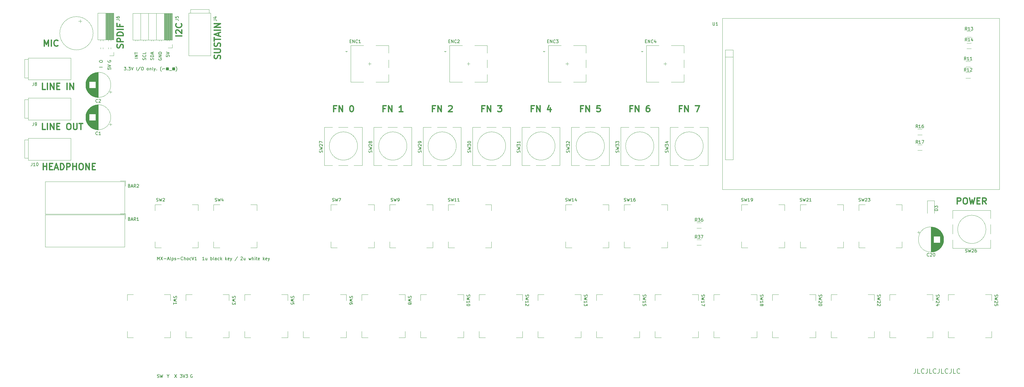
<source format=gbr>
G04 #@! TF.GenerationSoftware,KiCad,Pcbnew,(6.0.1)*
G04 #@! TF.CreationDate,2022-03-21T15:47:41+08:00*
G04 #@! TF.ProjectId,Teensy_Grovebox,5465656e-7379-45f4-9772-6f7665626f78,rev?*
G04 #@! TF.SameCoordinates,Original*
G04 #@! TF.FileFunction,Legend,Top*
G04 #@! TF.FilePolarity,Positive*
%FSLAX46Y46*%
G04 Gerber Fmt 4.6, Leading zero omitted, Abs format (unit mm)*
G04 Created by KiCad (PCBNEW (6.0.1)) date 2022-03-21 15:47:41*
%MOMM*%
%LPD*%
G01*
G04 APERTURE LIST*
%ADD10C,0.150000*%
%ADD11C,0.400000*%
%ADD12C,0.200000*%
%ADD13C,0.120000*%
%ADD14R,1.600000X1.600000*%
%ADD15C,1.600000*%
%ADD16R,1.300000X1.300000*%
%ADD17C,1.300000*%
%ADD18R,2.000000X2.000000*%
%ADD19C,2.000000*%
%ADD20C,3.200000*%
%ADD21O,1.850000X3.048000*%
%ADD22O,3.048000X1.850000*%
%ADD23C,1.750000*%
%ADD24C,1.700000*%
%ADD25C,1.200000*%
%ADD26C,3.987800*%
%ADD27C,2.250000*%
%ADD28C,3.048000*%
%ADD29C,5.000000*%
%ADD30O,1.700000X2.000000*%
%ADD31R,2.032000X2.032000*%
%ADD32C,2.032000*%
%ADD33C,3.500000*%
%ADD34R,1.524000X1.524000*%
%ADD35C,1.524000*%
%ADD36O,2.000000X1.700000*%
%ADD37R,1.700000X1.700000*%
%ADD38O,1.700000X1.700000*%
%ADD39O,1.524000X1.524000*%
%ADD40O,1.600000X1.600000*%
%ADD41C,0.650000*%
%ADD42O,1.600000X1.000000*%
%ADD43O,2.100000X1.000000*%
%ADD44R,2.000000X1.905000*%
%ADD45O,2.000000X1.905000*%
%ADD46R,2.200000X2.200000*%
%ADD47O,2.200000X2.200000*%
%ADD48R,1.500000X1.050000*%
%ADD49O,1.500000X1.050000*%
G04 APERTURE END LIST*
D10*
X84652380Y-145590476D02*
X84652380Y-146066666D01*
X85128571Y-146114285D01*
X85080952Y-146066666D01*
X85033333Y-145971428D01*
X85033333Y-145733333D01*
X85080952Y-145638095D01*
X85128571Y-145590476D01*
X85223809Y-145542857D01*
X85461904Y-145542857D01*
X85557142Y-145590476D01*
X85604761Y-145638095D01*
X85652380Y-145733333D01*
X85652380Y-145971428D01*
X85604761Y-146066666D01*
X85557142Y-146114285D01*
X84652380Y-145257142D02*
X85652380Y-144923809D01*
X84652380Y-144590476D01*
X78004761Y-147090476D02*
X78052380Y-146947619D01*
X78052380Y-146709523D01*
X78004761Y-146614285D01*
X77957142Y-146566666D01*
X77861904Y-146519047D01*
X77766666Y-146519047D01*
X77671428Y-146566666D01*
X77623809Y-146614285D01*
X77576190Y-146709523D01*
X77528571Y-146900000D01*
X77480952Y-146995238D01*
X77433333Y-147042857D01*
X77338095Y-147090476D01*
X77242857Y-147090476D01*
X77147619Y-147042857D01*
X77100000Y-146995238D01*
X77052380Y-146900000D01*
X77052380Y-146661904D01*
X77100000Y-146519047D01*
X77957142Y-145519047D02*
X78004761Y-145566666D01*
X78052380Y-145709523D01*
X78052380Y-145804761D01*
X78004761Y-145947619D01*
X77909523Y-146042857D01*
X77814285Y-146090476D01*
X77623809Y-146138095D01*
X77480952Y-146138095D01*
X77290476Y-146090476D01*
X77195238Y-146042857D01*
X77100000Y-145947619D01*
X77052380Y-145804761D01*
X77052380Y-145709523D01*
X77100000Y-145566666D01*
X77147619Y-145519047D01*
X78052380Y-144614285D02*
X78052380Y-145090476D01*
X77052380Y-145090476D01*
X85200000Y-249576190D02*
X85200000Y-250052380D01*
X84866666Y-249052380D02*
X85200000Y-249576190D01*
X85533333Y-249052380D01*
D11*
X187523809Y-162857142D02*
X186857142Y-162857142D01*
X186857142Y-163904761D02*
X186857142Y-161904761D01*
X187809523Y-161904761D01*
X188571428Y-163904761D02*
X188571428Y-161904761D01*
X189714285Y-163904761D01*
X189714285Y-161904761D01*
X192000000Y-161904761D02*
X193238095Y-161904761D01*
X192571428Y-162666666D01*
X192857142Y-162666666D01*
X193047619Y-162761904D01*
X193142857Y-162857142D01*
X193238095Y-163047619D01*
X193238095Y-163523809D01*
X193142857Y-163714285D01*
X193047619Y-163809523D01*
X192857142Y-163904761D01*
X192285714Y-163904761D01*
X192095238Y-163809523D01*
X192000000Y-163714285D01*
D10*
X65750000Y-147338095D02*
X65702380Y-147433333D01*
X65702380Y-147576190D01*
X65750000Y-147719047D01*
X65845238Y-147814285D01*
X65940476Y-147861904D01*
X66130952Y-147909523D01*
X66273809Y-147909523D01*
X66464285Y-147861904D01*
X66559523Y-147814285D01*
X66654761Y-147719047D01*
X66702380Y-147576190D01*
X66702380Y-147480952D01*
X66654761Y-147338095D01*
X66607142Y-147290476D01*
X66273809Y-147290476D01*
X66273809Y-147480952D01*
X65702380Y-149690476D02*
X65702380Y-150166666D01*
X66178571Y-150214285D01*
X66130952Y-150166666D01*
X66083333Y-150071428D01*
X66083333Y-149833333D01*
X66130952Y-149738095D01*
X66178571Y-149690476D01*
X66273809Y-149642857D01*
X66511904Y-149642857D01*
X66607142Y-149690476D01*
X66654761Y-149738095D01*
X66702380Y-149833333D01*
X66702380Y-150071428D01*
X66654761Y-150166666D01*
X66607142Y-150214285D01*
X65702380Y-149357142D02*
X66702380Y-149023809D01*
X65702380Y-148690476D01*
D11*
X171523809Y-162857142D02*
X170857142Y-162857142D01*
X170857142Y-163904761D02*
X170857142Y-161904761D01*
X171809523Y-161904761D01*
X172571428Y-163904761D02*
X172571428Y-161904761D01*
X173714285Y-163904761D01*
X173714285Y-161904761D01*
X176095238Y-162095238D02*
X176190476Y-162000000D01*
X176380952Y-161904761D01*
X176857142Y-161904761D01*
X177047619Y-162000000D01*
X177142857Y-162095238D01*
X177238095Y-162285714D01*
X177238095Y-162476190D01*
X177142857Y-162761904D01*
X176000000Y-163904761D01*
X177238095Y-163904761D01*
X70559523Y-143204761D02*
X70654761Y-142919047D01*
X70654761Y-142442857D01*
X70559523Y-142252380D01*
X70464285Y-142157142D01*
X70273809Y-142061904D01*
X70083333Y-142061904D01*
X69892857Y-142157142D01*
X69797619Y-142252380D01*
X69702380Y-142442857D01*
X69607142Y-142823809D01*
X69511904Y-143014285D01*
X69416666Y-143109523D01*
X69226190Y-143204761D01*
X69035714Y-143204761D01*
X68845238Y-143109523D01*
X68750000Y-143014285D01*
X68654761Y-142823809D01*
X68654761Y-142347619D01*
X68750000Y-142061904D01*
X70654761Y-141204761D02*
X68654761Y-141204761D01*
X68654761Y-140442857D01*
X68750000Y-140252380D01*
X68845238Y-140157142D01*
X69035714Y-140061904D01*
X69321428Y-140061904D01*
X69511904Y-140157142D01*
X69607142Y-140252380D01*
X69702380Y-140442857D01*
X69702380Y-141204761D01*
X70654761Y-139204761D02*
X68654761Y-139204761D01*
X68654761Y-138728571D01*
X68750000Y-138442857D01*
X68940476Y-138252380D01*
X69130952Y-138157142D01*
X69511904Y-138061904D01*
X69797619Y-138061904D01*
X70178571Y-138157142D01*
X70369047Y-138252380D01*
X70559523Y-138442857D01*
X70654761Y-138728571D01*
X70654761Y-139204761D01*
X70654761Y-137204761D02*
X68654761Y-137204761D01*
X69607142Y-135585714D02*
X69607142Y-136252380D01*
X70654761Y-136252380D02*
X68654761Y-136252380D01*
X68654761Y-135300000D01*
D10*
X64002380Y-149500000D02*
X63002380Y-149500000D01*
D11*
X203523809Y-162857142D02*
X202857142Y-162857142D01*
X202857142Y-163904761D02*
X202857142Y-161904761D01*
X203809523Y-161904761D01*
X204571428Y-163904761D02*
X204571428Y-161904761D01*
X205714285Y-163904761D01*
X205714285Y-161904761D01*
X209047619Y-162571428D02*
X209047619Y-163904761D01*
X208571428Y-161809523D02*
X208095238Y-163238095D01*
X209333333Y-163238095D01*
D10*
X82200000Y-146661904D02*
X82152380Y-146757142D01*
X82152380Y-146900000D01*
X82200000Y-147042857D01*
X82295238Y-147138095D01*
X82390476Y-147185714D01*
X82580952Y-147233333D01*
X82723809Y-147233333D01*
X82914285Y-147185714D01*
X83009523Y-147138095D01*
X83104761Y-147042857D01*
X83152380Y-146900000D01*
X83152380Y-146804761D01*
X83104761Y-146661904D01*
X83057142Y-146614285D01*
X82723809Y-146614285D01*
X82723809Y-146804761D01*
X83152380Y-146185714D02*
X82152380Y-146185714D01*
X83152380Y-145614285D01*
X82152380Y-145614285D01*
X83152380Y-145138095D02*
X82152380Y-145138095D01*
X82152380Y-144900000D01*
X82200000Y-144757142D01*
X82295238Y-144661904D01*
X82390476Y-144614285D01*
X82580952Y-144566666D01*
X82723809Y-144566666D01*
X82914285Y-144614285D01*
X83009523Y-144661904D01*
X83104761Y-144757142D01*
X83152380Y-144900000D01*
X83152380Y-145138095D01*
D11*
X155523809Y-162857142D02*
X154857142Y-162857142D01*
X154857142Y-163904761D02*
X154857142Y-161904761D01*
X155809523Y-161904761D01*
X156571428Y-163904761D02*
X156571428Y-161904761D01*
X157714285Y-163904761D01*
X157714285Y-161904761D01*
X161238095Y-163904761D02*
X160095238Y-163904761D01*
X160666666Y-163904761D02*
X160666666Y-161904761D01*
X160476190Y-162190476D01*
X160285714Y-162380952D01*
X160095238Y-162476190D01*
D10*
X71004761Y-149452380D02*
X71623809Y-149452380D01*
X71290476Y-149833333D01*
X71433333Y-149833333D01*
X71528571Y-149880952D01*
X71576190Y-149928571D01*
X71623809Y-150023809D01*
X71623809Y-150261904D01*
X71576190Y-150357142D01*
X71528571Y-150404761D01*
X71433333Y-150452380D01*
X71147619Y-150452380D01*
X71052380Y-150404761D01*
X71004761Y-150357142D01*
X72052380Y-150357142D02*
X72100000Y-150404761D01*
X72052380Y-150452380D01*
X72004761Y-150404761D01*
X72052380Y-150357142D01*
X72052380Y-150452380D01*
X72433333Y-149452380D02*
X73052380Y-149452380D01*
X72719047Y-149833333D01*
X72861904Y-149833333D01*
X72957142Y-149880952D01*
X73004761Y-149928571D01*
X73052380Y-150023809D01*
X73052380Y-150261904D01*
X73004761Y-150357142D01*
X72957142Y-150404761D01*
X72861904Y-150452380D01*
X72576190Y-150452380D01*
X72480952Y-150404761D01*
X72433333Y-150357142D01*
X73338095Y-149452380D02*
X73671428Y-150452380D01*
X74004761Y-149452380D01*
X75100000Y-150452380D02*
X75100000Y-149452380D01*
X76290476Y-149404761D02*
X75433333Y-150690476D01*
X76814285Y-149452380D02*
X77004761Y-149452380D01*
X77100000Y-149500000D01*
X77195238Y-149595238D01*
X77242857Y-149785714D01*
X77242857Y-150119047D01*
X77195238Y-150309523D01*
X77100000Y-150404761D01*
X77004761Y-150452380D01*
X76814285Y-150452380D01*
X76719047Y-150404761D01*
X76623809Y-150309523D01*
X76576190Y-150119047D01*
X76576190Y-149785714D01*
X76623809Y-149595238D01*
X76719047Y-149500000D01*
X76814285Y-149452380D01*
X78576190Y-150452380D02*
X78480952Y-150404761D01*
X78433333Y-150357142D01*
X78385714Y-150261904D01*
X78385714Y-149976190D01*
X78433333Y-149880952D01*
X78480952Y-149833333D01*
X78576190Y-149785714D01*
X78719047Y-149785714D01*
X78814285Y-149833333D01*
X78861904Y-149880952D01*
X78909523Y-149976190D01*
X78909523Y-150261904D01*
X78861904Y-150357142D01*
X78814285Y-150404761D01*
X78719047Y-150452380D01*
X78576190Y-150452380D01*
X79338095Y-149785714D02*
X79338095Y-150452380D01*
X79338095Y-149880952D02*
X79385714Y-149833333D01*
X79480952Y-149785714D01*
X79623809Y-149785714D01*
X79719047Y-149833333D01*
X79766666Y-149928571D01*
X79766666Y-150452380D01*
X80385714Y-150452380D02*
X80290476Y-150404761D01*
X80242857Y-150309523D01*
X80242857Y-149452380D01*
X80671428Y-149785714D02*
X80909523Y-150452380D01*
X81147619Y-149785714D02*
X80909523Y-150452380D01*
X80814285Y-150690476D01*
X80766666Y-150738095D01*
X80671428Y-150785714D01*
X81528571Y-150357142D02*
X81576190Y-150404761D01*
X81528571Y-150452380D01*
X81480952Y-150404761D01*
X81528571Y-150357142D01*
X81528571Y-150452380D01*
X83052380Y-150833333D02*
X83004761Y-150785714D01*
X82909523Y-150642857D01*
X82861904Y-150547619D01*
X82814285Y-150404761D01*
X82766666Y-150166666D01*
X82766666Y-149976190D01*
X82814285Y-149738095D01*
X82861904Y-149595238D01*
X82909523Y-149500000D01*
X83004761Y-149357142D01*
X83052380Y-149309523D01*
X84195238Y-149976190D02*
X83433333Y-149976190D01*
X83433333Y-150214285D01*
X84719047Y-149690476D02*
X84719047Y-150452380D01*
X84766666Y-150452380D02*
X84766666Y-149690476D01*
X84814285Y-149690476D02*
X84814285Y-150452380D01*
X84861904Y-150452380D02*
X84861904Y-149690476D01*
X84909523Y-149690476D02*
X84909523Y-150452380D01*
X84957142Y-150452380D02*
X84957142Y-149690476D01*
X85004761Y-149690476D02*
X85004761Y-150452380D01*
X85052380Y-150452380D02*
X85052380Y-149690476D01*
X85100000Y-149690476D02*
X85100000Y-150452380D01*
X85147619Y-150452380D02*
X85147619Y-149690476D01*
X85195238Y-149690476D02*
X85195238Y-150452380D01*
X85242857Y-150452380D02*
X85242857Y-149690476D01*
X85290476Y-149690476D02*
X85290476Y-150452380D01*
X85338095Y-150452380D02*
X85338095Y-149690476D01*
X85385714Y-149690476D02*
X85385714Y-150452380D01*
X84671428Y-149690476D02*
X85433333Y-149690476D01*
X85433333Y-150452380D01*
X84671428Y-150452380D01*
X84671428Y-149690476D01*
X85671428Y-150547619D02*
X86433333Y-150547619D01*
X86719047Y-149690476D02*
X86719047Y-150452380D01*
X86766666Y-150452380D02*
X86766666Y-149690476D01*
X86814285Y-149690476D02*
X86814285Y-150452380D01*
X86861904Y-150452380D02*
X86861904Y-149690476D01*
X86909523Y-149690476D02*
X86909523Y-150452380D01*
X86957142Y-150452380D02*
X86957142Y-149690476D01*
X87004761Y-149690476D02*
X87004761Y-150452380D01*
X87052380Y-150452380D02*
X87052380Y-149690476D01*
X87100000Y-149690476D02*
X87100000Y-150452380D01*
X87147619Y-150452380D02*
X87147619Y-149690476D01*
X87195238Y-149690476D02*
X87195238Y-150452380D01*
X87242857Y-150452380D02*
X87242857Y-149690476D01*
X87290476Y-149690476D02*
X87290476Y-150452380D01*
X87338095Y-150452380D02*
X87338095Y-149690476D01*
X87385714Y-149690476D02*
X87385714Y-150452380D01*
X86671428Y-149690476D02*
X87433333Y-149690476D01*
X87433333Y-150452380D01*
X86671428Y-150452380D01*
X86671428Y-149690476D01*
X87814285Y-150833333D02*
X87861904Y-150785714D01*
X87957142Y-150642857D01*
X88004761Y-150547619D01*
X88052380Y-150404761D01*
X88100000Y-150166666D01*
X88100000Y-149976190D01*
X88052380Y-149738095D01*
X88004761Y-149595238D01*
X87957142Y-149500000D01*
X87861904Y-149357142D01*
X87814285Y-149309523D01*
X89161904Y-249052380D02*
X89780952Y-249052380D01*
X89447619Y-249433333D01*
X89590476Y-249433333D01*
X89685714Y-249480952D01*
X89733333Y-249528571D01*
X89780952Y-249623809D01*
X89780952Y-249861904D01*
X89733333Y-249957142D01*
X89685714Y-250004761D01*
X89590476Y-250052380D01*
X89304761Y-250052380D01*
X89209523Y-250004761D01*
X89161904Y-249957142D01*
X90066666Y-249052380D02*
X90400000Y-250052380D01*
X90733333Y-249052380D01*
X90971428Y-249052380D02*
X91590476Y-249052380D01*
X91257142Y-249433333D01*
X91400000Y-249433333D01*
X91495238Y-249480952D01*
X91542857Y-249528571D01*
X91590476Y-249623809D01*
X91590476Y-249861904D01*
X91542857Y-249957142D01*
X91495238Y-250004761D01*
X91400000Y-250052380D01*
X91114285Y-250052380D01*
X91019047Y-250004761D01*
X90971428Y-249957142D01*
X81780952Y-211952380D02*
X81780952Y-210952380D01*
X82114285Y-211666666D01*
X82447619Y-210952380D01*
X82447619Y-211952380D01*
X82828571Y-210952380D02*
X83495238Y-211952380D01*
X83495238Y-210952380D02*
X82828571Y-211952380D01*
X83876190Y-211571428D02*
X84638095Y-211571428D01*
X85066666Y-211666666D02*
X85542857Y-211666666D01*
X84971428Y-211952380D02*
X85304761Y-210952380D01*
X85638095Y-211952380D01*
X86114285Y-211952380D02*
X86019047Y-211904761D01*
X85971428Y-211809523D01*
X85971428Y-210952380D01*
X86495238Y-211285714D02*
X86495238Y-212285714D01*
X86495238Y-211333333D02*
X86590476Y-211285714D01*
X86780952Y-211285714D01*
X86876190Y-211333333D01*
X86923809Y-211380952D01*
X86971428Y-211476190D01*
X86971428Y-211761904D01*
X86923809Y-211857142D01*
X86876190Y-211904761D01*
X86780952Y-211952380D01*
X86590476Y-211952380D01*
X86495238Y-211904761D01*
X87352380Y-211904761D02*
X87447619Y-211952380D01*
X87638095Y-211952380D01*
X87733333Y-211904761D01*
X87780952Y-211809523D01*
X87780952Y-211761904D01*
X87733333Y-211666666D01*
X87638095Y-211619047D01*
X87495238Y-211619047D01*
X87400000Y-211571428D01*
X87352380Y-211476190D01*
X87352380Y-211428571D01*
X87400000Y-211333333D01*
X87495238Y-211285714D01*
X87638095Y-211285714D01*
X87733333Y-211333333D01*
X88209523Y-211571428D02*
X88971428Y-211571428D01*
X90019047Y-211857142D02*
X89971428Y-211904761D01*
X89828571Y-211952380D01*
X89733333Y-211952380D01*
X89590476Y-211904761D01*
X89495238Y-211809523D01*
X89447619Y-211714285D01*
X89400000Y-211523809D01*
X89400000Y-211380952D01*
X89447619Y-211190476D01*
X89495238Y-211095238D01*
X89590476Y-211000000D01*
X89733333Y-210952380D01*
X89828571Y-210952380D01*
X89971428Y-211000000D01*
X90019047Y-211047619D01*
X90447619Y-211952380D02*
X90447619Y-210952380D01*
X90876190Y-211952380D02*
X90876190Y-211428571D01*
X90828571Y-211333333D01*
X90733333Y-211285714D01*
X90590476Y-211285714D01*
X90495238Y-211333333D01*
X90447619Y-211380952D01*
X91495238Y-211952380D02*
X91400000Y-211904761D01*
X91352380Y-211857142D01*
X91304761Y-211761904D01*
X91304761Y-211476190D01*
X91352380Y-211380952D01*
X91400000Y-211333333D01*
X91495238Y-211285714D01*
X91638095Y-211285714D01*
X91733333Y-211333333D01*
X91780952Y-211380952D01*
X91828571Y-211476190D01*
X91828571Y-211761904D01*
X91780952Y-211857142D01*
X91733333Y-211904761D01*
X91638095Y-211952380D01*
X91495238Y-211952380D01*
X92685714Y-211904761D02*
X92590476Y-211952380D01*
X92400000Y-211952380D01*
X92304761Y-211904761D01*
X92257142Y-211857142D01*
X92209523Y-211761904D01*
X92209523Y-211476190D01*
X92257142Y-211380952D01*
X92304761Y-211333333D01*
X92400000Y-211285714D01*
X92590476Y-211285714D01*
X92685714Y-211333333D01*
X92971428Y-210952380D02*
X93304761Y-211952380D01*
X93638095Y-210952380D01*
X94495238Y-211952380D02*
X93923809Y-211952380D01*
X94209523Y-211952380D02*
X94209523Y-210952380D01*
X94114285Y-211095238D01*
X94019047Y-211190476D01*
X93923809Y-211238095D01*
X96971428Y-211952380D02*
X96400000Y-211952380D01*
X96685714Y-211952380D02*
X96685714Y-210952380D01*
X96590476Y-211095238D01*
X96495238Y-211190476D01*
X96400000Y-211238095D01*
X97828571Y-211285714D02*
X97828571Y-211952380D01*
X97400000Y-211285714D02*
X97400000Y-211809523D01*
X97447619Y-211904761D01*
X97542857Y-211952380D01*
X97685714Y-211952380D01*
X97780952Y-211904761D01*
X97828571Y-211857142D01*
X99066666Y-211952380D02*
X99066666Y-210952380D01*
X99066666Y-211333333D02*
X99161904Y-211285714D01*
X99352380Y-211285714D01*
X99447619Y-211333333D01*
X99495238Y-211380952D01*
X99542857Y-211476190D01*
X99542857Y-211761904D01*
X99495238Y-211857142D01*
X99447619Y-211904761D01*
X99352380Y-211952380D01*
X99161904Y-211952380D01*
X99066666Y-211904761D01*
X100114285Y-211952380D02*
X100019047Y-211904761D01*
X99971428Y-211809523D01*
X99971428Y-210952380D01*
X100923809Y-211952380D02*
X100923809Y-211428571D01*
X100876190Y-211333333D01*
X100780952Y-211285714D01*
X100590476Y-211285714D01*
X100495238Y-211333333D01*
X100923809Y-211904761D02*
X100828571Y-211952380D01*
X100590476Y-211952380D01*
X100495238Y-211904761D01*
X100447619Y-211809523D01*
X100447619Y-211714285D01*
X100495238Y-211619047D01*
X100590476Y-211571428D01*
X100828571Y-211571428D01*
X100923809Y-211523809D01*
X101828571Y-211904761D02*
X101733333Y-211952380D01*
X101542857Y-211952380D01*
X101447619Y-211904761D01*
X101400000Y-211857142D01*
X101352380Y-211761904D01*
X101352380Y-211476190D01*
X101400000Y-211380952D01*
X101447619Y-211333333D01*
X101542857Y-211285714D01*
X101733333Y-211285714D01*
X101828571Y-211333333D01*
X102257142Y-211952380D02*
X102257142Y-210952380D01*
X102352380Y-211571428D02*
X102638095Y-211952380D01*
X102638095Y-211285714D02*
X102257142Y-211666666D01*
X103828571Y-211952380D02*
X103828571Y-210952380D01*
X103923809Y-211571428D02*
X104209523Y-211952380D01*
X104209523Y-211285714D02*
X103828571Y-211666666D01*
X105019047Y-211904761D02*
X104923809Y-211952380D01*
X104733333Y-211952380D01*
X104638095Y-211904761D01*
X104590476Y-211809523D01*
X104590476Y-211428571D01*
X104638095Y-211333333D01*
X104733333Y-211285714D01*
X104923809Y-211285714D01*
X105019047Y-211333333D01*
X105066666Y-211428571D01*
X105066666Y-211523809D01*
X104590476Y-211619047D01*
X105400000Y-211285714D02*
X105638095Y-211952380D01*
X105876190Y-211285714D02*
X105638095Y-211952380D01*
X105542857Y-212190476D01*
X105495238Y-212238095D01*
X105400000Y-212285714D01*
X107733333Y-210904761D02*
X106876190Y-212190476D01*
X108780952Y-211047619D02*
X108828571Y-211000000D01*
X108923809Y-210952380D01*
X109161904Y-210952380D01*
X109257142Y-211000000D01*
X109304761Y-211047619D01*
X109352380Y-211142857D01*
X109352380Y-211238095D01*
X109304761Y-211380952D01*
X108733333Y-211952380D01*
X109352380Y-211952380D01*
X110209523Y-211285714D02*
X110209523Y-211952380D01*
X109780952Y-211285714D02*
X109780952Y-211809523D01*
X109828571Y-211904761D01*
X109923809Y-211952380D01*
X110066666Y-211952380D01*
X110161904Y-211904761D01*
X110209523Y-211857142D01*
X111352380Y-211285714D02*
X111542857Y-211952380D01*
X111733333Y-211476190D01*
X111923809Y-211952380D01*
X112114285Y-211285714D01*
X112495238Y-211952380D02*
X112495238Y-210952380D01*
X112923809Y-211952380D02*
X112923809Y-211428571D01*
X112876190Y-211333333D01*
X112780952Y-211285714D01*
X112638095Y-211285714D01*
X112542857Y-211333333D01*
X112495238Y-211380952D01*
X113400000Y-211952380D02*
X113400000Y-211285714D01*
X113400000Y-210952380D02*
X113352380Y-211000000D01*
X113400000Y-211047619D01*
X113447619Y-211000000D01*
X113400000Y-210952380D01*
X113400000Y-211047619D01*
X113733333Y-211285714D02*
X114114285Y-211285714D01*
X113876190Y-210952380D02*
X113876190Y-211809523D01*
X113923809Y-211904761D01*
X114019047Y-211952380D01*
X114114285Y-211952380D01*
X114828571Y-211904761D02*
X114733333Y-211952380D01*
X114542857Y-211952380D01*
X114447619Y-211904761D01*
X114400000Y-211809523D01*
X114400000Y-211428571D01*
X114447619Y-211333333D01*
X114542857Y-211285714D01*
X114733333Y-211285714D01*
X114828571Y-211333333D01*
X114876190Y-211428571D01*
X114876190Y-211523809D01*
X114400000Y-211619047D01*
X116066666Y-211952380D02*
X116066666Y-210952380D01*
X116161904Y-211571428D02*
X116447619Y-211952380D01*
X116447619Y-211285714D02*
X116066666Y-211666666D01*
X117257142Y-211904761D02*
X117161904Y-211952380D01*
X116971428Y-211952380D01*
X116876190Y-211904761D01*
X116828571Y-211809523D01*
X116828571Y-211428571D01*
X116876190Y-211333333D01*
X116971428Y-211285714D01*
X117161904Y-211285714D01*
X117257142Y-211333333D01*
X117304761Y-211428571D01*
X117304761Y-211523809D01*
X116828571Y-211619047D01*
X117638095Y-211285714D02*
X117876190Y-211952380D01*
X118114285Y-211285714D02*
X117876190Y-211952380D01*
X117780952Y-212190476D01*
X117733333Y-212238095D01*
X117638095Y-212285714D01*
X80504761Y-147114285D02*
X80552380Y-146971428D01*
X80552380Y-146733333D01*
X80504761Y-146638095D01*
X80457142Y-146590476D01*
X80361904Y-146542857D01*
X80266666Y-146542857D01*
X80171428Y-146590476D01*
X80123809Y-146638095D01*
X80076190Y-146733333D01*
X80028571Y-146923809D01*
X79980952Y-147019047D01*
X79933333Y-147066666D01*
X79838095Y-147114285D01*
X79742857Y-147114285D01*
X79647619Y-147066666D01*
X79600000Y-147019047D01*
X79552380Y-146923809D01*
X79552380Y-146685714D01*
X79600000Y-146542857D01*
X80552380Y-146114285D02*
X79552380Y-146114285D01*
X79552380Y-145876190D01*
X79600000Y-145733333D01*
X79695238Y-145638095D01*
X79790476Y-145590476D01*
X79980952Y-145542857D01*
X80123809Y-145542857D01*
X80314285Y-145590476D01*
X80409523Y-145638095D01*
X80504761Y-145733333D01*
X80552380Y-145876190D01*
X80552380Y-146114285D01*
X80266666Y-145161904D02*
X80266666Y-144685714D01*
X80552380Y-145257142D02*
X79552380Y-144923809D01*
X80552380Y-144590476D01*
X81742857Y-250004761D02*
X81885714Y-250052380D01*
X82123809Y-250052380D01*
X82219047Y-250004761D01*
X82266666Y-249957142D01*
X82314285Y-249861904D01*
X82314285Y-249766666D01*
X82266666Y-249671428D01*
X82219047Y-249623809D01*
X82123809Y-249576190D01*
X81933333Y-249528571D01*
X81838095Y-249480952D01*
X81790476Y-249433333D01*
X81742857Y-249338095D01*
X81742857Y-249242857D01*
X81790476Y-249147619D01*
X81838095Y-249100000D01*
X81933333Y-249052380D01*
X82171428Y-249052380D01*
X82314285Y-249100000D01*
X82647619Y-249052380D02*
X82885714Y-250052380D01*
X83076190Y-249338095D01*
X83266666Y-250052380D01*
X83504761Y-249052380D01*
D11*
X219523809Y-162857142D02*
X218857142Y-162857142D01*
X218857142Y-163904761D02*
X218857142Y-161904761D01*
X219809523Y-161904761D01*
X220571428Y-163904761D02*
X220571428Y-161904761D01*
X221714285Y-163904761D01*
X221714285Y-161904761D01*
X225142857Y-161904761D02*
X224190476Y-161904761D01*
X224095238Y-162857142D01*
X224190476Y-162761904D01*
X224380952Y-162666666D01*
X224857142Y-162666666D01*
X225047619Y-162761904D01*
X225142857Y-162857142D01*
X225238095Y-163047619D01*
X225238095Y-163523809D01*
X225142857Y-163714285D01*
X225047619Y-163809523D01*
X224857142Y-163904761D01*
X224380952Y-163904761D01*
X224190476Y-163809523D01*
X224095238Y-163714285D01*
D10*
X93061904Y-249100000D02*
X92966666Y-249052380D01*
X92823809Y-249052380D01*
X92680952Y-249100000D01*
X92585714Y-249195238D01*
X92538095Y-249290476D01*
X92490476Y-249480952D01*
X92490476Y-249623809D01*
X92538095Y-249814285D01*
X92585714Y-249909523D01*
X92680952Y-250004761D01*
X92823809Y-250052380D01*
X92919047Y-250052380D01*
X93061904Y-250004761D01*
X93109523Y-249957142D01*
X93109523Y-249623809D01*
X92919047Y-249623809D01*
D11*
X139523809Y-162857142D02*
X138857142Y-162857142D01*
X138857142Y-163904761D02*
X138857142Y-161904761D01*
X139809523Y-161904761D01*
X140571428Y-163904761D02*
X140571428Y-161904761D01*
X141714285Y-163904761D01*
X141714285Y-161904761D01*
X144571428Y-161904761D02*
X144761904Y-161904761D01*
X144952380Y-162000000D01*
X145047619Y-162095238D01*
X145142857Y-162285714D01*
X145238095Y-162666666D01*
X145238095Y-163142857D01*
X145142857Y-163523809D01*
X145047619Y-163714285D01*
X144952380Y-163809523D01*
X144761904Y-163904761D01*
X144571428Y-163904761D01*
X144380952Y-163809523D01*
X144285714Y-163714285D01*
X144190476Y-163523809D01*
X144095238Y-163142857D01*
X144095238Y-162666666D01*
X144190476Y-162285714D01*
X144285714Y-162095238D01*
X144380952Y-162000000D01*
X144571428Y-161904761D01*
X89654761Y-139352380D02*
X87654761Y-139352380D01*
X87845238Y-138495238D02*
X87750000Y-138400000D01*
X87654761Y-138209523D01*
X87654761Y-137733333D01*
X87750000Y-137542857D01*
X87845238Y-137447619D01*
X88035714Y-137352380D01*
X88226190Y-137352380D01*
X88511904Y-137447619D01*
X89654761Y-138590476D01*
X89654761Y-137352380D01*
X89464285Y-135352380D02*
X89559523Y-135447619D01*
X89654761Y-135733333D01*
X89654761Y-135923809D01*
X89559523Y-136209523D01*
X89369047Y-136400000D01*
X89178571Y-136495238D01*
X88797619Y-136590476D01*
X88511904Y-136590476D01*
X88130952Y-136495238D01*
X87940476Y-136400000D01*
X87750000Y-136209523D01*
X87654761Y-135923809D01*
X87654761Y-135733333D01*
X87750000Y-135447619D01*
X87845238Y-135352380D01*
D10*
X63002380Y-147695238D02*
X63002380Y-147504761D01*
X63050000Y-147409523D01*
X63145238Y-147314285D01*
X63335714Y-147266666D01*
X63669047Y-147266666D01*
X63859523Y-147314285D01*
X63954761Y-147409523D01*
X64002380Y-147504761D01*
X64002380Y-147695238D01*
X63954761Y-147790476D01*
X63859523Y-147885714D01*
X63669047Y-147933333D01*
X63335714Y-147933333D01*
X63145238Y-147885714D01*
X63050000Y-147790476D01*
X63002380Y-147695238D01*
D11*
X44736190Y-182654761D02*
X44736190Y-180654761D01*
X44736190Y-181607142D02*
X45879047Y-181607142D01*
X45879047Y-182654761D02*
X45879047Y-180654761D01*
X46831428Y-181607142D02*
X47498095Y-181607142D01*
X47783809Y-182654761D02*
X46831428Y-182654761D01*
X46831428Y-180654761D01*
X47783809Y-180654761D01*
X48545714Y-182083333D02*
X49498095Y-182083333D01*
X48355238Y-182654761D02*
X49021904Y-180654761D01*
X49688571Y-182654761D01*
X50355238Y-182654761D02*
X50355238Y-180654761D01*
X50831428Y-180654761D01*
X51117142Y-180750000D01*
X51307619Y-180940476D01*
X51402857Y-181130952D01*
X51498095Y-181511904D01*
X51498095Y-181797619D01*
X51402857Y-182178571D01*
X51307619Y-182369047D01*
X51117142Y-182559523D01*
X50831428Y-182654761D01*
X50355238Y-182654761D01*
X52355238Y-182654761D02*
X52355238Y-180654761D01*
X53117142Y-180654761D01*
X53307619Y-180750000D01*
X53402857Y-180845238D01*
X53498095Y-181035714D01*
X53498095Y-181321428D01*
X53402857Y-181511904D01*
X53307619Y-181607142D01*
X53117142Y-181702380D01*
X52355238Y-181702380D01*
X54355238Y-182654761D02*
X54355238Y-180654761D01*
X54355238Y-181607142D02*
X55498095Y-181607142D01*
X55498095Y-182654761D02*
X55498095Y-180654761D01*
X56831428Y-180654761D02*
X57212380Y-180654761D01*
X57402857Y-180750000D01*
X57593333Y-180940476D01*
X57688571Y-181321428D01*
X57688571Y-181988095D01*
X57593333Y-182369047D01*
X57402857Y-182559523D01*
X57212380Y-182654761D01*
X56831428Y-182654761D01*
X56640952Y-182559523D01*
X56450476Y-182369047D01*
X56355238Y-181988095D01*
X56355238Y-181321428D01*
X56450476Y-180940476D01*
X56640952Y-180750000D01*
X56831428Y-180654761D01*
X58545714Y-182654761D02*
X58545714Y-180654761D01*
X59688571Y-182654761D01*
X59688571Y-180654761D01*
X60640952Y-181607142D02*
X61307619Y-181607142D01*
X61593333Y-182654761D02*
X60640952Y-182654761D01*
X60640952Y-180654761D01*
X61593333Y-180654761D01*
X235523809Y-162857142D02*
X234857142Y-162857142D01*
X234857142Y-163904761D02*
X234857142Y-161904761D01*
X235809523Y-161904761D01*
X236571428Y-163904761D02*
X236571428Y-161904761D01*
X237714285Y-163904761D01*
X237714285Y-161904761D01*
X241047619Y-161904761D02*
X240666666Y-161904761D01*
X240476190Y-162000000D01*
X240380952Y-162095238D01*
X240190476Y-162380952D01*
X240095238Y-162761904D01*
X240095238Y-163523809D01*
X240190476Y-163714285D01*
X240285714Y-163809523D01*
X240476190Y-163904761D01*
X240857142Y-163904761D01*
X241047619Y-163809523D01*
X241142857Y-163714285D01*
X241238095Y-163523809D01*
X241238095Y-163047619D01*
X241142857Y-162857142D01*
X241047619Y-162761904D01*
X240857142Y-162666666D01*
X240476190Y-162666666D01*
X240285714Y-162761904D01*
X240190476Y-162857142D01*
X240095238Y-163047619D01*
X340880952Y-193804761D02*
X340880952Y-191804761D01*
X341642857Y-191804761D01*
X341833333Y-191900000D01*
X341928571Y-191995238D01*
X342023809Y-192185714D01*
X342023809Y-192471428D01*
X341928571Y-192661904D01*
X341833333Y-192757142D01*
X341642857Y-192852380D01*
X340880952Y-192852380D01*
X343261904Y-191804761D02*
X343642857Y-191804761D01*
X343833333Y-191900000D01*
X344023809Y-192090476D01*
X344119047Y-192471428D01*
X344119047Y-193138095D01*
X344023809Y-193519047D01*
X343833333Y-193709523D01*
X343642857Y-193804761D01*
X343261904Y-193804761D01*
X343071428Y-193709523D01*
X342880952Y-193519047D01*
X342785714Y-193138095D01*
X342785714Y-192471428D01*
X342880952Y-192090476D01*
X343071428Y-191900000D01*
X343261904Y-191804761D01*
X344785714Y-191804761D02*
X345261904Y-193804761D01*
X345642857Y-192376190D01*
X346023809Y-193804761D01*
X346500000Y-191804761D01*
X347261904Y-192757142D02*
X347928571Y-192757142D01*
X348214285Y-193804761D02*
X347261904Y-193804761D01*
X347261904Y-191804761D01*
X348214285Y-191804761D01*
X350214285Y-193804761D02*
X349547619Y-192852380D01*
X349071428Y-193804761D02*
X349071428Y-191804761D01*
X349833333Y-191804761D01*
X350023809Y-191900000D01*
X350119047Y-191995238D01*
X350214285Y-192185714D01*
X350214285Y-192471428D01*
X350119047Y-192661904D01*
X350023809Y-192757142D01*
X349833333Y-192852380D01*
X349071428Y-192852380D01*
X251523809Y-162857142D02*
X250857142Y-162857142D01*
X250857142Y-163904761D02*
X250857142Y-161904761D01*
X251809523Y-161904761D01*
X252571428Y-163904761D02*
X252571428Y-161904761D01*
X253714285Y-163904761D01*
X253714285Y-161904761D01*
X256000000Y-161904761D02*
X257333333Y-161904761D01*
X256476190Y-163904761D01*
X45438571Y-156654761D02*
X44486190Y-156654761D01*
X44486190Y-154654761D01*
X46105238Y-156654761D02*
X46105238Y-154654761D01*
X47057619Y-156654761D02*
X47057619Y-154654761D01*
X48200476Y-156654761D01*
X48200476Y-154654761D01*
X49152857Y-155607142D02*
X49819523Y-155607142D01*
X50105238Y-156654761D02*
X49152857Y-156654761D01*
X49152857Y-154654761D01*
X50105238Y-154654761D01*
X52486190Y-156654761D02*
X52486190Y-154654761D01*
X53438571Y-156654761D02*
X53438571Y-154654761D01*
X54581428Y-156654761D01*
X54581428Y-154654761D01*
D12*
X327371428Y-247178571D02*
X327371428Y-248250000D01*
X327300000Y-248464285D01*
X327157142Y-248607142D01*
X326942857Y-248678571D01*
X326800000Y-248678571D01*
X328800000Y-248678571D02*
X328085714Y-248678571D01*
X328085714Y-247178571D01*
X330157142Y-248535714D02*
X330085714Y-248607142D01*
X329871428Y-248678571D01*
X329728571Y-248678571D01*
X329514285Y-248607142D01*
X329371428Y-248464285D01*
X329300000Y-248321428D01*
X329228571Y-248035714D01*
X329228571Y-247821428D01*
X329300000Y-247535714D01*
X329371428Y-247392857D01*
X329514285Y-247250000D01*
X329728571Y-247178571D01*
X329871428Y-247178571D01*
X330085714Y-247250000D01*
X330157142Y-247321428D01*
X331228571Y-247178571D02*
X331228571Y-248250000D01*
X331157142Y-248464285D01*
X331014285Y-248607142D01*
X330800000Y-248678571D01*
X330657142Y-248678571D01*
X332657142Y-248678571D02*
X331942857Y-248678571D01*
X331942857Y-247178571D01*
X334014285Y-248535714D02*
X333942857Y-248607142D01*
X333728571Y-248678571D01*
X333585714Y-248678571D01*
X333371428Y-248607142D01*
X333228571Y-248464285D01*
X333157142Y-248321428D01*
X333085714Y-248035714D01*
X333085714Y-247821428D01*
X333157142Y-247535714D01*
X333228571Y-247392857D01*
X333371428Y-247250000D01*
X333585714Y-247178571D01*
X333728571Y-247178571D01*
X333942857Y-247250000D01*
X334014285Y-247321428D01*
X335085714Y-247178571D02*
X335085714Y-248250000D01*
X335014285Y-248464285D01*
X334871428Y-248607142D01*
X334657142Y-248678571D01*
X334514285Y-248678571D01*
X336514285Y-248678571D02*
X335800000Y-248678571D01*
X335800000Y-247178571D01*
X337871428Y-248535714D02*
X337800000Y-248607142D01*
X337585714Y-248678571D01*
X337442857Y-248678571D01*
X337228571Y-248607142D01*
X337085714Y-248464285D01*
X337014285Y-248321428D01*
X336942857Y-248035714D01*
X336942857Y-247821428D01*
X337014285Y-247535714D01*
X337085714Y-247392857D01*
X337228571Y-247250000D01*
X337442857Y-247178571D01*
X337585714Y-247178571D01*
X337800000Y-247250000D01*
X337871428Y-247321428D01*
X338942857Y-247178571D02*
X338942857Y-248250000D01*
X338871428Y-248464285D01*
X338728571Y-248607142D01*
X338514285Y-248678571D01*
X338371428Y-248678571D01*
X340371428Y-248678571D02*
X339657142Y-248678571D01*
X339657142Y-247178571D01*
X341728571Y-248535714D02*
X341657142Y-248607142D01*
X341442857Y-248678571D01*
X341300000Y-248678571D01*
X341085714Y-248607142D01*
X340942857Y-248464285D01*
X340871428Y-248321428D01*
X340800000Y-248035714D01*
X340800000Y-247821428D01*
X340871428Y-247535714D01*
X340942857Y-247392857D01*
X341085714Y-247250000D01*
X341300000Y-247178571D01*
X341442857Y-247178571D01*
X341657142Y-247250000D01*
X341728571Y-247321428D01*
D10*
X75452380Y-146604761D02*
X74452380Y-146604761D01*
X75452380Y-146128571D02*
X74452380Y-146128571D01*
X75452380Y-145557142D01*
X74452380Y-145557142D01*
X74452380Y-145223809D02*
X74452380Y-144652380D01*
X75452380Y-144938095D02*
X74452380Y-144938095D01*
D11*
X45438571Y-169654761D02*
X44486190Y-169654761D01*
X44486190Y-167654761D01*
X46105238Y-169654761D02*
X46105238Y-167654761D01*
X47057619Y-169654761D02*
X47057619Y-167654761D01*
X48200476Y-169654761D01*
X48200476Y-167654761D01*
X49152857Y-168607142D02*
X49819523Y-168607142D01*
X50105238Y-169654761D02*
X49152857Y-169654761D01*
X49152857Y-167654761D01*
X50105238Y-167654761D01*
X52867142Y-167654761D02*
X53248095Y-167654761D01*
X53438571Y-167750000D01*
X53629047Y-167940476D01*
X53724285Y-168321428D01*
X53724285Y-168988095D01*
X53629047Y-169369047D01*
X53438571Y-169559523D01*
X53248095Y-169654761D01*
X52867142Y-169654761D01*
X52676666Y-169559523D01*
X52486190Y-169369047D01*
X52390952Y-168988095D01*
X52390952Y-168321428D01*
X52486190Y-167940476D01*
X52676666Y-167750000D01*
X52867142Y-167654761D01*
X54581428Y-167654761D02*
X54581428Y-169273809D01*
X54676666Y-169464285D01*
X54771904Y-169559523D01*
X54962380Y-169654761D01*
X55343333Y-169654761D01*
X55533809Y-169559523D01*
X55629047Y-169464285D01*
X55724285Y-169273809D01*
X55724285Y-167654761D01*
X56390952Y-167654761D02*
X57533809Y-167654761D01*
X56962380Y-169654761D02*
X56962380Y-167654761D01*
D10*
X87366666Y-249052380D02*
X88033333Y-250052380D01*
X88033333Y-249052380D02*
X87366666Y-250052380D01*
G04 #@! TO.C,C20*
X331754491Y-210657142D02*
X331706872Y-210704761D01*
X331564015Y-210752380D01*
X331468777Y-210752380D01*
X331325920Y-210704761D01*
X331230682Y-210609523D01*
X331183063Y-210514285D01*
X331135444Y-210323809D01*
X331135444Y-210180952D01*
X331183063Y-209990476D01*
X331230682Y-209895238D01*
X331325920Y-209800000D01*
X331468777Y-209752380D01*
X331564015Y-209752380D01*
X331706872Y-209800000D01*
X331754491Y-209847619D01*
X332135444Y-209847619D02*
X332183063Y-209800000D01*
X332278301Y-209752380D01*
X332516396Y-209752380D01*
X332611634Y-209800000D01*
X332659253Y-209847619D01*
X332706872Y-209942857D01*
X332706872Y-210038095D01*
X332659253Y-210180952D01*
X332087825Y-210752380D01*
X332706872Y-210752380D01*
X333325920Y-209752380D02*
X333421158Y-209752380D01*
X333516396Y-209800000D01*
X333564015Y-209847619D01*
X333611634Y-209942857D01*
X333659253Y-210133333D01*
X333659253Y-210371428D01*
X333611634Y-210561904D01*
X333564015Y-210657142D01*
X333516396Y-210704761D01*
X333421158Y-210752380D01*
X333325920Y-210752380D01*
X333230682Y-210704761D01*
X333183063Y-210657142D01*
X333135444Y-210561904D01*
X333087825Y-210371428D01*
X333087825Y-210133333D01*
X333135444Y-209942857D01*
X333183063Y-209847619D01*
X333230682Y-209800000D01*
X333325920Y-209752380D01*
G04 #@! TO.C,ENC2*
X176135714Y-141103571D02*
X176469047Y-141103571D01*
X176611904Y-141627380D02*
X176135714Y-141627380D01*
X176135714Y-140627380D01*
X176611904Y-140627380D01*
X177040476Y-141627380D02*
X177040476Y-140627380D01*
X177611904Y-141627380D01*
X177611904Y-140627380D01*
X178659523Y-141532142D02*
X178611904Y-141579761D01*
X178469047Y-141627380D01*
X178373809Y-141627380D01*
X178230952Y-141579761D01*
X178135714Y-141484523D01*
X178088095Y-141389285D01*
X178040476Y-141198809D01*
X178040476Y-141055952D01*
X178088095Y-140865476D01*
X178135714Y-140770238D01*
X178230952Y-140675000D01*
X178373809Y-140627380D01*
X178469047Y-140627380D01*
X178611904Y-140675000D01*
X178659523Y-140722619D01*
X179040476Y-140722619D02*
X179088095Y-140675000D01*
X179183333Y-140627380D01*
X179421428Y-140627380D01*
X179516666Y-140675000D01*
X179564285Y-140722619D01*
X179611904Y-140817857D01*
X179611904Y-140913095D01*
X179564285Y-141055952D01*
X178992857Y-141627380D01*
X179611904Y-141627380D01*
G04 #@! TO.C,ENC4*
X239835714Y-141103571D02*
X240169047Y-141103571D01*
X240311904Y-141627380D02*
X239835714Y-141627380D01*
X239835714Y-140627380D01*
X240311904Y-140627380D01*
X240740476Y-141627380D02*
X240740476Y-140627380D01*
X241311904Y-141627380D01*
X241311904Y-140627380D01*
X242359523Y-141532142D02*
X242311904Y-141579761D01*
X242169047Y-141627380D01*
X242073809Y-141627380D01*
X241930952Y-141579761D01*
X241835714Y-141484523D01*
X241788095Y-141389285D01*
X241740476Y-141198809D01*
X241740476Y-141055952D01*
X241788095Y-140865476D01*
X241835714Y-140770238D01*
X241930952Y-140675000D01*
X242073809Y-140627380D01*
X242169047Y-140627380D01*
X242311904Y-140675000D01*
X242359523Y-140722619D01*
X243216666Y-140960714D02*
X243216666Y-141627380D01*
X242978571Y-140579761D02*
X242740476Y-141294047D01*
X243359523Y-141294047D01*
G04 #@! TO.C,ENC1*
X144135714Y-141103571D02*
X144469047Y-141103571D01*
X144611904Y-141627380D02*
X144135714Y-141627380D01*
X144135714Y-140627380D01*
X144611904Y-140627380D01*
X145040476Y-141627380D02*
X145040476Y-140627380D01*
X145611904Y-141627380D01*
X145611904Y-140627380D01*
X146659523Y-141532142D02*
X146611904Y-141579761D01*
X146469047Y-141627380D01*
X146373809Y-141627380D01*
X146230952Y-141579761D01*
X146135714Y-141484523D01*
X146088095Y-141389285D01*
X146040476Y-141198809D01*
X146040476Y-141055952D01*
X146088095Y-140865476D01*
X146135714Y-140770238D01*
X146230952Y-140675000D01*
X146373809Y-140627380D01*
X146469047Y-140627380D01*
X146611904Y-140675000D01*
X146659523Y-140722619D01*
X147611904Y-141627380D02*
X147040476Y-141627380D01*
X147326190Y-141627380D02*
X147326190Y-140627380D01*
X147230952Y-140770238D01*
X147135714Y-140865476D01*
X147040476Y-140913095D01*
G04 #@! TO.C,ENC3*
X208135714Y-141103571D02*
X208469047Y-141103571D01*
X208611904Y-141627380D02*
X208135714Y-141627380D01*
X208135714Y-140627380D01*
X208611904Y-140627380D01*
X209040476Y-141627380D02*
X209040476Y-140627380D01*
X209611904Y-141627380D01*
X209611904Y-140627380D01*
X210659523Y-141532142D02*
X210611904Y-141579761D01*
X210469047Y-141627380D01*
X210373809Y-141627380D01*
X210230952Y-141579761D01*
X210135714Y-141484523D01*
X210088095Y-141389285D01*
X210040476Y-141198809D01*
X210040476Y-141055952D01*
X210088095Y-140865476D01*
X210135714Y-140770238D01*
X210230952Y-140675000D01*
X210373809Y-140627380D01*
X210469047Y-140627380D01*
X210611904Y-140675000D01*
X210659523Y-140722619D01*
X210992857Y-140627380D02*
X211611904Y-140627380D01*
X211278571Y-141008333D01*
X211421428Y-141008333D01*
X211516666Y-141055952D01*
X211564285Y-141103571D01*
X211611904Y-141198809D01*
X211611904Y-141436904D01*
X211564285Y-141532142D01*
X211516666Y-141579761D01*
X211421428Y-141627380D01*
X211135714Y-141627380D01*
X211040476Y-141579761D01*
X210992857Y-141532142D01*
G04 #@! TO.C,SW27*
X135244761Y-177104523D02*
X135292380Y-176961666D01*
X135292380Y-176723571D01*
X135244761Y-176628333D01*
X135197142Y-176580714D01*
X135101904Y-176533095D01*
X135006666Y-176533095D01*
X134911428Y-176580714D01*
X134863809Y-176628333D01*
X134816190Y-176723571D01*
X134768571Y-176914047D01*
X134720952Y-177009285D01*
X134673333Y-177056904D01*
X134578095Y-177104523D01*
X134482857Y-177104523D01*
X134387619Y-177056904D01*
X134340000Y-177009285D01*
X134292380Y-176914047D01*
X134292380Y-176675952D01*
X134340000Y-176533095D01*
X134292380Y-176199761D02*
X135292380Y-175961666D01*
X134578095Y-175771190D01*
X135292380Y-175580714D01*
X134292380Y-175342619D01*
X134387619Y-175009285D02*
X134340000Y-174961666D01*
X134292380Y-174866428D01*
X134292380Y-174628333D01*
X134340000Y-174533095D01*
X134387619Y-174485476D01*
X134482857Y-174437857D01*
X134578095Y-174437857D01*
X134720952Y-174485476D01*
X135292380Y-175056904D01*
X135292380Y-174437857D01*
X134292380Y-174104523D02*
X134292380Y-173437857D01*
X135292380Y-173866428D01*
G04 #@! TO.C,SW34*
X247244761Y-177104523D02*
X247292380Y-176961666D01*
X247292380Y-176723571D01*
X247244761Y-176628333D01*
X247197142Y-176580714D01*
X247101904Y-176533095D01*
X247006666Y-176533095D01*
X246911428Y-176580714D01*
X246863809Y-176628333D01*
X246816190Y-176723571D01*
X246768571Y-176914047D01*
X246720952Y-177009285D01*
X246673333Y-177056904D01*
X246578095Y-177104523D01*
X246482857Y-177104523D01*
X246387619Y-177056904D01*
X246340000Y-177009285D01*
X246292380Y-176914047D01*
X246292380Y-176675952D01*
X246340000Y-176533095D01*
X246292380Y-176199761D02*
X247292380Y-175961666D01*
X246578095Y-175771190D01*
X247292380Y-175580714D01*
X246292380Y-175342619D01*
X246292380Y-175056904D02*
X246292380Y-174437857D01*
X246673333Y-174771190D01*
X246673333Y-174628333D01*
X246720952Y-174533095D01*
X246768571Y-174485476D01*
X246863809Y-174437857D01*
X247101904Y-174437857D01*
X247197142Y-174485476D01*
X247244761Y-174533095D01*
X247292380Y-174628333D01*
X247292380Y-174914047D01*
X247244761Y-175009285D01*
X247197142Y-175056904D01*
X246625714Y-173580714D02*
X247292380Y-173580714D01*
X246244761Y-173818809D02*
X246959047Y-174056904D01*
X246959047Y-173437857D01*
G04 #@! TO.C,SW28*
X151244761Y-177104523D02*
X151292380Y-176961666D01*
X151292380Y-176723571D01*
X151244761Y-176628333D01*
X151197142Y-176580714D01*
X151101904Y-176533095D01*
X151006666Y-176533095D01*
X150911428Y-176580714D01*
X150863809Y-176628333D01*
X150816190Y-176723571D01*
X150768571Y-176914047D01*
X150720952Y-177009285D01*
X150673333Y-177056904D01*
X150578095Y-177104523D01*
X150482857Y-177104523D01*
X150387619Y-177056904D01*
X150340000Y-177009285D01*
X150292380Y-176914047D01*
X150292380Y-176675952D01*
X150340000Y-176533095D01*
X150292380Y-176199761D02*
X151292380Y-175961666D01*
X150578095Y-175771190D01*
X151292380Y-175580714D01*
X150292380Y-175342619D01*
X150387619Y-175009285D02*
X150340000Y-174961666D01*
X150292380Y-174866428D01*
X150292380Y-174628333D01*
X150340000Y-174533095D01*
X150387619Y-174485476D01*
X150482857Y-174437857D01*
X150578095Y-174437857D01*
X150720952Y-174485476D01*
X151292380Y-175056904D01*
X151292380Y-174437857D01*
X150720952Y-173866428D02*
X150673333Y-173961666D01*
X150625714Y-174009285D01*
X150530476Y-174056904D01*
X150482857Y-174056904D01*
X150387619Y-174009285D01*
X150340000Y-173961666D01*
X150292380Y-173866428D01*
X150292380Y-173675952D01*
X150340000Y-173580714D01*
X150387619Y-173533095D01*
X150482857Y-173485476D01*
X150530476Y-173485476D01*
X150625714Y-173533095D01*
X150673333Y-173580714D01*
X150720952Y-173675952D01*
X150720952Y-173866428D01*
X150768571Y-173961666D01*
X150816190Y-174009285D01*
X150911428Y-174056904D01*
X151101904Y-174056904D01*
X151197142Y-174009285D01*
X151244761Y-173961666D01*
X151292380Y-173866428D01*
X151292380Y-173675952D01*
X151244761Y-173580714D01*
X151197142Y-173533095D01*
X151101904Y-173485476D01*
X150911428Y-173485476D01*
X150816190Y-173533095D01*
X150768571Y-173580714D01*
X150720952Y-173675952D01*
G04 #@! TO.C,SW30*
X183244761Y-177104523D02*
X183292380Y-176961666D01*
X183292380Y-176723571D01*
X183244761Y-176628333D01*
X183197142Y-176580714D01*
X183101904Y-176533095D01*
X183006666Y-176533095D01*
X182911428Y-176580714D01*
X182863809Y-176628333D01*
X182816190Y-176723571D01*
X182768571Y-176914047D01*
X182720952Y-177009285D01*
X182673333Y-177056904D01*
X182578095Y-177104523D01*
X182482857Y-177104523D01*
X182387619Y-177056904D01*
X182340000Y-177009285D01*
X182292380Y-176914047D01*
X182292380Y-176675952D01*
X182340000Y-176533095D01*
X182292380Y-176199761D02*
X183292380Y-175961666D01*
X182578095Y-175771190D01*
X183292380Y-175580714D01*
X182292380Y-175342619D01*
X182292380Y-175056904D02*
X182292380Y-174437857D01*
X182673333Y-174771190D01*
X182673333Y-174628333D01*
X182720952Y-174533095D01*
X182768571Y-174485476D01*
X182863809Y-174437857D01*
X183101904Y-174437857D01*
X183197142Y-174485476D01*
X183244761Y-174533095D01*
X183292380Y-174628333D01*
X183292380Y-174914047D01*
X183244761Y-175009285D01*
X183197142Y-175056904D01*
X182292380Y-173818809D02*
X182292380Y-173723571D01*
X182340000Y-173628333D01*
X182387619Y-173580714D01*
X182482857Y-173533095D01*
X182673333Y-173485476D01*
X182911428Y-173485476D01*
X183101904Y-173533095D01*
X183197142Y-173580714D01*
X183244761Y-173628333D01*
X183292380Y-173723571D01*
X183292380Y-173818809D01*
X183244761Y-173914047D01*
X183197142Y-173961666D01*
X183101904Y-174009285D01*
X182911428Y-174056904D01*
X182673333Y-174056904D01*
X182482857Y-174009285D01*
X182387619Y-173961666D01*
X182340000Y-173914047D01*
X182292380Y-173818809D01*
G04 #@! TO.C,SW32*
X215244761Y-177104523D02*
X215292380Y-176961666D01*
X215292380Y-176723571D01*
X215244761Y-176628333D01*
X215197142Y-176580714D01*
X215101904Y-176533095D01*
X215006666Y-176533095D01*
X214911428Y-176580714D01*
X214863809Y-176628333D01*
X214816190Y-176723571D01*
X214768571Y-176914047D01*
X214720952Y-177009285D01*
X214673333Y-177056904D01*
X214578095Y-177104523D01*
X214482857Y-177104523D01*
X214387619Y-177056904D01*
X214340000Y-177009285D01*
X214292380Y-176914047D01*
X214292380Y-176675952D01*
X214340000Y-176533095D01*
X214292380Y-176199761D02*
X215292380Y-175961666D01*
X214578095Y-175771190D01*
X215292380Y-175580714D01*
X214292380Y-175342619D01*
X214292380Y-175056904D02*
X214292380Y-174437857D01*
X214673333Y-174771190D01*
X214673333Y-174628333D01*
X214720952Y-174533095D01*
X214768571Y-174485476D01*
X214863809Y-174437857D01*
X215101904Y-174437857D01*
X215197142Y-174485476D01*
X215244761Y-174533095D01*
X215292380Y-174628333D01*
X215292380Y-174914047D01*
X215244761Y-175009285D01*
X215197142Y-175056904D01*
X214387619Y-174056904D02*
X214340000Y-174009285D01*
X214292380Y-173914047D01*
X214292380Y-173675952D01*
X214340000Y-173580714D01*
X214387619Y-173533095D01*
X214482857Y-173485476D01*
X214578095Y-173485476D01*
X214720952Y-173533095D01*
X215292380Y-174104523D01*
X215292380Y-173485476D01*
G04 #@! TO.C,SW29*
X167244761Y-177104523D02*
X167292380Y-176961666D01*
X167292380Y-176723571D01*
X167244761Y-176628333D01*
X167197142Y-176580714D01*
X167101904Y-176533095D01*
X167006666Y-176533095D01*
X166911428Y-176580714D01*
X166863809Y-176628333D01*
X166816190Y-176723571D01*
X166768571Y-176914047D01*
X166720952Y-177009285D01*
X166673333Y-177056904D01*
X166578095Y-177104523D01*
X166482857Y-177104523D01*
X166387619Y-177056904D01*
X166340000Y-177009285D01*
X166292380Y-176914047D01*
X166292380Y-176675952D01*
X166340000Y-176533095D01*
X166292380Y-176199761D02*
X167292380Y-175961666D01*
X166578095Y-175771190D01*
X167292380Y-175580714D01*
X166292380Y-175342619D01*
X166387619Y-175009285D02*
X166340000Y-174961666D01*
X166292380Y-174866428D01*
X166292380Y-174628333D01*
X166340000Y-174533095D01*
X166387619Y-174485476D01*
X166482857Y-174437857D01*
X166578095Y-174437857D01*
X166720952Y-174485476D01*
X167292380Y-175056904D01*
X167292380Y-174437857D01*
X167292380Y-173961666D02*
X167292380Y-173771190D01*
X167244761Y-173675952D01*
X167197142Y-173628333D01*
X167054285Y-173533095D01*
X166863809Y-173485476D01*
X166482857Y-173485476D01*
X166387619Y-173533095D01*
X166340000Y-173580714D01*
X166292380Y-173675952D01*
X166292380Y-173866428D01*
X166340000Y-173961666D01*
X166387619Y-174009285D01*
X166482857Y-174056904D01*
X166720952Y-174056904D01*
X166816190Y-174009285D01*
X166863809Y-173961666D01*
X166911428Y-173866428D01*
X166911428Y-173675952D01*
X166863809Y-173580714D01*
X166816190Y-173533095D01*
X166720952Y-173485476D01*
G04 #@! TO.C,SW31*
X199244761Y-177104523D02*
X199292380Y-176961666D01*
X199292380Y-176723571D01*
X199244761Y-176628333D01*
X199197142Y-176580714D01*
X199101904Y-176533095D01*
X199006666Y-176533095D01*
X198911428Y-176580714D01*
X198863809Y-176628333D01*
X198816190Y-176723571D01*
X198768571Y-176914047D01*
X198720952Y-177009285D01*
X198673333Y-177056904D01*
X198578095Y-177104523D01*
X198482857Y-177104523D01*
X198387619Y-177056904D01*
X198340000Y-177009285D01*
X198292380Y-176914047D01*
X198292380Y-176675952D01*
X198340000Y-176533095D01*
X198292380Y-176199761D02*
X199292380Y-175961666D01*
X198578095Y-175771190D01*
X199292380Y-175580714D01*
X198292380Y-175342619D01*
X198292380Y-175056904D02*
X198292380Y-174437857D01*
X198673333Y-174771190D01*
X198673333Y-174628333D01*
X198720952Y-174533095D01*
X198768571Y-174485476D01*
X198863809Y-174437857D01*
X199101904Y-174437857D01*
X199197142Y-174485476D01*
X199244761Y-174533095D01*
X199292380Y-174628333D01*
X199292380Y-174914047D01*
X199244761Y-175009285D01*
X199197142Y-175056904D01*
X199292380Y-173485476D02*
X199292380Y-174056904D01*
X199292380Y-173771190D02*
X198292380Y-173771190D01*
X198435238Y-173866428D01*
X198530476Y-173961666D01*
X198578095Y-174056904D01*
G04 #@! TO.C,SW33*
X231244761Y-177104523D02*
X231292380Y-176961666D01*
X231292380Y-176723571D01*
X231244761Y-176628333D01*
X231197142Y-176580714D01*
X231101904Y-176533095D01*
X231006666Y-176533095D01*
X230911428Y-176580714D01*
X230863809Y-176628333D01*
X230816190Y-176723571D01*
X230768571Y-176914047D01*
X230720952Y-177009285D01*
X230673333Y-177056904D01*
X230578095Y-177104523D01*
X230482857Y-177104523D01*
X230387619Y-177056904D01*
X230340000Y-177009285D01*
X230292380Y-176914047D01*
X230292380Y-176675952D01*
X230340000Y-176533095D01*
X230292380Y-176199761D02*
X231292380Y-175961666D01*
X230578095Y-175771190D01*
X231292380Y-175580714D01*
X230292380Y-175342619D01*
X230292380Y-175056904D02*
X230292380Y-174437857D01*
X230673333Y-174771190D01*
X230673333Y-174628333D01*
X230720952Y-174533095D01*
X230768571Y-174485476D01*
X230863809Y-174437857D01*
X231101904Y-174437857D01*
X231197142Y-174485476D01*
X231244761Y-174533095D01*
X231292380Y-174628333D01*
X231292380Y-174914047D01*
X231244761Y-175009285D01*
X231197142Y-175056904D01*
X230292380Y-174104523D02*
X230292380Y-173485476D01*
X230673333Y-173818809D01*
X230673333Y-173675952D01*
X230720952Y-173580714D01*
X230768571Y-173533095D01*
X230863809Y-173485476D01*
X231101904Y-173485476D01*
X231197142Y-173533095D01*
X231244761Y-173580714D01*
X231292380Y-173675952D01*
X231292380Y-173961666D01*
X231244761Y-174056904D01*
X231197142Y-174104523D01*
G04 #@! TO.C,SW26*
X343530476Y-209404761D02*
X343673333Y-209452380D01*
X343911428Y-209452380D01*
X344006666Y-209404761D01*
X344054285Y-209357142D01*
X344101904Y-209261904D01*
X344101904Y-209166666D01*
X344054285Y-209071428D01*
X344006666Y-209023809D01*
X343911428Y-208976190D01*
X343720952Y-208928571D01*
X343625714Y-208880952D01*
X343578095Y-208833333D01*
X343530476Y-208738095D01*
X343530476Y-208642857D01*
X343578095Y-208547619D01*
X343625714Y-208500000D01*
X343720952Y-208452380D01*
X343959047Y-208452380D01*
X344101904Y-208500000D01*
X344435238Y-208452380D02*
X344673333Y-209452380D01*
X344863809Y-208738095D01*
X345054285Y-209452380D01*
X345292380Y-208452380D01*
X345625714Y-208547619D02*
X345673333Y-208500000D01*
X345768571Y-208452380D01*
X346006666Y-208452380D01*
X346101904Y-208500000D01*
X346149523Y-208547619D01*
X346197142Y-208642857D01*
X346197142Y-208738095D01*
X346149523Y-208880952D01*
X345578095Y-209452380D01*
X346197142Y-209452380D01*
X347054285Y-208452380D02*
X346863809Y-208452380D01*
X346768571Y-208500000D01*
X346720952Y-208547619D01*
X346625714Y-208690476D01*
X346578095Y-208880952D01*
X346578095Y-209261904D01*
X346625714Y-209357142D01*
X346673333Y-209404761D01*
X346768571Y-209452380D01*
X346959047Y-209452380D01*
X347054285Y-209404761D01*
X347101904Y-209357142D01*
X347149523Y-209261904D01*
X347149523Y-209023809D01*
X347101904Y-208928571D01*
X347054285Y-208880952D01*
X346959047Y-208833333D01*
X346768571Y-208833333D01*
X346673333Y-208880952D01*
X346625714Y-208928571D01*
X346578095Y-209023809D01*
D11*
G04 #@! TO.C,MIC*
X45107142Y-142654761D02*
X45107142Y-140654761D01*
X45773809Y-142083333D01*
X46440476Y-140654761D01*
X46440476Y-142654761D01*
X47392857Y-142654761D02*
X47392857Y-140654761D01*
X49488095Y-142464285D02*
X49392857Y-142559523D01*
X49107142Y-142654761D01*
X48916666Y-142654761D01*
X48630952Y-142559523D01*
X48440476Y-142369047D01*
X48345238Y-142178571D01*
X48250000Y-141797619D01*
X48250000Y-141511904D01*
X48345238Y-141130952D01*
X48440476Y-140940476D01*
X48630952Y-140750000D01*
X48916666Y-140654761D01*
X49107142Y-140654761D01*
X49392857Y-140750000D01*
X49488095Y-140845238D01*
D10*
G04 #@! TO.C,C1*
X62435984Y-171307142D02*
X62388365Y-171354761D01*
X62245508Y-171402380D01*
X62150270Y-171402380D01*
X62007412Y-171354761D01*
X61912174Y-171259523D01*
X61864555Y-171164285D01*
X61816936Y-170973809D01*
X61816936Y-170830952D01*
X61864555Y-170640476D01*
X61912174Y-170545238D01*
X62007412Y-170450000D01*
X62150270Y-170402380D01*
X62245508Y-170402380D01*
X62388365Y-170450000D01*
X62435984Y-170497619D01*
X63388365Y-171402380D02*
X62816936Y-171402380D01*
X63102651Y-171402380D02*
X63102651Y-170402380D01*
X63007412Y-170545238D01*
X62912174Y-170640476D01*
X62816936Y-170688095D01*
G04 #@! TO.C,C2*
X62435984Y-160807142D02*
X62388365Y-160854761D01*
X62245508Y-160902380D01*
X62150270Y-160902380D01*
X62007412Y-160854761D01*
X61912174Y-160759523D01*
X61864555Y-160664285D01*
X61816936Y-160473809D01*
X61816936Y-160330952D01*
X61864555Y-160140476D01*
X61912174Y-160045238D01*
X62007412Y-159950000D01*
X62150270Y-159902380D01*
X62245508Y-159902380D01*
X62388365Y-159950000D01*
X62435984Y-159997619D01*
X62816936Y-159997619D02*
X62864555Y-159950000D01*
X62959793Y-159902380D01*
X63197889Y-159902380D01*
X63293127Y-159950000D01*
X63340746Y-159997619D01*
X63388365Y-160092857D01*
X63388365Y-160188095D01*
X63340746Y-160330952D01*
X62769317Y-160902380D01*
X63388365Y-160902380D01*
G04 #@! TO.C,SW21*
X289990476Y-192904761D02*
X290133333Y-192952380D01*
X290371428Y-192952380D01*
X290466666Y-192904761D01*
X290514285Y-192857142D01*
X290561904Y-192761904D01*
X290561904Y-192666666D01*
X290514285Y-192571428D01*
X290466666Y-192523809D01*
X290371428Y-192476190D01*
X290180952Y-192428571D01*
X290085714Y-192380952D01*
X290038095Y-192333333D01*
X289990476Y-192238095D01*
X289990476Y-192142857D01*
X290038095Y-192047619D01*
X290085714Y-192000000D01*
X290180952Y-191952380D01*
X290419047Y-191952380D01*
X290561904Y-192000000D01*
X290895238Y-191952380D02*
X291133333Y-192952380D01*
X291323809Y-192238095D01*
X291514285Y-192952380D01*
X291752380Y-191952380D01*
X292085714Y-192047619D02*
X292133333Y-192000000D01*
X292228571Y-191952380D01*
X292466666Y-191952380D01*
X292561904Y-192000000D01*
X292609523Y-192047619D01*
X292657142Y-192142857D01*
X292657142Y-192238095D01*
X292609523Y-192380952D01*
X292038095Y-192952380D01*
X292657142Y-192952380D01*
X293609523Y-192952380D02*
X293038095Y-192952380D01*
X293323809Y-192952380D02*
X293323809Y-191952380D01*
X293228571Y-192095238D01*
X293133333Y-192190476D01*
X293038095Y-192238095D01*
G04 #@! TO.C,R11*
X343757142Y-147202380D02*
X343423809Y-146726190D01*
X343185714Y-147202380D02*
X343185714Y-146202380D01*
X343566666Y-146202380D01*
X343661904Y-146250000D01*
X343709523Y-146297619D01*
X343757142Y-146392857D01*
X343757142Y-146535714D01*
X343709523Y-146630952D01*
X343661904Y-146678571D01*
X343566666Y-146726190D01*
X343185714Y-146726190D01*
X344709523Y-147202380D02*
X344138095Y-147202380D01*
X344423809Y-147202380D02*
X344423809Y-146202380D01*
X344328571Y-146345238D01*
X344233333Y-146440476D01*
X344138095Y-146488095D01*
X345661904Y-147202380D02*
X345090476Y-147202380D01*
X345376190Y-147202380D02*
X345376190Y-146202380D01*
X345280952Y-146345238D01*
X345185714Y-146440476D01*
X345090476Y-146488095D01*
G04 #@! TO.C,SW17*
X258095238Y-223190476D02*
X258047619Y-223333333D01*
X258047619Y-223571428D01*
X258095238Y-223666666D01*
X258142857Y-223714285D01*
X258238095Y-223761904D01*
X258333333Y-223761904D01*
X258428571Y-223714285D01*
X258476190Y-223666666D01*
X258523809Y-223571428D01*
X258571428Y-223380952D01*
X258619047Y-223285714D01*
X258666666Y-223238095D01*
X258761904Y-223190476D01*
X258857142Y-223190476D01*
X258952380Y-223238095D01*
X259000000Y-223285714D01*
X259047619Y-223380952D01*
X259047619Y-223619047D01*
X259000000Y-223761904D01*
X259047619Y-224095238D02*
X258047619Y-224333333D01*
X258761904Y-224523809D01*
X258047619Y-224714285D01*
X259047619Y-224952380D01*
X258047619Y-225857142D02*
X258047619Y-225285714D01*
X258047619Y-225571428D02*
X259047619Y-225571428D01*
X258904761Y-225476190D01*
X258809523Y-225380952D01*
X258761904Y-225285714D01*
X259047619Y-226190476D02*
X259047619Y-226857142D01*
X258047619Y-226428571D01*
G04 #@! TO.C,R12*
X343757142Y-150802380D02*
X343423809Y-150326190D01*
X343185714Y-150802380D02*
X343185714Y-149802380D01*
X343566666Y-149802380D01*
X343661904Y-149850000D01*
X343709523Y-149897619D01*
X343757142Y-149992857D01*
X343757142Y-150135714D01*
X343709523Y-150230952D01*
X343661904Y-150278571D01*
X343566666Y-150326190D01*
X343185714Y-150326190D01*
X344709523Y-150802380D02*
X344138095Y-150802380D01*
X344423809Y-150802380D02*
X344423809Y-149802380D01*
X344328571Y-149945238D01*
X344233333Y-150040476D01*
X344138095Y-150088095D01*
X345090476Y-149897619D02*
X345138095Y-149850000D01*
X345233333Y-149802380D01*
X345471428Y-149802380D01*
X345566666Y-149850000D01*
X345614285Y-149897619D01*
X345661904Y-149992857D01*
X345661904Y-150088095D01*
X345614285Y-150230952D01*
X345042857Y-150802380D01*
X345661904Y-150802380D01*
G04 #@! TO.C,SW9*
X157466666Y-192904761D02*
X157609523Y-192952380D01*
X157847619Y-192952380D01*
X157942857Y-192904761D01*
X157990476Y-192857142D01*
X158038095Y-192761904D01*
X158038095Y-192666666D01*
X157990476Y-192571428D01*
X157942857Y-192523809D01*
X157847619Y-192476190D01*
X157657142Y-192428571D01*
X157561904Y-192380952D01*
X157514285Y-192333333D01*
X157466666Y-192238095D01*
X157466666Y-192142857D01*
X157514285Y-192047619D01*
X157561904Y-192000000D01*
X157657142Y-191952380D01*
X157895238Y-191952380D01*
X158038095Y-192000000D01*
X158371428Y-191952380D02*
X158609523Y-192952380D01*
X158800000Y-192238095D01*
X158990476Y-192952380D01*
X159228571Y-191952380D01*
X159657142Y-192952380D02*
X159847619Y-192952380D01*
X159942857Y-192904761D01*
X159990476Y-192857142D01*
X160085714Y-192714285D01*
X160133333Y-192523809D01*
X160133333Y-192142857D01*
X160085714Y-192047619D01*
X160038095Y-192000000D01*
X159942857Y-191952380D01*
X159752380Y-191952380D01*
X159657142Y-192000000D01*
X159609523Y-192047619D01*
X159561904Y-192142857D01*
X159561904Y-192380952D01*
X159609523Y-192476190D01*
X159657142Y-192523809D01*
X159752380Y-192571428D01*
X159942857Y-192571428D01*
X160038095Y-192523809D01*
X160085714Y-192476190D01*
X160133333Y-192380952D01*
G04 #@! TO.C,SW12*
X201095238Y-223190476D02*
X201047619Y-223333333D01*
X201047619Y-223571428D01*
X201095238Y-223666666D01*
X201142857Y-223714285D01*
X201238095Y-223761904D01*
X201333333Y-223761904D01*
X201428571Y-223714285D01*
X201476190Y-223666666D01*
X201523809Y-223571428D01*
X201571428Y-223380952D01*
X201619047Y-223285714D01*
X201666666Y-223238095D01*
X201761904Y-223190476D01*
X201857142Y-223190476D01*
X201952380Y-223238095D01*
X202000000Y-223285714D01*
X202047619Y-223380952D01*
X202047619Y-223619047D01*
X202000000Y-223761904D01*
X202047619Y-224095238D02*
X201047619Y-224333333D01*
X201761904Y-224523809D01*
X201047619Y-224714285D01*
X202047619Y-224952380D01*
X201047619Y-225857142D02*
X201047619Y-225285714D01*
X201047619Y-225571428D02*
X202047619Y-225571428D01*
X201904761Y-225476190D01*
X201809523Y-225380952D01*
X201761904Y-225285714D01*
X201952380Y-226238095D02*
X202000000Y-226285714D01*
X202047619Y-226380952D01*
X202047619Y-226619047D01*
X202000000Y-226714285D01*
X201952380Y-226761904D01*
X201857142Y-226809523D01*
X201761904Y-226809523D01*
X201619047Y-226761904D01*
X201047619Y-226190476D01*
X201047619Y-226809523D01*
G04 #@! TO.C,SW22*
X315095238Y-223190476D02*
X315047619Y-223333333D01*
X315047619Y-223571428D01*
X315095238Y-223666666D01*
X315142857Y-223714285D01*
X315238095Y-223761904D01*
X315333333Y-223761904D01*
X315428571Y-223714285D01*
X315476190Y-223666666D01*
X315523809Y-223571428D01*
X315571428Y-223380952D01*
X315619047Y-223285714D01*
X315666666Y-223238095D01*
X315761904Y-223190476D01*
X315857142Y-223190476D01*
X315952380Y-223238095D01*
X316000000Y-223285714D01*
X316047619Y-223380952D01*
X316047619Y-223619047D01*
X316000000Y-223761904D01*
X316047619Y-224095238D02*
X315047619Y-224333333D01*
X315761904Y-224523809D01*
X315047619Y-224714285D01*
X316047619Y-224952380D01*
X315952380Y-225285714D02*
X316000000Y-225333333D01*
X316047619Y-225428571D01*
X316047619Y-225666666D01*
X316000000Y-225761904D01*
X315952380Y-225809523D01*
X315857142Y-225857142D01*
X315761904Y-225857142D01*
X315619047Y-225809523D01*
X315047619Y-225238095D01*
X315047619Y-225857142D01*
X315952380Y-226238095D02*
X316000000Y-226285714D01*
X316047619Y-226380952D01*
X316047619Y-226619047D01*
X316000000Y-226714285D01*
X315952380Y-226761904D01*
X315857142Y-226809523D01*
X315761904Y-226809523D01*
X315619047Y-226761904D01*
X315047619Y-226190476D01*
X315047619Y-226809523D01*
G04 #@! TO.C,SW4*
X100466666Y-192904761D02*
X100609523Y-192952380D01*
X100847619Y-192952380D01*
X100942857Y-192904761D01*
X100990476Y-192857142D01*
X101038095Y-192761904D01*
X101038095Y-192666666D01*
X100990476Y-192571428D01*
X100942857Y-192523809D01*
X100847619Y-192476190D01*
X100657142Y-192428571D01*
X100561904Y-192380952D01*
X100514285Y-192333333D01*
X100466666Y-192238095D01*
X100466666Y-192142857D01*
X100514285Y-192047619D01*
X100561904Y-192000000D01*
X100657142Y-191952380D01*
X100895238Y-191952380D01*
X101038095Y-192000000D01*
X101371428Y-191952380D02*
X101609523Y-192952380D01*
X101800000Y-192238095D01*
X101990476Y-192952380D01*
X102228571Y-191952380D01*
X103038095Y-192285714D02*
X103038095Y-192952380D01*
X102800000Y-191904761D02*
X102561904Y-192619047D01*
X103180952Y-192619047D01*
G04 #@! TO.C,SW3*
X106095238Y-223666666D02*
X106047619Y-223809523D01*
X106047619Y-224047619D01*
X106095238Y-224142857D01*
X106142857Y-224190476D01*
X106238095Y-224238095D01*
X106333333Y-224238095D01*
X106428571Y-224190476D01*
X106476190Y-224142857D01*
X106523809Y-224047619D01*
X106571428Y-223857142D01*
X106619047Y-223761904D01*
X106666666Y-223714285D01*
X106761904Y-223666666D01*
X106857142Y-223666666D01*
X106952380Y-223714285D01*
X107000000Y-223761904D01*
X107047619Y-223857142D01*
X107047619Y-224095238D01*
X107000000Y-224238095D01*
X107047619Y-224571428D02*
X106047619Y-224809523D01*
X106761904Y-225000000D01*
X106047619Y-225190476D01*
X107047619Y-225428571D01*
X107047619Y-225714285D02*
X107047619Y-226333333D01*
X106666666Y-226000000D01*
X106666666Y-226142857D01*
X106619047Y-226238095D01*
X106571428Y-226285714D01*
X106476190Y-226333333D01*
X106238095Y-226333333D01*
X106142857Y-226285714D01*
X106095238Y-226238095D01*
X106047619Y-226142857D01*
X106047619Y-225857142D01*
X106095238Y-225761904D01*
X106142857Y-225714285D01*
G04 #@! TO.C,SW19*
X270990476Y-192904761D02*
X271133333Y-192952380D01*
X271371428Y-192952380D01*
X271466666Y-192904761D01*
X271514285Y-192857142D01*
X271561904Y-192761904D01*
X271561904Y-192666666D01*
X271514285Y-192571428D01*
X271466666Y-192523809D01*
X271371428Y-192476190D01*
X271180952Y-192428571D01*
X271085714Y-192380952D01*
X271038095Y-192333333D01*
X270990476Y-192238095D01*
X270990476Y-192142857D01*
X271038095Y-192047619D01*
X271085714Y-192000000D01*
X271180952Y-191952380D01*
X271419047Y-191952380D01*
X271561904Y-192000000D01*
X271895238Y-191952380D02*
X272133333Y-192952380D01*
X272323809Y-192238095D01*
X272514285Y-192952380D01*
X272752380Y-191952380D01*
X273657142Y-192952380D02*
X273085714Y-192952380D01*
X273371428Y-192952380D02*
X273371428Y-191952380D01*
X273276190Y-192095238D01*
X273180952Y-192190476D01*
X273085714Y-192238095D01*
X274133333Y-192952380D02*
X274323809Y-192952380D01*
X274419047Y-192904761D01*
X274466666Y-192857142D01*
X274561904Y-192714285D01*
X274609523Y-192523809D01*
X274609523Y-192142857D01*
X274561904Y-192047619D01*
X274514285Y-192000000D01*
X274419047Y-191952380D01*
X274228571Y-191952380D01*
X274133333Y-192000000D01*
X274085714Y-192047619D01*
X274038095Y-192142857D01*
X274038095Y-192380952D01*
X274085714Y-192476190D01*
X274133333Y-192523809D01*
X274228571Y-192571428D01*
X274419047Y-192571428D01*
X274514285Y-192523809D01*
X274561904Y-192476190D01*
X274609523Y-192380952D01*
G04 #@! TO.C,*
G04 #@! TO.C,J8*
X41666666Y-154452380D02*
X41666666Y-155166666D01*
X41619047Y-155309523D01*
X41523809Y-155404761D01*
X41380952Y-155452380D01*
X41285714Y-155452380D01*
X42285714Y-154880952D02*
X42190476Y-154833333D01*
X42142857Y-154785714D01*
X42095238Y-154690476D01*
X42095238Y-154642857D01*
X42142857Y-154547619D01*
X42190476Y-154500000D01*
X42285714Y-154452380D01*
X42476190Y-154452380D01*
X42571428Y-154500000D01*
X42619047Y-154547619D01*
X42666666Y-154642857D01*
X42666666Y-154690476D01*
X42619047Y-154785714D01*
X42571428Y-154833333D01*
X42476190Y-154880952D01*
X42285714Y-154880952D01*
X42190476Y-154928571D01*
X42142857Y-154976190D01*
X42095238Y-155071428D01*
X42095238Y-155261904D01*
X42142857Y-155357142D01*
X42190476Y-155404761D01*
X42285714Y-155452380D01*
X42476190Y-155452380D01*
X42571428Y-155404761D01*
X42619047Y-155357142D01*
X42666666Y-155261904D01*
X42666666Y-155071428D01*
X42619047Y-154976190D01*
X42571428Y-154928571D01*
X42476190Y-154880952D01*
G04 #@! TO.C,R14*
X344057142Y-141052380D02*
X343723809Y-140576190D01*
X343485714Y-141052380D02*
X343485714Y-140052380D01*
X343866666Y-140052380D01*
X343961904Y-140100000D01*
X344009523Y-140147619D01*
X344057142Y-140242857D01*
X344057142Y-140385714D01*
X344009523Y-140480952D01*
X343961904Y-140528571D01*
X343866666Y-140576190D01*
X343485714Y-140576190D01*
X345009523Y-141052380D02*
X344438095Y-141052380D01*
X344723809Y-141052380D02*
X344723809Y-140052380D01*
X344628571Y-140195238D01*
X344533333Y-140290476D01*
X344438095Y-140338095D01*
X345866666Y-140385714D02*
X345866666Y-141052380D01*
X345628571Y-140004761D02*
X345390476Y-140719047D01*
X346009523Y-140719047D01*
G04 #@! TO.C,BAR2*
X72666666Y-187928571D02*
X72809523Y-187976190D01*
X72857142Y-188023809D01*
X72904761Y-188119047D01*
X72904761Y-188261904D01*
X72857142Y-188357142D01*
X72809523Y-188404761D01*
X72714285Y-188452380D01*
X72333333Y-188452380D01*
X72333333Y-187452380D01*
X72666666Y-187452380D01*
X72761904Y-187500000D01*
X72809523Y-187547619D01*
X72857142Y-187642857D01*
X72857142Y-187738095D01*
X72809523Y-187833333D01*
X72761904Y-187880952D01*
X72666666Y-187928571D01*
X72333333Y-187928571D01*
X73285714Y-188166666D02*
X73761904Y-188166666D01*
X73190476Y-188452380D02*
X73523809Y-187452380D01*
X73857142Y-188452380D01*
X74761904Y-188452380D02*
X74428571Y-187976190D01*
X74190476Y-188452380D02*
X74190476Y-187452380D01*
X74571428Y-187452380D01*
X74666666Y-187500000D01*
X74714285Y-187547619D01*
X74761904Y-187642857D01*
X74761904Y-187785714D01*
X74714285Y-187880952D01*
X74666666Y-187928571D01*
X74571428Y-187976190D01*
X74190476Y-187976190D01*
X75142857Y-187547619D02*
X75190476Y-187500000D01*
X75285714Y-187452380D01*
X75523809Y-187452380D01*
X75619047Y-187500000D01*
X75666666Y-187547619D01*
X75714285Y-187642857D01*
X75714285Y-187738095D01*
X75666666Y-187880952D01*
X75095238Y-188452380D01*
X75714285Y-188452380D01*
G04 #@! TO.C,SW10*
X182095238Y-223190476D02*
X182047619Y-223333333D01*
X182047619Y-223571428D01*
X182095238Y-223666666D01*
X182142857Y-223714285D01*
X182238095Y-223761904D01*
X182333333Y-223761904D01*
X182428571Y-223714285D01*
X182476190Y-223666666D01*
X182523809Y-223571428D01*
X182571428Y-223380952D01*
X182619047Y-223285714D01*
X182666666Y-223238095D01*
X182761904Y-223190476D01*
X182857142Y-223190476D01*
X182952380Y-223238095D01*
X183000000Y-223285714D01*
X183047619Y-223380952D01*
X183047619Y-223619047D01*
X183000000Y-223761904D01*
X183047619Y-224095238D02*
X182047619Y-224333333D01*
X182761904Y-224523809D01*
X182047619Y-224714285D01*
X183047619Y-224952380D01*
X182047619Y-225857142D02*
X182047619Y-225285714D01*
X182047619Y-225571428D02*
X183047619Y-225571428D01*
X182904761Y-225476190D01*
X182809523Y-225380952D01*
X182761904Y-225285714D01*
X183047619Y-226476190D02*
X183047619Y-226571428D01*
X183000000Y-226666666D01*
X182952380Y-226714285D01*
X182857142Y-226761904D01*
X182666666Y-226809523D01*
X182428571Y-226809523D01*
X182238095Y-226761904D01*
X182142857Y-226714285D01*
X182095238Y-226666666D01*
X182047619Y-226571428D01*
X182047619Y-226476190D01*
X182095238Y-226380952D01*
X182142857Y-226333333D01*
X182238095Y-226285714D01*
X182428571Y-226238095D01*
X182666666Y-226238095D01*
X182857142Y-226285714D01*
X182952380Y-226333333D01*
X183000000Y-226380952D01*
X183047619Y-226476190D01*
G04 #@! TO.C,*
G04 #@! TO.C,SW7*
X138466666Y-192904761D02*
X138609523Y-192952380D01*
X138847619Y-192952380D01*
X138942857Y-192904761D01*
X138990476Y-192857142D01*
X139038095Y-192761904D01*
X139038095Y-192666666D01*
X138990476Y-192571428D01*
X138942857Y-192523809D01*
X138847619Y-192476190D01*
X138657142Y-192428571D01*
X138561904Y-192380952D01*
X138514285Y-192333333D01*
X138466666Y-192238095D01*
X138466666Y-192142857D01*
X138514285Y-192047619D01*
X138561904Y-192000000D01*
X138657142Y-191952380D01*
X138895238Y-191952380D01*
X139038095Y-192000000D01*
X139371428Y-191952380D02*
X139609523Y-192952380D01*
X139800000Y-192238095D01*
X139990476Y-192952380D01*
X140228571Y-191952380D01*
X140514285Y-191952380D02*
X141180952Y-191952380D01*
X140752380Y-192952380D01*
G04 #@! TO.C,SW11*
X175990476Y-192904761D02*
X176133333Y-192952380D01*
X176371428Y-192952380D01*
X176466666Y-192904761D01*
X176514285Y-192857142D01*
X176561904Y-192761904D01*
X176561904Y-192666666D01*
X176514285Y-192571428D01*
X176466666Y-192523809D01*
X176371428Y-192476190D01*
X176180952Y-192428571D01*
X176085714Y-192380952D01*
X176038095Y-192333333D01*
X175990476Y-192238095D01*
X175990476Y-192142857D01*
X176038095Y-192047619D01*
X176085714Y-192000000D01*
X176180952Y-191952380D01*
X176419047Y-191952380D01*
X176561904Y-192000000D01*
X176895238Y-191952380D02*
X177133333Y-192952380D01*
X177323809Y-192238095D01*
X177514285Y-192952380D01*
X177752380Y-191952380D01*
X178657142Y-192952380D02*
X178085714Y-192952380D01*
X178371428Y-192952380D02*
X178371428Y-191952380D01*
X178276190Y-192095238D01*
X178180952Y-192190476D01*
X178085714Y-192238095D01*
X179609523Y-192952380D02*
X179038095Y-192952380D01*
X179323809Y-192952380D02*
X179323809Y-191952380D01*
X179228571Y-192095238D01*
X179133333Y-192190476D01*
X179038095Y-192238095D01*
G04 #@! TO.C,SW2*
X81466666Y-192904761D02*
X81609523Y-192952380D01*
X81847619Y-192952380D01*
X81942857Y-192904761D01*
X81990476Y-192857142D01*
X82038095Y-192761904D01*
X82038095Y-192666666D01*
X81990476Y-192571428D01*
X81942857Y-192523809D01*
X81847619Y-192476190D01*
X81657142Y-192428571D01*
X81561904Y-192380952D01*
X81514285Y-192333333D01*
X81466666Y-192238095D01*
X81466666Y-192142857D01*
X81514285Y-192047619D01*
X81561904Y-192000000D01*
X81657142Y-191952380D01*
X81895238Y-191952380D01*
X82038095Y-192000000D01*
X82371428Y-191952380D02*
X82609523Y-192952380D01*
X82800000Y-192238095D01*
X82990476Y-192952380D01*
X83228571Y-191952380D01*
X83561904Y-192047619D02*
X83609523Y-192000000D01*
X83704761Y-191952380D01*
X83942857Y-191952380D01*
X84038095Y-192000000D01*
X84085714Y-192047619D01*
X84133333Y-192142857D01*
X84133333Y-192238095D01*
X84085714Y-192380952D01*
X83514285Y-192952380D01*
X84133333Y-192952380D01*
G04 #@! TO.C,J10*
X41190476Y-180452380D02*
X41190476Y-181166666D01*
X41142857Y-181309523D01*
X41047619Y-181404761D01*
X40904761Y-181452380D01*
X40809523Y-181452380D01*
X42190476Y-181452380D02*
X41619047Y-181452380D01*
X41904761Y-181452380D02*
X41904761Y-180452380D01*
X41809523Y-180595238D01*
X41714285Y-180690476D01*
X41619047Y-180738095D01*
X42809523Y-180452380D02*
X42904761Y-180452380D01*
X43000000Y-180500000D01*
X43047619Y-180547619D01*
X43095238Y-180642857D01*
X43142857Y-180833333D01*
X43142857Y-181071428D01*
X43095238Y-181261904D01*
X43047619Y-181357142D01*
X43000000Y-181404761D01*
X42904761Y-181452380D01*
X42809523Y-181452380D01*
X42714285Y-181404761D01*
X42666666Y-181357142D01*
X42619047Y-181261904D01*
X42571428Y-181071428D01*
X42571428Y-180833333D01*
X42619047Y-180642857D01*
X42666666Y-180547619D01*
X42714285Y-180500000D01*
X42809523Y-180452380D01*
G04 #@! TO.C,*
G04 #@! TO.C,U1*
X261738095Y-134952380D02*
X261738095Y-135761904D01*
X261785714Y-135857142D01*
X261833333Y-135904761D01*
X261928571Y-135952380D01*
X262119047Y-135952380D01*
X262214285Y-135904761D01*
X262261904Y-135857142D01*
X262309523Y-135761904D01*
X262309523Y-134952380D01*
X263309523Y-135952380D02*
X262738095Y-135952380D01*
X263023809Y-135952380D02*
X263023809Y-134952380D01*
X262928571Y-135095238D01*
X262833333Y-135190476D01*
X262738095Y-135238095D01*
G04 #@! TO.C,SW5*
X125095238Y-223666666D02*
X125047619Y-223809523D01*
X125047619Y-224047619D01*
X125095238Y-224142857D01*
X125142857Y-224190476D01*
X125238095Y-224238095D01*
X125333333Y-224238095D01*
X125428571Y-224190476D01*
X125476190Y-224142857D01*
X125523809Y-224047619D01*
X125571428Y-223857142D01*
X125619047Y-223761904D01*
X125666666Y-223714285D01*
X125761904Y-223666666D01*
X125857142Y-223666666D01*
X125952380Y-223714285D01*
X126000000Y-223761904D01*
X126047619Y-223857142D01*
X126047619Y-224095238D01*
X126000000Y-224238095D01*
X126047619Y-224571428D02*
X125047619Y-224809523D01*
X125761904Y-225000000D01*
X125047619Y-225190476D01*
X126047619Y-225428571D01*
X126047619Y-226285714D02*
X126047619Y-225809523D01*
X125571428Y-225761904D01*
X125619047Y-225809523D01*
X125666666Y-225904761D01*
X125666666Y-226142857D01*
X125619047Y-226238095D01*
X125571428Y-226285714D01*
X125476190Y-226333333D01*
X125238095Y-226333333D01*
X125142857Y-226285714D01*
X125095238Y-226238095D01*
X125047619Y-226142857D01*
X125047619Y-225904761D01*
X125095238Y-225809523D01*
X125142857Y-225761904D01*
G04 #@! TO.C,R13*
X344057142Y-137502380D02*
X343723809Y-137026190D01*
X343485714Y-137502380D02*
X343485714Y-136502380D01*
X343866666Y-136502380D01*
X343961904Y-136550000D01*
X344009523Y-136597619D01*
X344057142Y-136692857D01*
X344057142Y-136835714D01*
X344009523Y-136930952D01*
X343961904Y-136978571D01*
X343866666Y-137026190D01*
X343485714Y-137026190D01*
X345009523Y-137502380D02*
X344438095Y-137502380D01*
X344723809Y-137502380D02*
X344723809Y-136502380D01*
X344628571Y-136645238D01*
X344533333Y-136740476D01*
X344438095Y-136788095D01*
X345342857Y-136502380D02*
X345961904Y-136502380D01*
X345628571Y-136883333D01*
X345771428Y-136883333D01*
X345866666Y-136930952D01*
X345914285Y-136978571D01*
X345961904Y-137073809D01*
X345961904Y-137311904D01*
X345914285Y-137407142D01*
X345866666Y-137454761D01*
X345771428Y-137502380D01*
X345485714Y-137502380D01*
X345390476Y-137454761D01*
X345342857Y-137407142D01*
G04 #@! TO.C,SW25*
X353095238Y-223190476D02*
X353047619Y-223333333D01*
X353047619Y-223571428D01*
X353095238Y-223666666D01*
X353142857Y-223714285D01*
X353238095Y-223761904D01*
X353333333Y-223761904D01*
X353428571Y-223714285D01*
X353476190Y-223666666D01*
X353523809Y-223571428D01*
X353571428Y-223380952D01*
X353619047Y-223285714D01*
X353666666Y-223238095D01*
X353761904Y-223190476D01*
X353857142Y-223190476D01*
X353952380Y-223238095D01*
X354000000Y-223285714D01*
X354047619Y-223380952D01*
X354047619Y-223619047D01*
X354000000Y-223761904D01*
X354047619Y-224095238D02*
X353047619Y-224333333D01*
X353761904Y-224523809D01*
X353047619Y-224714285D01*
X354047619Y-224952380D01*
X353952380Y-225285714D02*
X354000000Y-225333333D01*
X354047619Y-225428571D01*
X354047619Y-225666666D01*
X354000000Y-225761904D01*
X353952380Y-225809523D01*
X353857142Y-225857142D01*
X353761904Y-225857142D01*
X353619047Y-225809523D01*
X353047619Y-225238095D01*
X353047619Y-225857142D01*
X354047619Y-226761904D02*
X354047619Y-226285714D01*
X353571428Y-226238095D01*
X353619047Y-226285714D01*
X353666666Y-226380952D01*
X353666666Y-226619047D01*
X353619047Y-226714285D01*
X353571428Y-226761904D01*
X353476190Y-226809523D01*
X353238095Y-226809523D01*
X353142857Y-226761904D01*
X353095238Y-226714285D01*
X353047619Y-226619047D01*
X353047619Y-226380952D01*
X353095238Y-226285714D01*
X353142857Y-226238095D01*
G04 #@! TO.C,SW20*
X296095238Y-223190476D02*
X296047619Y-223333333D01*
X296047619Y-223571428D01*
X296095238Y-223666666D01*
X296142857Y-223714285D01*
X296238095Y-223761904D01*
X296333333Y-223761904D01*
X296428571Y-223714285D01*
X296476190Y-223666666D01*
X296523809Y-223571428D01*
X296571428Y-223380952D01*
X296619047Y-223285714D01*
X296666666Y-223238095D01*
X296761904Y-223190476D01*
X296857142Y-223190476D01*
X296952380Y-223238095D01*
X297000000Y-223285714D01*
X297047619Y-223380952D01*
X297047619Y-223619047D01*
X297000000Y-223761904D01*
X297047619Y-224095238D02*
X296047619Y-224333333D01*
X296761904Y-224523809D01*
X296047619Y-224714285D01*
X297047619Y-224952380D01*
X296952380Y-225285714D02*
X297000000Y-225333333D01*
X297047619Y-225428571D01*
X297047619Y-225666666D01*
X297000000Y-225761904D01*
X296952380Y-225809523D01*
X296857142Y-225857142D01*
X296761904Y-225857142D01*
X296619047Y-225809523D01*
X296047619Y-225238095D01*
X296047619Y-225857142D01*
X297047619Y-226476190D02*
X297047619Y-226571428D01*
X297000000Y-226666666D01*
X296952380Y-226714285D01*
X296857142Y-226761904D01*
X296666666Y-226809523D01*
X296428571Y-226809523D01*
X296238095Y-226761904D01*
X296142857Y-226714285D01*
X296095238Y-226666666D01*
X296047619Y-226571428D01*
X296047619Y-226476190D01*
X296095238Y-226380952D01*
X296142857Y-226333333D01*
X296238095Y-226285714D01*
X296428571Y-226238095D01*
X296666666Y-226238095D01*
X296857142Y-226285714D01*
X296952380Y-226333333D01*
X297000000Y-226380952D01*
X297047619Y-226476190D01*
G04 #@! TO.C,*
G04 #@! TO.C,R16*
X328107142Y-169132380D02*
X327773809Y-168656190D01*
X327535714Y-169132380D02*
X327535714Y-168132380D01*
X327916666Y-168132380D01*
X328011904Y-168180000D01*
X328059523Y-168227619D01*
X328107142Y-168322857D01*
X328107142Y-168465714D01*
X328059523Y-168560952D01*
X328011904Y-168608571D01*
X327916666Y-168656190D01*
X327535714Y-168656190D01*
X329059523Y-169132380D02*
X328488095Y-169132380D01*
X328773809Y-169132380D02*
X328773809Y-168132380D01*
X328678571Y-168275238D01*
X328583333Y-168370476D01*
X328488095Y-168418095D01*
X329916666Y-168132380D02*
X329726190Y-168132380D01*
X329630952Y-168180000D01*
X329583333Y-168227619D01*
X329488095Y-168370476D01*
X329440476Y-168560952D01*
X329440476Y-168941904D01*
X329488095Y-169037142D01*
X329535714Y-169084761D01*
X329630952Y-169132380D01*
X329821428Y-169132380D01*
X329916666Y-169084761D01*
X329964285Y-169037142D01*
X330011904Y-168941904D01*
X330011904Y-168703809D01*
X329964285Y-168608571D01*
X329916666Y-168560952D01*
X329821428Y-168513333D01*
X329630952Y-168513333D01*
X329535714Y-168560952D01*
X329488095Y-168608571D01*
X329440476Y-168703809D01*
G04 #@! TO.C,SW6*
X144095238Y-223666666D02*
X144047619Y-223809523D01*
X144047619Y-224047619D01*
X144095238Y-224142857D01*
X144142857Y-224190476D01*
X144238095Y-224238095D01*
X144333333Y-224238095D01*
X144428571Y-224190476D01*
X144476190Y-224142857D01*
X144523809Y-224047619D01*
X144571428Y-223857142D01*
X144619047Y-223761904D01*
X144666666Y-223714285D01*
X144761904Y-223666666D01*
X144857142Y-223666666D01*
X144952380Y-223714285D01*
X145000000Y-223761904D01*
X145047619Y-223857142D01*
X145047619Y-224095238D01*
X145000000Y-224238095D01*
X145047619Y-224571428D02*
X144047619Y-224809523D01*
X144761904Y-225000000D01*
X144047619Y-225190476D01*
X145047619Y-225428571D01*
X145047619Y-226238095D02*
X145047619Y-226047619D01*
X145000000Y-225952380D01*
X144952380Y-225904761D01*
X144809523Y-225809523D01*
X144619047Y-225761904D01*
X144238095Y-225761904D01*
X144142857Y-225809523D01*
X144095238Y-225857142D01*
X144047619Y-225952380D01*
X144047619Y-226142857D01*
X144095238Y-226238095D01*
X144142857Y-226285714D01*
X144238095Y-226333333D01*
X144476190Y-226333333D01*
X144571428Y-226285714D01*
X144619047Y-226238095D01*
X144666666Y-226142857D01*
X144666666Y-225952380D01*
X144619047Y-225857142D01*
X144571428Y-225809523D01*
X144476190Y-225761904D01*
G04 #@! TO.C,SW15*
X239095238Y-223190476D02*
X239047619Y-223333333D01*
X239047619Y-223571428D01*
X239095238Y-223666666D01*
X239142857Y-223714285D01*
X239238095Y-223761904D01*
X239333333Y-223761904D01*
X239428571Y-223714285D01*
X239476190Y-223666666D01*
X239523809Y-223571428D01*
X239571428Y-223380952D01*
X239619047Y-223285714D01*
X239666666Y-223238095D01*
X239761904Y-223190476D01*
X239857142Y-223190476D01*
X239952380Y-223238095D01*
X240000000Y-223285714D01*
X240047619Y-223380952D01*
X240047619Y-223619047D01*
X240000000Y-223761904D01*
X240047619Y-224095238D02*
X239047619Y-224333333D01*
X239761904Y-224523809D01*
X239047619Y-224714285D01*
X240047619Y-224952380D01*
X239047619Y-225857142D02*
X239047619Y-225285714D01*
X239047619Y-225571428D02*
X240047619Y-225571428D01*
X239904761Y-225476190D01*
X239809523Y-225380952D01*
X239761904Y-225285714D01*
X240047619Y-226761904D02*
X240047619Y-226285714D01*
X239571428Y-226238095D01*
X239619047Y-226285714D01*
X239666666Y-226380952D01*
X239666666Y-226619047D01*
X239619047Y-226714285D01*
X239571428Y-226761904D01*
X239476190Y-226809523D01*
X239238095Y-226809523D01*
X239142857Y-226761904D01*
X239095238Y-226714285D01*
X239047619Y-226619047D01*
X239047619Y-226380952D01*
X239095238Y-226285714D01*
X239142857Y-226238095D01*
G04 #@! TO.C,SW16*
X232990476Y-192904761D02*
X233133333Y-192952380D01*
X233371428Y-192952380D01*
X233466666Y-192904761D01*
X233514285Y-192857142D01*
X233561904Y-192761904D01*
X233561904Y-192666666D01*
X233514285Y-192571428D01*
X233466666Y-192523809D01*
X233371428Y-192476190D01*
X233180952Y-192428571D01*
X233085714Y-192380952D01*
X233038095Y-192333333D01*
X232990476Y-192238095D01*
X232990476Y-192142857D01*
X233038095Y-192047619D01*
X233085714Y-192000000D01*
X233180952Y-191952380D01*
X233419047Y-191952380D01*
X233561904Y-192000000D01*
X233895238Y-191952380D02*
X234133333Y-192952380D01*
X234323809Y-192238095D01*
X234514285Y-192952380D01*
X234752380Y-191952380D01*
X235657142Y-192952380D02*
X235085714Y-192952380D01*
X235371428Y-192952380D02*
X235371428Y-191952380D01*
X235276190Y-192095238D01*
X235180952Y-192190476D01*
X235085714Y-192238095D01*
X236514285Y-191952380D02*
X236323809Y-191952380D01*
X236228571Y-192000000D01*
X236180952Y-192047619D01*
X236085714Y-192190476D01*
X236038095Y-192380952D01*
X236038095Y-192761904D01*
X236085714Y-192857142D01*
X236133333Y-192904761D01*
X236228571Y-192952380D01*
X236419047Y-192952380D01*
X236514285Y-192904761D01*
X236561904Y-192857142D01*
X236609523Y-192761904D01*
X236609523Y-192523809D01*
X236561904Y-192428571D01*
X236514285Y-192380952D01*
X236419047Y-192333333D01*
X236228571Y-192333333D01*
X236133333Y-192380952D01*
X236085714Y-192428571D01*
X236038095Y-192523809D01*
G04 #@! TO.C,R37*
X256607142Y-204952380D02*
X256273809Y-204476190D01*
X256035714Y-204952380D02*
X256035714Y-203952380D01*
X256416666Y-203952380D01*
X256511904Y-204000000D01*
X256559523Y-204047619D01*
X256607142Y-204142857D01*
X256607142Y-204285714D01*
X256559523Y-204380952D01*
X256511904Y-204428571D01*
X256416666Y-204476190D01*
X256035714Y-204476190D01*
X256940476Y-203952380D02*
X257559523Y-203952380D01*
X257226190Y-204333333D01*
X257369047Y-204333333D01*
X257464285Y-204380952D01*
X257511904Y-204428571D01*
X257559523Y-204523809D01*
X257559523Y-204761904D01*
X257511904Y-204857142D01*
X257464285Y-204904761D01*
X257369047Y-204952380D01*
X257083333Y-204952380D01*
X256988095Y-204904761D01*
X256940476Y-204857142D01*
X257892857Y-203952380D02*
X258559523Y-203952380D01*
X258130952Y-204952380D01*
G04 #@! TO.C,R17*
X328107142Y-174202380D02*
X327773809Y-173726190D01*
X327535714Y-174202380D02*
X327535714Y-173202380D01*
X327916666Y-173202380D01*
X328011904Y-173250000D01*
X328059523Y-173297619D01*
X328107142Y-173392857D01*
X328107142Y-173535714D01*
X328059523Y-173630952D01*
X328011904Y-173678571D01*
X327916666Y-173726190D01*
X327535714Y-173726190D01*
X329059523Y-174202380D02*
X328488095Y-174202380D01*
X328773809Y-174202380D02*
X328773809Y-173202380D01*
X328678571Y-173345238D01*
X328583333Y-173440476D01*
X328488095Y-173488095D01*
X329392857Y-173202380D02*
X330059523Y-173202380D01*
X329630952Y-174202380D01*
G04 #@! TO.C,R36*
X256607142Y-199452380D02*
X256273809Y-198976190D01*
X256035714Y-199452380D02*
X256035714Y-198452380D01*
X256416666Y-198452380D01*
X256511904Y-198500000D01*
X256559523Y-198547619D01*
X256607142Y-198642857D01*
X256607142Y-198785714D01*
X256559523Y-198880952D01*
X256511904Y-198928571D01*
X256416666Y-198976190D01*
X256035714Y-198976190D01*
X256940476Y-198452380D02*
X257559523Y-198452380D01*
X257226190Y-198833333D01*
X257369047Y-198833333D01*
X257464285Y-198880952D01*
X257511904Y-198928571D01*
X257559523Y-199023809D01*
X257559523Y-199261904D01*
X257511904Y-199357142D01*
X257464285Y-199404761D01*
X257369047Y-199452380D01*
X257083333Y-199452380D01*
X256988095Y-199404761D01*
X256940476Y-199357142D01*
X258416666Y-198452380D02*
X258226190Y-198452380D01*
X258130952Y-198500000D01*
X258083333Y-198547619D01*
X257988095Y-198690476D01*
X257940476Y-198880952D01*
X257940476Y-199261904D01*
X257988095Y-199357142D01*
X258035714Y-199404761D01*
X258130952Y-199452380D01*
X258321428Y-199452380D01*
X258416666Y-199404761D01*
X258464285Y-199357142D01*
X258511904Y-199261904D01*
X258511904Y-199023809D01*
X258464285Y-198928571D01*
X258416666Y-198880952D01*
X258321428Y-198833333D01*
X258130952Y-198833333D01*
X258035714Y-198880952D01*
X257988095Y-198928571D01*
X257940476Y-199023809D01*
G04 #@! TO.C,BAR1*
X72666666Y-198678571D02*
X72809523Y-198726190D01*
X72857142Y-198773809D01*
X72904761Y-198869047D01*
X72904761Y-199011904D01*
X72857142Y-199107142D01*
X72809523Y-199154761D01*
X72714285Y-199202380D01*
X72333333Y-199202380D01*
X72333333Y-198202380D01*
X72666666Y-198202380D01*
X72761904Y-198250000D01*
X72809523Y-198297619D01*
X72857142Y-198392857D01*
X72857142Y-198488095D01*
X72809523Y-198583333D01*
X72761904Y-198630952D01*
X72666666Y-198678571D01*
X72333333Y-198678571D01*
X73285714Y-198916666D02*
X73761904Y-198916666D01*
X73190476Y-199202380D02*
X73523809Y-198202380D01*
X73857142Y-199202380D01*
X74761904Y-199202380D02*
X74428571Y-198726190D01*
X74190476Y-199202380D02*
X74190476Y-198202380D01*
X74571428Y-198202380D01*
X74666666Y-198250000D01*
X74714285Y-198297619D01*
X74761904Y-198392857D01*
X74761904Y-198535714D01*
X74714285Y-198630952D01*
X74666666Y-198678571D01*
X74571428Y-198726190D01*
X74190476Y-198726190D01*
X75714285Y-199202380D02*
X75142857Y-199202380D01*
X75428571Y-199202380D02*
X75428571Y-198202380D01*
X75333333Y-198345238D01*
X75238095Y-198440476D01*
X75142857Y-198488095D01*
G04 #@! TO.C,SW1*
X87095238Y-223666666D02*
X87047619Y-223809523D01*
X87047619Y-224047619D01*
X87095238Y-224142857D01*
X87142857Y-224190476D01*
X87238095Y-224238095D01*
X87333333Y-224238095D01*
X87428571Y-224190476D01*
X87476190Y-224142857D01*
X87523809Y-224047619D01*
X87571428Y-223857142D01*
X87619047Y-223761904D01*
X87666666Y-223714285D01*
X87761904Y-223666666D01*
X87857142Y-223666666D01*
X87952380Y-223714285D01*
X88000000Y-223761904D01*
X88047619Y-223857142D01*
X88047619Y-224095238D01*
X88000000Y-224238095D01*
X88047619Y-224571428D02*
X87047619Y-224809523D01*
X87761904Y-225000000D01*
X87047619Y-225190476D01*
X88047619Y-225428571D01*
X87047619Y-226333333D02*
X87047619Y-225761904D01*
X87047619Y-226047619D02*
X88047619Y-226047619D01*
X87904761Y-225952380D01*
X87809523Y-225857142D01*
X87761904Y-225761904D01*
G04 #@! TO.C,SW24*
X334095238Y-223190476D02*
X334047619Y-223333333D01*
X334047619Y-223571428D01*
X334095238Y-223666666D01*
X334142857Y-223714285D01*
X334238095Y-223761904D01*
X334333333Y-223761904D01*
X334428571Y-223714285D01*
X334476190Y-223666666D01*
X334523809Y-223571428D01*
X334571428Y-223380952D01*
X334619047Y-223285714D01*
X334666666Y-223238095D01*
X334761904Y-223190476D01*
X334857142Y-223190476D01*
X334952380Y-223238095D01*
X335000000Y-223285714D01*
X335047619Y-223380952D01*
X335047619Y-223619047D01*
X335000000Y-223761904D01*
X335047619Y-224095238D02*
X334047619Y-224333333D01*
X334761904Y-224523809D01*
X334047619Y-224714285D01*
X335047619Y-224952380D01*
X334952380Y-225285714D02*
X335000000Y-225333333D01*
X335047619Y-225428571D01*
X335047619Y-225666666D01*
X335000000Y-225761904D01*
X334952380Y-225809523D01*
X334857142Y-225857142D01*
X334761904Y-225857142D01*
X334619047Y-225809523D01*
X334047619Y-225238095D01*
X334047619Y-225857142D01*
X334714285Y-226714285D02*
X334047619Y-226714285D01*
X335095238Y-226476190D02*
X334380952Y-226238095D01*
X334380952Y-226857142D01*
G04 #@! TO.C,D3*
X334572380Y-195938095D02*
X333572380Y-195938095D01*
X333572380Y-195700000D01*
X333620000Y-195557142D01*
X333715238Y-195461904D01*
X333810476Y-195414285D01*
X334000952Y-195366666D01*
X334143809Y-195366666D01*
X334334285Y-195414285D01*
X334429523Y-195461904D01*
X334524761Y-195557142D01*
X334572380Y-195700000D01*
X334572380Y-195938095D01*
X333572380Y-195033333D02*
X333572380Y-194414285D01*
X333953333Y-194747619D01*
X333953333Y-194604761D01*
X334000952Y-194509523D01*
X334048571Y-194461904D01*
X334143809Y-194414285D01*
X334381904Y-194414285D01*
X334477142Y-194461904D01*
X334524761Y-194509523D01*
X334572380Y-194604761D01*
X334572380Y-194890476D01*
X334524761Y-194985714D01*
X334477142Y-195033333D01*
G04 #@! TO.C,J4*
X99952380Y-134133333D02*
X100666666Y-134133333D01*
X100809523Y-134180952D01*
X100904761Y-134276190D01*
X100952380Y-134419047D01*
X100952380Y-134514285D01*
X100285714Y-133228571D02*
X100952380Y-133228571D01*
X99904761Y-133466666D02*
X100619047Y-133704761D01*
X100619047Y-133085714D01*
D11*
X102059523Y-146714285D02*
X102154761Y-146428571D01*
X102154761Y-145952380D01*
X102059523Y-145761904D01*
X101964285Y-145666666D01*
X101773809Y-145571428D01*
X101583333Y-145571428D01*
X101392857Y-145666666D01*
X101297619Y-145761904D01*
X101202380Y-145952380D01*
X101107142Y-146333333D01*
X101011904Y-146523809D01*
X100916666Y-146619047D01*
X100726190Y-146714285D01*
X100535714Y-146714285D01*
X100345238Y-146619047D01*
X100250000Y-146523809D01*
X100154761Y-146333333D01*
X100154761Y-145857142D01*
X100250000Y-145571428D01*
X100154761Y-144714285D02*
X101773809Y-144714285D01*
X101964285Y-144619047D01*
X102059523Y-144523809D01*
X102154761Y-144333333D01*
X102154761Y-143952380D01*
X102059523Y-143761904D01*
X101964285Y-143666666D01*
X101773809Y-143571428D01*
X100154761Y-143571428D01*
X102059523Y-142714285D02*
X102154761Y-142428571D01*
X102154761Y-141952380D01*
X102059523Y-141761904D01*
X101964285Y-141666666D01*
X101773809Y-141571428D01*
X101583333Y-141571428D01*
X101392857Y-141666666D01*
X101297619Y-141761904D01*
X101202380Y-141952380D01*
X101107142Y-142333333D01*
X101011904Y-142523809D01*
X100916666Y-142619047D01*
X100726190Y-142714285D01*
X100535714Y-142714285D01*
X100345238Y-142619047D01*
X100250000Y-142523809D01*
X100154761Y-142333333D01*
X100154761Y-141857142D01*
X100250000Y-141571428D01*
X100154761Y-141000000D02*
X100154761Y-139857142D01*
X102154761Y-140428571D02*
X100154761Y-140428571D01*
X101583333Y-139285714D02*
X101583333Y-138333333D01*
X102154761Y-139476190D02*
X100154761Y-138809523D01*
X102154761Y-138142857D01*
X102154761Y-137476190D02*
X100154761Y-137476190D01*
X102154761Y-136523809D02*
X100154761Y-136523809D01*
X102154761Y-135380952D01*
X100154761Y-135380952D01*
D10*
G04 #@! TO.C,SW14*
X213990476Y-192904761D02*
X214133333Y-192952380D01*
X214371428Y-192952380D01*
X214466666Y-192904761D01*
X214514285Y-192857142D01*
X214561904Y-192761904D01*
X214561904Y-192666666D01*
X214514285Y-192571428D01*
X214466666Y-192523809D01*
X214371428Y-192476190D01*
X214180952Y-192428571D01*
X214085714Y-192380952D01*
X214038095Y-192333333D01*
X213990476Y-192238095D01*
X213990476Y-192142857D01*
X214038095Y-192047619D01*
X214085714Y-192000000D01*
X214180952Y-191952380D01*
X214419047Y-191952380D01*
X214561904Y-192000000D01*
X214895238Y-191952380D02*
X215133333Y-192952380D01*
X215323809Y-192238095D01*
X215514285Y-192952380D01*
X215752380Y-191952380D01*
X216657142Y-192952380D02*
X216085714Y-192952380D01*
X216371428Y-192952380D02*
X216371428Y-191952380D01*
X216276190Y-192095238D01*
X216180952Y-192190476D01*
X216085714Y-192238095D01*
X217514285Y-192285714D02*
X217514285Y-192952380D01*
X217276190Y-191904761D02*
X217038095Y-192619047D01*
X217657142Y-192619047D01*
G04 #@! TO.C,SW13*
X220095238Y-223190476D02*
X220047619Y-223333333D01*
X220047619Y-223571428D01*
X220095238Y-223666666D01*
X220142857Y-223714285D01*
X220238095Y-223761904D01*
X220333333Y-223761904D01*
X220428571Y-223714285D01*
X220476190Y-223666666D01*
X220523809Y-223571428D01*
X220571428Y-223380952D01*
X220619047Y-223285714D01*
X220666666Y-223238095D01*
X220761904Y-223190476D01*
X220857142Y-223190476D01*
X220952380Y-223238095D01*
X221000000Y-223285714D01*
X221047619Y-223380952D01*
X221047619Y-223619047D01*
X221000000Y-223761904D01*
X221047619Y-224095238D02*
X220047619Y-224333333D01*
X220761904Y-224523809D01*
X220047619Y-224714285D01*
X221047619Y-224952380D01*
X220047619Y-225857142D02*
X220047619Y-225285714D01*
X220047619Y-225571428D02*
X221047619Y-225571428D01*
X220904761Y-225476190D01*
X220809523Y-225380952D01*
X220761904Y-225285714D01*
X221047619Y-226190476D02*
X221047619Y-226809523D01*
X220666666Y-226476190D01*
X220666666Y-226619047D01*
X220619047Y-226714285D01*
X220571428Y-226761904D01*
X220476190Y-226809523D01*
X220238095Y-226809523D01*
X220142857Y-226761904D01*
X220095238Y-226714285D01*
X220047619Y-226619047D01*
X220047619Y-226333333D01*
X220095238Y-226238095D01*
X220142857Y-226190476D01*
G04 #@! TO.C,SW18*
X277095238Y-223190476D02*
X277047619Y-223333333D01*
X277047619Y-223571428D01*
X277095238Y-223666666D01*
X277142857Y-223714285D01*
X277238095Y-223761904D01*
X277333333Y-223761904D01*
X277428571Y-223714285D01*
X277476190Y-223666666D01*
X277523809Y-223571428D01*
X277571428Y-223380952D01*
X277619047Y-223285714D01*
X277666666Y-223238095D01*
X277761904Y-223190476D01*
X277857142Y-223190476D01*
X277952380Y-223238095D01*
X278000000Y-223285714D01*
X278047619Y-223380952D01*
X278047619Y-223619047D01*
X278000000Y-223761904D01*
X278047619Y-224095238D02*
X277047619Y-224333333D01*
X277761904Y-224523809D01*
X277047619Y-224714285D01*
X278047619Y-224952380D01*
X277047619Y-225857142D02*
X277047619Y-225285714D01*
X277047619Y-225571428D02*
X278047619Y-225571428D01*
X277904761Y-225476190D01*
X277809523Y-225380952D01*
X277761904Y-225285714D01*
X277619047Y-226428571D02*
X277666666Y-226333333D01*
X277714285Y-226285714D01*
X277809523Y-226238095D01*
X277857142Y-226238095D01*
X277952380Y-226285714D01*
X278000000Y-226333333D01*
X278047619Y-226428571D01*
X278047619Y-226619047D01*
X278000000Y-226714285D01*
X277952380Y-226761904D01*
X277857142Y-226809523D01*
X277809523Y-226809523D01*
X277714285Y-226761904D01*
X277666666Y-226714285D01*
X277619047Y-226619047D01*
X277619047Y-226428571D01*
X277571428Y-226333333D01*
X277523809Y-226285714D01*
X277428571Y-226238095D01*
X277238095Y-226238095D01*
X277142857Y-226285714D01*
X277095238Y-226333333D01*
X277047619Y-226428571D01*
X277047619Y-226619047D01*
X277095238Y-226714285D01*
X277142857Y-226761904D01*
X277238095Y-226809523D01*
X277428571Y-226809523D01*
X277523809Y-226761904D01*
X277571428Y-226714285D01*
X277619047Y-226619047D01*
G04 #@! TO.C,*
G04 #@! TO.C,SW23*
X308990476Y-192904761D02*
X309133333Y-192952380D01*
X309371428Y-192952380D01*
X309466666Y-192904761D01*
X309514285Y-192857142D01*
X309561904Y-192761904D01*
X309561904Y-192666666D01*
X309514285Y-192571428D01*
X309466666Y-192523809D01*
X309371428Y-192476190D01*
X309180952Y-192428571D01*
X309085714Y-192380952D01*
X309038095Y-192333333D01*
X308990476Y-192238095D01*
X308990476Y-192142857D01*
X309038095Y-192047619D01*
X309085714Y-192000000D01*
X309180952Y-191952380D01*
X309419047Y-191952380D01*
X309561904Y-192000000D01*
X309895238Y-191952380D02*
X310133333Y-192952380D01*
X310323809Y-192238095D01*
X310514285Y-192952380D01*
X310752380Y-191952380D01*
X311085714Y-192047619D02*
X311133333Y-192000000D01*
X311228571Y-191952380D01*
X311466666Y-191952380D01*
X311561904Y-192000000D01*
X311609523Y-192047619D01*
X311657142Y-192142857D01*
X311657142Y-192238095D01*
X311609523Y-192380952D01*
X311038095Y-192952380D01*
X311657142Y-192952380D01*
X311990476Y-191952380D02*
X312609523Y-191952380D01*
X312276190Y-192333333D01*
X312419047Y-192333333D01*
X312514285Y-192380952D01*
X312561904Y-192428571D01*
X312609523Y-192523809D01*
X312609523Y-192761904D01*
X312561904Y-192857142D01*
X312514285Y-192904761D01*
X312419047Y-192952380D01*
X312133333Y-192952380D01*
X312038095Y-192904761D01*
X311990476Y-192857142D01*
G04 #@! TO.C,J6*
X68452380Y-134033333D02*
X69166666Y-134033333D01*
X69309523Y-134080952D01*
X69404761Y-134176190D01*
X69452380Y-134319047D01*
X69452380Y-134414285D01*
X68452380Y-133128571D02*
X68452380Y-133319047D01*
X68500000Y-133414285D01*
X68547619Y-133461904D01*
X68690476Y-133557142D01*
X68880952Y-133604761D01*
X69261904Y-133604761D01*
X69357142Y-133557142D01*
X69404761Y-133509523D01*
X69452380Y-133414285D01*
X69452380Y-133223809D01*
X69404761Y-133128571D01*
X69357142Y-133080952D01*
X69261904Y-133033333D01*
X69023809Y-133033333D01*
X68928571Y-133080952D01*
X68880952Y-133128571D01*
X68833333Y-133223809D01*
X68833333Y-133414285D01*
X68880952Y-133509523D01*
X68928571Y-133557142D01*
X69023809Y-133604761D01*
G04 #@! TO.C,J9*
X41666666Y-167452380D02*
X41666666Y-168166666D01*
X41619047Y-168309523D01*
X41523809Y-168404761D01*
X41380952Y-168452380D01*
X41285714Y-168452380D01*
X42190476Y-168452380D02*
X42380952Y-168452380D01*
X42476190Y-168404761D01*
X42523809Y-168357142D01*
X42619047Y-168214285D01*
X42666666Y-168023809D01*
X42666666Y-167642857D01*
X42619047Y-167547619D01*
X42571428Y-167500000D01*
X42476190Y-167452380D01*
X42285714Y-167452380D01*
X42190476Y-167500000D01*
X42142857Y-167547619D01*
X42095238Y-167642857D01*
X42095238Y-167880952D01*
X42142857Y-167976190D01*
X42190476Y-168023809D01*
X42285714Y-168071428D01*
X42476190Y-168071428D01*
X42571428Y-168023809D01*
X42619047Y-167976190D01*
X42666666Y-167880952D01*
G04 #@! TO.C,SW8*
X163095238Y-223666666D02*
X163047619Y-223809523D01*
X163047619Y-224047619D01*
X163095238Y-224142857D01*
X163142857Y-224190476D01*
X163238095Y-224238095D01*
X163333333Y-224238095D01*
X163428571Y-224190476D01*
X163476190Y-224142857D01*
X163523809Y-224047619D01*
X163571428Y-223857142D01*
X163619047Y-223761904D01*
X163666666Y-223714285D01*
X163761904Y-223666666D01*
X163857142Y-223666666D01*
X163952380Y-223714285D01*
X164000000Y-223761904D01*
X164047619Y-223857142D01*
X164047619Y-224095238D01*
X164000000Y-224238095D01*
X164047619Y-224571428D02*
X163047619Y-224809523D01*
X163761904Y-225000000D01*
X163047619Y-225190476D01*
X164047619Y-225428571D01*
X163619047Y-225952380D02*
X163666666Y-225857142D01*
X163714285Y-225809523D01*
X163809523Y-225761904D01*
X163857142Y-225761904D01*
X163952380Y-225809523D01*
X164000000Y-225857142D01*
X164047619Y-225952380D01*
X164047619Y-226142857D01*
X164000000Y-226238095D01*
X163952380Y-226285714D01*
X163857142Y-226333333D01*
X163809523Y-226333333D01*
X163714285Y-226285714D01*
X163666666Y-226238095D01*
X163619047Y-226142857D01*
X163619047Y-225952380D01*
X163571428Y-225857142D01*
X163523809Y-225809523D01*
X163428571Y-225761904D01*
X163238095Y-225761904D01*
X163142857Y-225809523D01*
X163095238Y-225857142D01*
X163047619Y-225952380D01*
X163047619Y-226142857D01*
X163095238Y-226238095D01*
X163142857Y-226285714D01*
X163238095Y-226333333D01*
X163428571Y-226333333D01*
X163523809Y-226285714D01*
X163571428Y-226238095D01*
X163619047Y-226142857D01*
G04 #@! TO.C,J5*
X87602380Y-134033333D02*
X88316666Y-134033333D01*
X88459523Y-134080952D01*
X88554761Y-134176190D01*
X88602380Y-134319047D01*
X88602380Y-134414285D01*
X87602380Y-133080952D02*
X87602380Y-133557142D01*
X88078571Y-133604761D01*
X88030952Y-133557142D01*
X87983333Y-133461904D01*
X87983333Y-133223809D01*
X88030952Y-133128571D01*
X88078571Y-133080952D01*
X88173809Y-133033333D01*
X88411904Y-133033333D01*
X88507142Y-133080952D01*
X88554761Y-133128571D01*
X88602380Y-133223809D01*
X88602380Y-133461904D01*
X88554761Y-133557142D01*
X88507142Y-133604761D01*
G04 #@! TO.C,*
D13*
G04 #@! TO.C,C20*
X332397349Y-201220000D02*
G75*
G03*
X332397349Y-209380000I0J-4080000D01*
G01*
X333398349Y-206340000D02*
X333398349Y-209257000D01*
X332597349Y-201224000D02*
X332597349Y-209376000D01*
X335038349Y-206340000D02*
X335038349Y-208424000D01*
X333478349Y-206340000D02*
X333478349Y-209236000D01*
X333838349Y-206340000D02*
X333838349Y-209121000D01*
X334158349Y-201614000D02*
X334158349Y-204260000D01*
X336318349Y-204071000D02*
X336318349Y-206529000D01*
X334318349Y-206340000D02*
X334318349Y-208906000D01*
X333478349Y-201364000D02*
X333478349Y-204260000D01*
X333518349Y-201375000D02*
X333518349Y-204260000D01*
X333238349Y-201306000D02*
X333238349Y-209294000D01*
X334358349Y-201716000D02*
X334358349Y-204260000D01*
X335038349Y-202176000D02*
X335038349Y-204260000D01*
X334238349Y-201653000D02*
X334238349Y-204260000D01*
X333958349Y-201526000D02*
X333958349Y-204260000D01*
X333198349Y-201298000D02*
X333198349Y-209302000D01*
X333718349Y-206340000D02*
X333718349Y-209163000D01*
X336038349Y-203410000D02*
X336038349Y-207190000D01*
X333077349Y-201276000D02*
X333077349Y-209324000D01*
X333798349Y-206340000D02*
X333798349Y-209135000D01*
X334758349Y-206340000D02*
X334758349Y-208638000D01*
X335278349Y-202393000D02*
X335278349Y-204260000D01*
X333558349Y-206340000D02*
X333558349Y-209214000D01*
X335318349Y-206340000D02*
X335318349Y-208167000D01*
X335078349Y-206340000D02*
X335078349Y-208390000D01*
X334198349Y-206340000D02*
X334198349Y-208966000D01*
X336158349Y-203655000D02*
X336158349Y-206945000D01*
X334838349Y-202020000D02*
X334838349Y-204260000D01*
X333358349Y-206340000D02*
X333358349Y-209267000D01*
X336438349Y-204532000D02*
X336438349Y-206068000D01*
X333958349Y-206340000D02*
X333958349Y-209074000D01*
X333318349Y-206340000D02*
X333318349Y-209276000D01*
X328387651Y-202585000D02*
X328387651Y-203385000D01*
X335918349Y-203198000D02*
X335918349Y-207402000D01*
X336118349Y-203569000D02*
X336118349Y-207031000D01*
X333278349Y-201315000D02*
X333278349Y-204260000D01*
X334758349Y-201962000D02*
X334758349Y-204260000D01*
X332797349Y-201239000D02*
X332797349Y-209361000D01*
X334278349Y-206340000D02*
X334278349Y-208927000D01*
X335598349Y-202744000D02*
X335598349Y-207856000D01*
X334958349Y-202111000D02*
X334958349Y-204260000D01*
X333918349Y-201510000D02*
X333918349Y-204260000D01*
X334998349Y-202144000D02*
X334998349Y-204260000D01*
X334918349Y-202080000D02*
X334918349Y-204260000D01*
X333638349Y-201411000D02*
X333638349Y-204260000D01*
X332917349Y-201252000D02*
X332917349Y-209348000D01*
X332957349Y-201258000D02*
X332957349Y-209342000D01*
X335398349Y-202516000D02*
X335398349Y-208084000D01*
X334278349Y-201673000D02*
X334278349Y-204260000D01*
X334798349Y-201991000D02*
X334798349Y-204260000D01*
X335158349Y-206340000D02*
X335158349Y-208319000D01*
X332517349Y-201221000D02*
X332517349Y-209379000D01*
X335678349Y-202846000D02*
X335678349Y-207754000D01*
X335118349Y-202245000D02*
X335118349Y-204260000D01*
X334798349Y-206340000D02*
X334798349Y-208609000D01*
X334398349Y-201738000D02*
X334398349Y-204260000D01*
X334558349Y-201831000D02*
X334558349Y-204260000D01*
X336198349Y-203748000D02*
X336198349Y-206852000D01*
X335878349Y-203134000D02*
X335878349Y-207466000D01*
X335518349Y-202649000D02*
X335518349Y-207951000D01*
X334118349Y-201596000D02*
X334118349Y-204260000D01*
X335478349Y-202603000D02*
X335478349Y-207997000D01*
X332757349Y-201235000D02*
X332757349Y-209365000D01*
X335758349Y-202955000D02*
X335758349Y-207645000D01*
X334438349Y-201760000D02*
X334438349Y-204260000D01*
X334078349Y-206340000D02*
X334078349Y-209022000D01*
X334238349Y-206340000D02*
X334238349Y-208947000D01*
X332677349Y-201229000D02*
X332677349Y-209371000D01*
X335238349Y-206340000D02*
X335238349Y-208245000D01*
X335078349Y-202210000D02*
X335078349Y-204260000D01*
X335718349Y-202900000D02*
X335718349Y-207700000D01*
X334878349Y-202050000D02*
X334878349Y-204260000D01*
X333358349Y-201333000D02*
X333358349Y-204260000D01*
X336398349Y-204352000D02*
X336398349Y-206248000D01*
X334358349Y-206340000D02*
X334358349Y-208884000D01*
X334718349Y-201935000D02*
X334718349Y-204260000D01*
X333678349Y-206340000D02*
X333678349Y-209177000D01*
X334038349Y-206340000D02*
X334038349Y-209040000D01*
X335238349Y-202355000D02*
X335238349Y-204260000D01*
X336358349Y-204202000D02*
X336358349Y-206398000D01*
X332717349Y-201232000D02*
X332717349Y-209368000D01*
X334158349Y-206340000D02*
X334158349Y-208986000D01*
X335638349Y-202795000D02*
X335638349Y-207805000D01*
X332637349Y-201226000D02*
X332637349Y-209374000D01*
X334838349Y-206340000D02*
X334838349Y-208580000D01*
X333798349Y-201465000D02*
X333798349Y-204260000D01*
X334518349Y-201807000D02*
X334518349Y-204260000D01*
X334478349Y-206340000D02*
X334478349Y-208817000D01*
X333718349Y-201437000D02*
X333718349Y-204260000D01*
X333838349Y-201479000D02*
X333838349Y-204260000D01*
X332997349Y-201263000D02*
X332997349Y-209337000D01*
X334118349Y-206340000D02*
X334118349Y-209004000D01*
X334038349Y-201560000D02*
X334038349Y-204260000D01*
X332477349Y-201220000D02*
X332477349Y-209380000D01*
X334078349Y-201578000D02*
X334078349Y-204260000D01*
X334318349Y-201694000D02*
X334318349Y-204260000D01*
X333278349Y-206340000D02*
X333278349Y-209285000D01*
X334558349Y-206340000D02*
X334558349Y-208769000D01*
X333598349Y-206340000D02*
X333598349Y-209202000D01*
X336478349Y-204767000D02*
X336478349Y-205833000D01*
X333118349Y-201283000D02*
X333118349Y-209317000D01*
X334998349Y-206340000D02*
X334998349Y-208456000D01*
X333037349Y-201270000D02*
X333037349Y-209330000D01*
X335558349Y-202696000D02*
X335558349Y-207904000D01*
X333438349Y-206340000D02*
X333438349Y-209247000D01*
X334438349Y-206340000D02*
X334438349Y-208840000D01*
X333638349Y-206340000D02*
X333638349Y-209189000D01*
X334638349Y-206340000D02*
X334638349Y-208718000D01*
X333558349Y-201386000D02*
X333558349Y-204260000D01*
X335838349Y-203072000D02*
X335838349Y-207528000D01*
X334598349Y-206340000D02*
X334598349Y-208744000D01*
X333878349Y-201495000D02*
X333878349Y-204260000D01*
X332397349Y-201220000D02*
X332397349Y-209380000D01*
X335118349Y-206340000D02*
X335118349Y-208355000D01*
X335318349Y-202433000D02*
X335318349Y-204260000D01*
X335198349Y-202317000D02*
X335198349Y-204260000D01*
X335158349Y-202281000D02*
X335158349Y-204260000D01*
X334918349Y-206340000D02*
X334918349Y-208520000D01*
X335278349Y-206340000D02*
X335278349Y-208207000D01*
X334198349Y-201634000D02*
X334198349Y-204260000D01*
X332837349Y-201243000D02*
X332837349Y-209357000D01*
X334478349Y-201783000D02*
X334478349Y-204260000D01*
X334958349Y-206340000D02*
X334958349Y-208489000D01*
X335438349Y-202559000D02*
X335438349Y-208041000D01*
X335798349Y-203013000D02*
X335798349Y-207587000D01*
X333998349Y-201543000D02*
X333998349Y-204260000D01*
X333318349Y-201324000D02*
X333318349Y-204260000D01*
X333158349Y-201290000D02*
X333158349Y-209310000D01*
X333998349Y-206340000D02*
X333998349Y-209057000D01*
X333758349Y-201450000D02*
X333758349Y-204260000D01*
X333398349Y-201343000D02*
X333398349Y-204260000D01*
X333878349Y-206340000D02*
X333878349Y-209105000D01*
X333438349Y-201353000D02*
X333438349Y-204260000D01*
X333598349Y-201398000D02*
X333598349Y-204260000D01*
X336078349Y-203487000D02*
X336078349Y-207113000D01*
X335998349Y-203336000D02*
X335998349Y-207264000D01*
X334398349Y-206340000D02*
X334398349Y-208862000D01*
X335358349Y-202474000D02*
X335358349Y-208126000D01*
X335958349Y-203266000D02*
X335958349Y-207334000D01*
X334678349Y-206340000D02*
X334678349Y-208692000D01*
X334718349Y-206340000D02*
X334718349Y-208665000D01*
X332877349Y-201248000D02*
X332877349Y-209352000D01*
X336278349Y-203954000D02*
X336278349Y-206646000D01*
X332437349Y-201220000D02*
X332437349Y-209380000D01*
X334678349Y-201908000D02*
X334678349Y-204260000D01*
X334638349Y-201882000D02*
X334638349Y-204260000D01*
X327987651Y-202985000D02*
X328787651Y-202985000D01*
X334598349Y-201856000D02*
X334598349Y-204260000D01*
X333918349Y-206340000D02*
X333918349Y-209090000D01*
X333518349Y-206340000D02*
X333518349Y-209225000D01*
X334518349Y-206340000D02*
X334518349Y-208793000D01*
X333758349Y-206340000D02*
X333758349Y-209150000D01*
X335198349Y-206340000D02*
X335198349Y-208283000D01*
X332557349Y-201223000D02*
X332557349Y-209377000D01*
X333678349Y-201423000D02*
X333678349Y-204260000D01*
X336238349Y-203847000D02*
X336238349Y-206753000D01*
X334878349Y-206340000D02*
X334878349Y-208550000D01*
G04 #@! TO.C,ENC2*
X176450000Y-142475000D02*
X176450000Y-154275000D01*
X188650000Y-142475000D02*
X188650000Y-144875000D01*
X184550000Y-142475000D02*
X188650000Y-142475000D01*
X180550000Y-154275000D02*
X176450000Y-154275000D01*
X180550000Y-142475000D02*
X176450000Y-142475000D01*
X188650000Y-147075000D02*
X188650000Y-149675000D01*
X182550000Y-147875000D02*
X182550000Y-148875000D01*
X175050000Y-144575000D02*
X174750000Y-144275000D01*
X174750000Y-144275000D02*
X175350000Y-144275000D01*
X182050000Y-148375000D02*
X183050000Y-148375000D01*
X188650000Y-151875000D02*
X188650000Y-154275000D01*
X188650000Y-154275000D02*
X184550000Y-154275000D01*
X175350000Y-144275000D02*
X175050000Y-144575000D01*
G04 #@! TO.C,ENC4*
X240150000Y-142475000D02*
X240150000Y-154275000D01*
X252350000Y-142475000D02*
X252350000Y-144875000D01*
X248250000Y-142475000D02*
X252350000Y-142475000D01*
X244250000Y-154275000D02*
X240150000Y-154275000D01*
X244250000Y-142475000D02*
X240150000Y-142475000D01*
X252350000Y-147075000D02*
X252350000Y-149675000D01*
X246250000Y-147875000D02*
X246250000Y-148875000D01*
X238750000Y-144575000D02*
X238450000Y-144275000D01*
X238450000Y-144275000D02*
X239050000Y-144275000D01*
X245750000Y-148375000D02*
X246750000Y-148375000D01*
X252350000Y-151875000D02*
X252350000Y-154275000D01*
X252350000Y-154275000D02*
X248250000Y-154275000D01*
X239050000Y-144275000D02*
X238750000Y-144575000D01*
G04 #@! TO.C,ENC1*
X144450000Y-142475000D02*
X144450000Y-154275000D01*
X156650000Y-142475000D02*
X156650000Y-144875000D01*
X152550000Y-142475000D02*
X156650000Y-142475000D01*
X148550000Y-154275000D02*
X144450000Y-154275000D01*
X148550000Y-142475000D02*
X144450000Y-142475000D01*
X156650000Y-147075000D02*
X156650000Y-149675000D01*
X150550000Y-147875000D02*
X150550000Y-148875000D01*
X143050000Y-144575000D02*
X142750000Y-144275000D01*
X142750000Y-144275000D02*
X143350000Y-144275000D01*
X150050000Y-148375000D02*
X151050000Y-148375000D01*
X156650000Y-151875000D02*
X156650000Y-154275000D01*
X156650000Y-154275000D02*
X152550000Y-154275000D01*
X143350000Y-144275000D02*
X143050000Y-144575000D01*
G04 #@! TO.C,ENC3*
X208450000Y-142475000D02*
X208450000Y-154275000D01*
X220650000Y-142475000D02*
X220650000Y-144875000D01*
X216550000Y-142475000D02*
X220650000Y-142475000D01*
X212550000Y-154275000D02*
X208450000Y-154275000D01*
X212550000Y-142475000D02*
X208450000Y-142475000D01*
X220650000Y-147075000D02*
X220650000Y-149675000D01*
X214550000Y-147875000D02*
X214550000Y-148875000D01*
X207050000Y-144575000D02*
X206750000Y-144275000D01*
X206750000Y-144275000D02*
X207350000Y-144275000D01*
X214050000Y-148375000D02*
X215050000Y-148375000D01*
X220650000Y-151875000D02*
X220650000Y-154275000D01*
X220650000Y-154275000D02*
X216550000Y-154275000D01*
X207350000Y-144275000D02*
X207050000Y-144575000D01*
G04 #@! TO.C,SW27*
X135850000Y-168975000D02*
X138570000Y-168975000D01*
X138570000Y-181275000D02*
X135850000Y-181275000D01*
X143570000Y-181275000D02*
X140430000Y-181275000D01*
X135850000Y-181275000D02*
X135850000Y-168975000D01*
X145430000Y-168975000D02*
X148150000Y-168975000D01*
X140430000Y-168975000D02*
X143570000Y-168975000D01*
X148150000Y-168975000D02*
X148150000Y-181275000D01*
X148150000Y-181275000D02*
X145430000Y-181275000D01*
X137460950Y-175025000D02*
G75*
G03*
X146619050Y-175025000I4579050J0D01*
G01*
X146619050Y-175025000D02*
G75*
G03*
X137460950Y-175025000I-4579050J0D01*
G01*
G04 #@! TO.C,SW34*
X247850000Y-168975000D02*
X250570000Y-168975000D01*
X250570000Y-181275000D02*
X247850000Y-181275000D01*
X255570000Y-181275000D02*
X252430000Y-181275000D01*
X247850000Y-181275000D02*
X247850000Y-168975000D01*
X257430000Y-168975000D02*
X260150000Y-168975000D01*
X252430000Y-168975000D02*
X255570000Y-168975000D01*
X260150000Y-168975000D02*
X260150000Y-181275000D01*
X260150000Y-181275000D02*
X257430000Y-181275000D01*
X249460950Y-175025000D02*
G75*
G03*
X258619050Y-175025000I4579050J0D01*
G01*
X258619050Y-175025000D02*
G75*
G03*
X249460950Y-175025000I-4579050J0D01*
G01*
G04 #@! TO.C,SW28*
X151850000Y-168975000D02*
X154570000Y-168975000D01*
X154570000Y-181275000D02*
X151850000Y-181275000D01*
X159570000Y-181275000D02*
X156430000Y-181275000D01*
X151850000Y-181275000D02*
X151850000Y-168975000D01*
X161430000Y-168975000D02*
X164150000Y-168975000D01*
X156430000Y-168975000D02*
X159570000Y-168975000D01*
X164150000Y-168975000D02*
X164150000Y-181275000D01*
X164150000Y-181275000D02*
X161430000Y-181275000D01*
X153460950Y-175025000D02*
G75*
G03*
X162619050Y-175025000I4579050J0D01*
G01*
X162619050Y-175025000D02*
G75*
G03*
X153460950Y-175025000I-4579050J0D01*
G01*
G04 #@! TO.C,SW30*
X183850000Y-168975000D02*
X186570000Y-168975000D01*
X186570000Y-181275000D02*
X183850000Y-181275000D01*
X191570000Y-181275000D02*
X188430000Y-181275000D01*
X183850000Y-181275000D02*
X183850000Y-168975000D01*
X193430000Y-168975000D02*
X196150000Y-168975000D01*
X188430000Y-168975000D02*
X191570000Y-168975000D01*
X196150000Y-168975000D02*
X196150000Y-181275000D01*
X196150000Y-181275000D02*
X193430000Y-181275000D01*
X185460950Y-175025000D02*
G75*
G03*
X194619050Y-175025000I4579050J0D01*
G01*
X194619050Y-175025000D02*
G75*
G03*
X185460950Y-175025000I-4579050J0D01*
G01*
G04 #@! TO.C,SW32*
X215850000Y-168975000D02*
X218570000Y-168975000D01*
X218570000Y-181275000D02*
X215850000Y-181275000D01*
X223570000Y-181275000D02*
X220430000Y-181275000D01*
X215850000Y-181275000D02*
X215850000Y-168975000D01*
X225430000Y-168975000D02*
X228150000Y-168975000D01*
X220430000Y-168975000D02*
X223570000Y-168975000D01*
X228150000Y-168975000D02*
X228150000Y-181275000D01*
X228150000Y-181275000D02*
X225430000Y-181275000D01*
X217460950Y-175025000D02*
G75*
G03*
X226619050Y-175025000I4579050J0D01*
G01*
X226619050Y-175025000D02*
G75*
G03*
X217460950Y-175025000I-4579050J0D01*
G01*
G04 #@! TO.C,SW29*
X167850000Y-168975000D02*
X170570000Y-168975000D01*
X170570000Y-181275000D02*
X167850000Y-181275000D01*
X175570000Y-181275000D02*
X172430000Y-181275000D01*
X167850000Y-181275000D02*
X167850000Y-168975000D01*
X177430000Y-168975000D02*
X180150000Y-168975000D01*
X172430000Y-168975000D02*
X175570000Y-168975000D01*
X180150000Y-168975000D02*
X180150000Y-181275000D01*
X180150000Y-181275000D02*
X177430000Y-181275000D01*
X169460950Y-175025000D02*
G75*
G03*
X178619050Y-175025000I4579050J0D01*
G01*
X178619050Y-175025000D02*
G75*
G03*
X169460950Y-175025000I-4579050J0D01*
G01*
G04 #@! TO.C,SW31*
X199850000Y-168975000D02*
X202570000Y-168975000D01*
X202570000Y-181275000D02*
X199850000Y-181275000D01*
X207570000Y-181275000D02*
X204430000Y-181275000D01*
X199850000Y-181275000D02*
X199850000Y-168975000D01*
X209430000Y-168975000D02*
X212150000Y-168975000D01*
X204430000Y-168975000D02*
X207570000Y-168975000D01*
X212150000Y-168975000D02*
X212150000Y-181275000D01*
X212150000Y-181275000D02*
X209430000Y-181275000D01*
X201460950Y-175025000D02*
G75*
G03*
X210619050Y-175025000I4579050J0D01*
G01*
X210619050Y-175025000D02*
G75*
G03*
X201460950Y-175025000I-4579050J0D01*
G01*
G04 #@! TO.C,SW33*
X231850000Y-168975000D02*
X234570000Y-168975000D01*
X234570000Y-181275000D02*
X231850000Y-181275000D01*
X239570000Y-181275000D02*
X236430000Y-181275000D01*
X231850000Y-181275000D02*
X231850000Y-168975000D01*
X241430000Y-168975000D02*
X244150000Y-168975000D01*
X236430000Y-168975000D02*
X239570000Y-168975000D01*
X244150000Y-168975000D02*
X244150000Y-181275000D01*
X244150000Y-181275000D02*
X241430000Y-181275000D01*
X233460950Y-175025000D02*
G75*
G03*
X242619050Y-175025000I4579050J0D01*
G01*
X242619050Y-175025000D02*
G75*
G03*
X233460950Y-175025000I-4579050J0D01*
G01*
G04 #@! TO.C,SW26*
X351660000Y-195850000D02*
X351660000Y-198570000D01*
X339360000Y-198570000D02*
X339360000Y-195850000D01*
X339360000Y-203570000D02*
X339360000Y-200430000D01*
X339360000Y-195850000D02*
X351660000Y-195850000D01*
X351660000Y-205430000D02*
X351660000Y-208150000D01*
X351660000Y-200430000D02*
X351660000Y-203570000D01*
X351660000Y-208150000D02*
X339360000Y-208150000D01*
X339360000Y-208150000D02*
X339360000Y-205430000D01*
X345610000Y-197460950D02*
G75*
G03*
X345610000Y-206619050I0J-4579050D01*
G01*
X345610000Y-206619050D02*
G75*
G03*
X345610000Y-197460950I0J4579050D01*
G01*
G04 #@! TO.C,MIC*
X55550000Y-133100000D02*
G75*
G03*
X55550000Y-143900000I0J-5400000D01*
G01*
X55550000Y-143900000D02*
G75*
G03*
X55550000Y-133100000I0J5400000D01*
G01*
X56225000Y-134600000D02*
X57275000Y-134600000D01*
X56750000Y-134075000D02*
X56750000Y-135125000D01*
G04 #@! TO.C,C1*
X62602651Y-169780196D02*
G75*
G03*
X62562651Y-161620000I0J4080196D01*
G01*
X61801651Y-169702000D02*
X61801651Y-161698000D01*
X58801651Y-167252000D02*
X58801651Y-164148000D01*
X61922651Y-169724000D02*
X61922651Y-161676000D01*
X62562651Y-169780000D02*
X62562651Y-161620000D01*
X59161651Y-167928000D02*
X59161651Y-163472000D01*
X58641651Y-166798000D02*
X58641651Y-164602000D01*
X60561651Y-164660000D02*
X60561651Y-162160000D01*
X62082651Y-169748000D02*
X62082651Y-161652000D01*
X62242651Y-169765000D02*
X62242651Y-161635000D01*
X59681651Y-164660000D02*
X59681651Y-162833000D01*
X61441651Y-169614000D02*
X61441651Y-166740000D01*
X61001651Y-164660000D02*
X61001651Y-161943000D01*
X61881651Y-169717000D02*
X61881651Y-161683000D01*
X59921651Y-164660000D02*
X59921651Y-162610000D01*
X61401651Y-169602000D02*
X61401651Y-166740000D01*
X61201651Y-169535000D02*
X61201651Y-166740000D01*
X60841651Y-169386000D02*
X60841651Y-166740000D01*
X61201651Y-164660000D02*
X61201651Y-161865000D01*
X61281651Y-169563000D02*
X61281651Y-166740000D01*
X59081651Y-167802000D02*
X59081651Y-163598000D01*
X60401651Y-164660000D02*
X60401651Y-162256000D01*
X59521651Y-168397000D02*
X59521651Y-163003000D01*
X60281651Y-164660000D02*
X60281651Y-162335000D01*
X60681651Y-169306000D02*
X60681651Y-166740000D01*
X61001651Y-169457000D02*
X61001651Y-166740000D01*
X59681651Y-168567000D02*
X59681651Y-166740000D01*
X60521651Y-169217000D02*
X60521651Y-166740000D01*
X60601651Y-169262000D02*
X60601651Y-166740000D01*
X60841651Y-164660000D02*
X60841651Y-162014000D01*
X61481651Y-164660000D02*
X61481651Y-161775000D01*
X58961651Y-167590000D02*
X58961651Y-163810000D01*
X66612349Y-168415000D02*
X66612349Y-167615000D01*
X60801651Y-164660000D02*
X60801651Y-162034000D01*
X58681651Y-166929000D02*
X58681651Y-164471000D01*
X60361651Y-169118000D02*
X60361651Y-166740000D01*
X62122651Y-169752000D02*
X62122651Y-161648000D01*
X59841651Y-168719000D02*
X59841651Y-166740000D01*
X60441651Y-169169000D02*
X60441651Y-166740000D01*
X60721651Y-164660000D02*
X60721651Y-162073000D01*
X59961651Y-164660000D02*
X59961651Y-162576000D01*
X60121651Y-164660000D02*
X60121651Y-162450000D01*
X61681651Y-169676000D02*
X61681651Y-166740000D01*
X60601651Y-164660000D02*
X60601651Y-162138000D01*
X60201651Y-164660000D02*
X60201651Y-162391000D01*
X59121651Y-167866000D02*
X59121651Y-163534000D01*
X60481651Y-169193000D02*
X60481651Y-166740000D01*
X61441651Y-164660000D02*
X61441651Y-161786000D01*
X60241651Y-169038000D02*
X60241651Y-166740000D01*
X61241651Y-169550000D02*
X61241651Y-166740000D01*
X59961651Y-168824000D02*
X59961651Y-166740000D01*
X60641651Y-169284000D02*
X60641651Y-166740000D01*
X61601651Y-169657000D02*
X61601651Y-166740000D01*
X62602651Y-169780000D02*
X62602651Y-161620000D01*
X60401651Y-169144000D02*
X60401651Y-166740000D01*
X60041651Y-168889000D02*
X60041651Y-166740000D01*
X59881651Y-168755000D02*
X59881651Y-166740000D01*
X59761651Y-168645000D02*
X59761651Y-166740000D01*
X62402651Y-169776000D02*
X62402651Y-161624000D01*
X61841651Y-169710000D02*
X61841651Y-161690000D01*
X60241651Y-164660000D02*
X60241651Y-162362000D01*
X62042651Y-169742000D02*
X62042651Y-161658000D01*
X62202651Y-169761000D02*
X62202651Y-161639000D01*
X60201651Y-169009000D02*
X60201651Y-166740000D01*
X61641651Y-169667000D02*
X61641651Y-166740000D01*
X67012349Y-168015000D02*
X66212349Y-168015000D01*
X59801651Y-164660000D02*
X59801651Y-162717000D01*
X59321651Y-168154000D02*
X59321651Y-163246000D01*
X61962651Y-169730000D02*
X61962651Y-161670000D01*
X60881651Y-164660000D02*
X60881651Y-161996000D01*
X58841651Y-167345000D02*
X58841651Y-164055000D01*
X59641651Y-168526000D02*
X59641651Y-162874000D01*
X59041651Y-167734000D02*
X59041651Y-163666000D01*
X58521651Y-166233000D02*
X58521651Y-165167000D01*
X60361651Y-164660000D02*
X60361651Y-162282000D01*
X59281651Y-168100000D02*
X59281651Y-163300000D01*
X60121651Y-168950000D02*
X60121651Y-166740000D01*
X61321651Y-164660000D02*
X61321651Y-161823000D01*
X61521651Y-164660000D02*
X61521651Y-161764000D01*
X58761651Y-167153000D02*
X58761651Y-164247000D01*
X61601651Y-164660000D02*
X61601651Y-161743000D01*
X60441651Y-164660000D02*
X60441651Y-162231000D01*
X59241651Y-168045000D02*
X59241651Y-163355000D01*
X60521651Y-164660000D02*
X60521651Y-162183000D01*
X59201651Y-167987000D02*
X59201651Y-163413000D01*
X60641651Y-164660000D02*
X60641651Y-162116000D01*
X60961651Y-169440000D02*
X60961651Y-166740000D01*
X61081651Y-169490000D02*
X61081651Y-166740000D01*
X58561651Y-166468000D02*
X58561651Y-164932000D01*
X60081651Y-164660000D02*
X60081651Y-162480000D01*
X58921651Y-167513000D02*
X58921651Y-163887000D01*
X61121651Y-164660000D02*
X61121651Y-161895000D01*
X62282651Y-169768000D02*
X62282651Y-161632000D01*
X61521651Y-169636000D02*
X61521651Y-166740000D01*
X60921651Y-164660000D02*
X60921651Y-161978000D01*
X59761651Y-164660000D02*
X59761651Y-162755000D01*
X60881651Y-169404000D02*
X60881651Y-166740000D01*
X58601651Y-166648000D02*
X58601651Y-164752000D01*
X60161651Y-164660000D02*
X60161651Y-162420000D01*
X61041651Y-169474000D02*
X61041651Y-166740000D01*
X59881651Y-164660000D02*
X59881651Y-162645000D01*
X62522651Y-169780000D02*
X62522651Y-161620000D01*
X61561651Y-164660000D02*
X61561651Y-161753000D01*
X60721651Y-169327000D02*
X60721651Y-166740000D01*
X59481651Y-168351000D02*
X59481651Y-163049000D01*
X61041651Y-164660000D02*
X61041651Y-161926000D01*
X61241651Y-164660000D02*
X61241651Y-161850000D01*
X61361651Y-164660000D02*
X61361651Y-161811000D01*
X60161651Y-168980000D02*
X60161651Y-166740000D01*
X60681651Y-164660000D02*
X60681651Y-162094000D01*
X62002651Y-169737000D02*
X62002651Y-161663000D01*
X59441651Y-168304000D02*
X59441651Y-163096000D01*
X61641651Y-164660000D02*
X61641651Y-161733000D01*
X61081651Y-164660000D02*
X61081651Y-161910000D01*
X61121651Y-169505000D02*
X61121651Y-166740000D01*
X60041651Y-164660000D02*
X60041651Y-162511000D01*
X61361651Y-169589000D02*
X61361651Y-166740000D01*
X62442651Y-169777000D02*
X62442651Y-161623000D01*
X59721651Y-168607000D02*
X59721651Y-166740000D01*
X58881651Y-167431000D02*
X58881651Y-163969000D01*
X61721651Y-169685000D02*
X61721651Y-166740000D01*
X61401651Y-164660000D02*
X61401651Y-161798000D01*
X61721651Y-164660000D02*
X61721651Y-161715000D01*
X60281651Y-169065000D02*
X60281651Y-166740000D01*
X59841651Y-164660000D02*
X59841651Y-162681000D01*
X60001651Y-164660000D02*
X60001651Y-162544000D01*
X59921651Y-168790000D02*
X59921651Y-166740000D01*
X62322651Y-169771000D02*
X62322651Y-161629000D01*
X61681651Y-164660000D02*
X61681651Y-161724000D01*
X60321651Y-169092000D02*
X60321651Y-166740000D01*
X60321651Y-164660000D02*
X60321651Y-162308000D01*
X60761651Y-169347000D02*
X60761651Y-166740000D01*
X59801651Y-168683000D02*
X59801651Y-166740000D01*
X60801651Y-169366000D02*
X60801651Y-166740000D01*
X58721651Y-167046000D02*
X58721651Y-164354000D01*
X60481651Y-164660000D02*
X60481651Y-162207000D01*
X61161651Y-164660000D02*
X61161651Y-161879000D01*
X61281651Y-164660000D02*
X61281651Y-161837000D01*
X61561651Y-169647000D02*
X61561651Y-166740000D01*
X60961651Y-164660000D02*
X60961651Y-161960000D01*
X61161651Y-169521000D02*
X61161651Y-166740000D01*
X61761651Y-169694000D02*
X61761651Y-161706000D01*
X62482651Y-169779000D02*
X62482651Y-161621000D01*
X60921651Y-169422000D02*
X60921651Y-166740000D01*
X62362651Y-169774000D02*
X62362651Y-161626000D01*
X59601651Y-168484000D02*
X59601651Y-162916000D01*
X60761651Y-164660000D02*
X60761651Y-162053000D01*
X59361651Y-168205000D02*
X59361651Y-163195000D01*
X60001651Y-168856000D02*
X60001651Y-166740000D01*
X61481651Y-169625000D02*
X61481651Y-166740000D01*
X60081651Y-168920000D02*
X60081651Y-166740000D01*
X60561651Y-169240000D02*
X60561651Y-166740000D01*
X62162651Y-169757000D02*
X62162651Y-161643000D01*
X59401651Y-168256000D02*
X59401651Y-163144000D01*
X59561651Y-168441000D02*
X59561651Y-162959000D01*
X59001651Y-167664000D02*
X59001651Y-163736000D01*
X59721651Y-164660000D02*
X59721651Y-162793000D01*
X61321651Y-169577000D02*
X61321651Y-166740000D01*
G04 #@! TO.C,C2*
X62602651Y-159280000D02*
G75*
G03*
X62602651Y-151120000I0J4080000D01*
G01*
X62322651Y-159271000D02*
X62322651Y-151129000D01*
X61962651Y-159230000D02*
X61962651Y-151170000D01*
X61001651Y-154160000D02*
X61001651Y-151443000D01*
X58801651Y-156752000D02*
X58801651Y-153648000D01*
X61281651Y-159063000D02*
X61281651Y-156240000D01*
X60961651Y-154160000D02*
X60961651Y-151460000D01*
X61161651Y-159021000D02*
X61161651Y-156240000D01*
X60441651Y-154160000D02*
X60441651Y-151731000D01*
X61401651Y-159102000D02*
X61401651Y-156240000D01*
X58761651Y-156653000D02*
X58761651Y-153747000D01*
X60641651Y-154160000D02*
X60641651Y-151616000D01*
X61641651Y-159167000D02*
X61641651Y-156240000D01*
X58601651Y-156148000D02*
X58601651Y-154252000D01*
X62242651Y-159265000D02*
X62242651Y-151135000D01*
X60401651Y-154160000D02*
X60401651Y-151756000D01*
X62442651Y-159277000D02*
X62442651Y-151123000D01*
X60921651Y-154160000D02*
X60921651Y-151478000D01*
X66612349Y-157915000D02*
X66612349Y-157115000D01*
X59921651Y-154160000D02*
X59921651Y-152110000D01*
X62042651Y-159242000D02*
X62042651Y-151158000D01*
X67012349Y-157515000D02*
X66212349Y-157515000D01*
X61281651Y-154160000D02*
X61281651Y-151337000D01*
X60521651Y-154160000D02*
X60521651Y-151683000D01*
X60361651Y-158618000D02*
X60361651Y-156240000D01*
X58721651Y-156546000D02*
X58721651Y-153854000D01*
X59841651Y-158219000D02*
X59841651Y-156240000D01*
X61121651Y-159005000D02*
X61121651Y-156240000D01*
X58881651Y-156931000D02*
X58881651Y-153469000D01*
X59641651Y-158026000D02*
X59641651Y-152374000D01*
X60001651Y-154160000D02*
X60001651Y-152044000D01*
X61441651Y-159114000D02*
X61441651Y-156240000D01*
X58561651Y-155968000D02*
X58561651Y-154432000D01*
X61001651Y-158957000D02*
X61001651Y-156240000D01*
X62202651Y-159261000D02*
X62202651Y-151139000D01*
X61601651Y-154160000D02*
X61601651Y-151243000D01*
X62402651Y-159276000D02*
X62402651Y-151124000D01*
X60481651Y-158693000D02*
X60481651Y-156240000D01*
X61481651Y-154160000D02*
X61481651Y-151275000D01*
X60601651Y-158762000D02*
X60601651Y-156240000D01*
X61922651Y-159224000D02*
X61922651Y-151176000D01*
X59561651Y-157941000D02*
X59561651Y-152459000D01*
X60801651Y-154160000D02*
X60801651Y-151534000D01*
X61601651Y-159157000D02*
X61601651Y-156240000D01*
X60041651Y-158389000D02*
X60041651Y-156240000D01*
X60881651Y-154160000D02*
X60881651Y-151496000D01*
X61321651Y-154160000D02*
X61321651Y-151323000D01*
X61441651Y-154160000D02*
X61441651Y-151286000D01*
X59481651Y-157851000D02*
X59481651Y-152549000D01*
X61761651Y-159194000D02*
X61761651Y-151206000D01*
X61881651Y-159217000D02*
X61881651Y-151183000D01*
X60041651Y-154160000D02*
X60041651Y-152011000D01*
X61521651Y-159136000D02*
X61521651Y-156240000D01*
X60241651Y-158538000D02*
X60241651Y-156240000D01*
X59761651Y-154160000D02*
X59761651Y-152255000D01*
X60721651Y-154160000D02*
X60721651Y-151573000D01*
X58921651Y-157013000D02*
X58921651Y-153387000D01*
X59441651Y-157804000D02*
X59441651Y-152596000D01*
X60481651Y-154160000D02*
X60481651Y-151707000D01*
X61241651Y-159050000D02*
X61241651Y-156240000D01*
X61841651Y-159210000D02*
X61841651Y-151190000D01*
X60321651Y-158592000D02*
X60321651Y-156240000D01*
X61561651Y-159147000D02*
X61561651Y-156240000D01*
X59881651Y-158255000D02*
X59881651Y-156240000D01*
X61241651Y-154160000D02*
X61241651Y-151350000D01*
X60921651Y-158922000D02*
X60921651Y-156240000D01*
X61081651Y-154160000D02*
X61081651Y-151410000D01*
X60121651Y-154160000D02*
X60121651Y-151950000D01*
X62002651Y-159237000D02*
X62002651Y-151163000D01*
X59361651Y-157705000D02*
X59361651Y-152695000D01*
X59721651Y-158107000D02*
X59721651Y-156240000D01*
X58641651Y-156298000D02*
X58641651Y-154102000D01*
X58681651Y-156429000D02*
X58681651Y-153971000D01*
X60441651Y-158669000D02*
X60441651Y-156240000D01*
X60561651Y-154160000D02*
X60561651Y-151660000D01*
X59321651Y-157654000D02*
X59321651Y-152746000D01*
X59201651Y-157487000D02*
X59201651Y-152913000D01*
X61521651Y-154160000D02*
X61521651Y-151264000D01*
X61041651Y-154160000D02*
X61041651Y-151426000D01*
X61681651Y-159176000D02*
X61681651Y-156240000D01*
X59521651Y-157897000D02*
X59521651Y-152503000D01*
X59121651Y-157366000D02*
X59121651Y-153034000D01*
X60281651Y-158565000D02*
X60281651Y-156240000D01*
X60681651Y-158806000D02*
X60681651Y-156240000D01*
X60081651Y-154160000D02*
X60081651Y-151980000D01*
X60361651Y-154160000D02*
X60361651Y-151782000D01*
X61801651Y-159202000D02*
X61801651Y-151198000D01*
X59881651Y-154160000D02*
X59881651Y-152145000D01*
X58521651Y-155733000D02*
X58521651Y-154667000D01*
X61681651Y-154160000D02*
X61681651Y-151224000D01*
X59241651Y-157545000D02*
X59241651Y-152855000D01*
X61161651Y-154160000D02*
X61161651Y-151379000D01*
X62562651Y-159280000D02*
X62562651Y-151120000D01*
X61081651Y-158990000D02*
X61081651Y-156240000D01*
X59041651Y-157234000D02*
X59041651Y-153166000D01*
X61721651Y-159185000D02*
X61721651Y-156240000D01*
X61561651Y-154160000D02*
X61561651Y-151253000D01*
X59081651Y-157302000D02*
X59081651Y-153098000D01*
X60841651Y-158886000D02*
X60841651Y-156240000D01*
X59961651Y-154160000D02*
X59961651Y-152076000D01*
X62122651Y-159252000D02*
X62122651Y-151148000D01*
X60801651Y-158866000D02*
X60801651Y-156240000D01*
X60081651Y-158420000D02*
X60081651Y-156240000D01*
X60321651Y-154160000D02*
X60321651Y-151808000D01*
X59921651Y-158290000D02*
X59921651Y-156240000D01*
X60001651Y-158356000D02*
X60001651Y-156240000D01*
X60841651Y-154160000D02*
X60841651Y-151514000D01*
X59401651Y-157756000D02*
X59401651Y-152644000D01*
X59601651Y-157984000D02*
X59601651Y-152416000D01*
X60681651Y-154160000D02*
X60681651Y-151594000D01*
X60881651Y-158904000D02*
X60881651Y-156240000D01*
X59681651Y-158067000D02*
X59681651Y-156240000D01*
X60281651Y-154160000D02*
X60281651Y-151835000D01*
X62602651Y-159280000D02*
X62602651Y-151120000D01*
X60961651Y-158940000D02*
X60961651Y-156240000D01*
X61201651Y-154160000D02*
X61201651Y-151365000D01*
X61721651Y-154160000D02*
X61721651Y-151215000D01*
X60241651Y-154160000D02*
X60241651Y-151862000D01*
X59961651Y-158324000D02*
X59961651Y-156240000D01*
X60601651Y-154160000D02*
X60601651Y-151638000D01*
X62522651Y-159280000D02*
X62522651Y-151120000D01*
X61321651Y-159077000D02*
X61321651Y-156240000D01*
X60121651Y-158450000D02*
X60121651Y-156240000D01*
X60561651Y-158740000D02*
X60561651Y-156240000D01*
X59161651Y-157428000D02*
X59161651Y-152972000D01*
X59801651Y-154160000D02*
X59801651Y-152217000D01*
X60161651Y-158480000D02*
X60161651Y-156240000D01*
X62082651Y-159248000D02*
X62082651Y-151152000D01*
X59841651Y-154160000D02*
X59841651Y-152181000D01*
X60761651Y-154160000D02*
X60761651Y-151553000D01*
X58961651Y-157090000D02*
X58961651Y-153310000D01*
X59761651Y-158145000D02*
X59761651Y-156240000D01*
X61361651Y-154160000D02*
X61361651Y-151311000D01*
X60201651Y-158509000D02*
X60201651Y-156240000D01*
X60721651Y-158827000D02*
X60721651Y-156240000D01*
X60641651Y-158784000D02*
X60641651Y-156240000D01*
X61361651Y-159089000D02*
X61361651Y-156240000D01*
X60521651Y-158717000D02*
X60521651Y-156240000D01*
X61641651Y-154160000D02*
X61641651Y-151233000D01*
X59681651Y-154160000D02*
X59681651Y-152333000D01*
X62362651Y-159274000D02*
X62362651Y-151126000D01*
X60201651Y-154160000D02*
X60201651Y-151891000D01*
X60761651Y-158847000D02*
X60761651Y-156240000D01*
X58841651Y-156845000D02*
X58841651Y-153555000D01*
X62482651Y-159279000D02*
X62482651Y-151121000D01*
X60401651Y-158644000D02*
X60401651Y-156240000D01*
X61041651Y-158974000D02*
X61041651Y-156240000D01*
X61401651Y-154160000D02*
X61401651Y-151298000D01*
X61201651Y-159035000D02*
X61201651Y-156240000D01*
X59281651Y-157600000D02*
X59281651Y-152800000D01*
X62282651Y-159268000D02*
X62282651Y-151132000D01*
X60161651Y-154160000D02*
X60161651Y-151920000D01*
X59001651Y-157164000D02*
X59001651Y-153236000D01*
X62162651Y-159257000D02*
X62162651Y-151143000D01*
X59721651Y-154160000D02*
X59721651Y-152293000D01*
X61121651Y-154160000D02*
X61121651Y-151395000D01*
X61481651Y-159125000D02*
X61481651Y-156240000D01*
X59801651Y-158183000D02*
X59801651Y-156240000D01*
G04 #@! TO.C,SW21*
X290000000Y-194000000D02*
X290000000Y-196000000D01*
X304000000Y-208000000D02*
X304000000Y-206000000D01*
X302000000Y-208000000D02*
X304000000Y-208000000D01*
X292000000Y-194000000D02*
X290000000Y-194000000D01*
X290000000Y-206000000D02*
X290000000Y-208000000D01*
X304000000Y-196000000D02*
X304000000Y-194000000D01*
X304000000Y-194000000D02*
X302000000Y-194000000D01*
X290000000Y-208000000D02*
X292000000Y-208000000D01*
G04 #@! TO.C,R11*
X345127064Y-149410000D02*
X343672936Y-149410000D01*
X345127064Y-147590000D02*
X343672936Y-147590000D01*
G04 #@! TO.C,SW17*
X243000000Y-223100000D02*
X245000000Y-223100000D01*
X257000000Y-223100000D02*
X255000000Y-223100000D01*
X257000000Y-237100000D02*
X255000000Y-237100000D01*
X257000000Y-235100000D02*
X257000000Y-237100000D01*
X245000000Y-237100000D02*
X243000000Y-237100000D01*
X257000000Y-225100000D02*
X257000000Y-223100000D01*
X243000000Y-225100000D02*
X243000000Y-223100000D01*
X243000000Y-237100000D02*
X243000000Y-235100000D01*
G04 #@! TO.C,R12*
X345127064Y-151190000D02*
X343672936Y-151190000D01*
X345127064Y-153010000D02*
X343672936Y-153010000D01*
G04 #@! TO.C,SW9*
X159000000Y-194000000D02*
X157000000Y-194000000D01*
X171000000Y-194000000D02*
X169000000Y-194000000D01*
X157000000Y-194000000D02*
X157000000Y-196000000D01*
X171000000Y-208000000D02*
X171000000Y-206000000D01*
X157000000Y-208000000D02*
X159000000Y-208000000D01*
X157000000Y-206000000D02*
X157000000Y-208000000D01*
X169000000Y-208000000D02*
X171000000Y-208000000D01*
X171000000Y-196000000D02*
X171000000Y-194000000D01*
G04 #@! TO.C,SW12*
X200000000Y-235100000D02*
X200000000Y-237100000D01*
X200000000Y-237100000D02*
X198000000Y-237100000D01*
X188000000Y-237100000D02*
X186000000Y-237100000D01*
X186000000Y-223100000D02*
X188000000Y-223100000D01*
X200000000Y-223100000D02*
X198000000Y-223100000D01*
X186000000Y-237100000D02*
X186000000Y-235100000D01*
X186000000Y-225100000D02*
X186000000Y-223100000D01*
X200000000Y-225100000D02*
X200000000Y-223100000D01*
G04 #@! TO.C,SW22*
X314000000Y-237100000D02*
X312000000Y-237100000D01*
X300000000Y-237100000D02*
X300000000Y-235100000D01*
X302000000Y-237100000D02*
X300000000Y-237100000D01*
X300000000Y-223100000D02*
X302000000Y-223100000D01*
X300000000Y-225100000D02*
X300000000Y-223100000D01*
X314000000Y-225100000D02*
X314000000Y-223100000D01*
X314000000Y-223100000D02*
X312000000Y-223100000D01*
X314000000Y-235100000D02*
X314000000Y-237100000D01*
G04 #@! TO.C,SW4*
X100000000Y-208000000D02*
X102000000Y-208000000D01*
X100000000Y-206000000D02*
X100000000Y-208000000D01*
X114000000Y-194000000D02*
X112000000Y-194000000D01*
X114000000Y-208000000D02*
X114000000Y-206000000D01*
X100000000Y-194000000D02*
X100000000Y-196000000D01*
X114000000Y-196000000D02*
X114000000Y-194000000D01*
X112000000Y-208000000D02*
X114000000Y-208000000D01*
X102000000Y-194000000D02*
X100000000Y-194000000D01*
G04 #@! TO.C,SW3*
X105000000Y-237100000D02*
X103000000Y-237100000D01*
X91000000Y-223100000D02*
X93000000Y-223100000D01*
X91000000Y-225100000D02*
X91000000Y-223100000D01*
X105000000Y-235100000D02*
X105000000Y-237100000D01*
X93000000Y-237100000D02*
X91000000Y-237100000D01*
X91000000Y-237100000D02*
X91000000Y-235100000D01*
X105000000Y-223100000D02*
X103000000Y-223100000D01*
X105000000Y-225100000D02*
X105000000Y-223100000D01*
G04 #@! TO.C,SW19*
X283000000Y-208000000D02*
X285000000Y-208000000D01*
X271000000Y-194000000D02*
X271000000Y-196000000D01*
X285000000Y-194000000D02*
X283000000Y-194000000D01*
X285000000Y-196000000D02*
X285000000Y-194000000D01*
X273000000Y-194000000D02*
X271000000Y-194000000D01*
X271000000Y-208000000D02*
X273000000Y-208000000D01*
X285000000Y-208000000D02*
X285000000Y-206000000D01*
X271000000Y-206000000D02*
X271000000Y-208000000D01*
G04 #@! TO.C,J8*
X38750000Y-152982500D02*
X39950000Y-152982500D01*
X39950000Y-152982500D02*
X39950000Y-146982500D01*
X39950000Y-146982500D02*
X38750000Y-146982500D01*
X38750000Y-146982500D02*
X38750000Y-152982500D01*
X39950000Y-153582500D02*
X53750000Y-153582500D01*
X53750000Y-153582500D02*
X53750000Y-146482500D01*
X53750000Y-146482500D02*
X39950000Y-146482500D01*
X39950000Y-146482500D02*
X39950000Y-153582500D01*
G04 #@! TO.C,R14*
X345427064Y-143510000D02*
X343972936Y-143510000D01*
X345427064Y-141690000D02*
X343972936Y-141690000D01*
G04 #@! TO.C,BAR2*
X71160000Y-197030000D02*
X45480000Y-197030000D01*
X71160000Y-186590000D02*
X71160000Y-197030000D01*
X45480000Y-186590000D02*
X71160000Y-186590000D01*
X71450000Y-186300000D02*
X69750000Y-186300000D01*
X71450000Y-188000000D02*
X71450000Y-186300000D01*
X45480000Y-197030000D02*
X45480000Y-186590000D01*
G04 #@! TO.C,SW10*
X181000000Y-235100000D02*
X181000000Y-237100000D01*
X167000000Y-223100000D02*
X169000000Y-223100000D01*
X181000000Y-237100000D02*
X179000000Y-237100000D01*
X181000000Y-223100000D02*
X179000000Y-223100000D01*
X167000000Y-237100000D02*
X167000000Y-235100000D01*
X181000000Y-225100000D02*
X181000000Y-223100000D01*
X167000000Y-225100000D02*
X167000000Y-223100000D01*
X169000000Y-237100000D02*
X167000000Y-237100000D01*
G04 #@! TO.C,SW7*
X152000000Y-208000000D02*
X152000000Y-206000000D01*
X138000000Y-206000000D02*
X138000000Y-208000000D01*
X152000000Y-196000000D02*
X152000000Y-194000000D01*
X150000000Y-208000000D02*
X152000000Y-208000000D01*
X138000000Y-208000000D02*
X140000000Y-208000000D01*
X138000000Y-194000000D02*
X138000000Y-196000000D01*
X152000000Y-194000000D02*
X150000000Y-194000000D01*
X140000000Y-194000000D02*
X138000000Y-194000000D01*
G04 #@! TO.C,SW11*
X176000000Y-206000000D02*
X176000000Y-208000000D01*
X176000000Y-194000000D02*
X176000000Y-196000000D01*
X176000000Y-208000000D02*
X178000000Y-208000000D01*
X178000000Y-194000000D02*
X176000000Y-194000000D01*
X190000000Y-194000000D02*
X188000000Y-194000000D01*
X190000000Y-208000000D02*
X190000000Y-206000000D01*
X190000000Y-196000000D02*
X190000000Y-194000000D01*
X188000000Y-208000000D02*
X190000000Y-208000000D01*
G04 #@! TO.C,SW2*
X95000000Y-208000000D02*
X95000000Y-206000000D01*
X83000000Y-194000000D02*
X81000000Y-194000000D01*
X93000000Y-208000000D02*
X95000000Y-208000000D01*
X95000000Y-196000000D02*
X95000000Y-194000000D01*
X81000000Y-208000000D02*
X83000000Y-208000000D01*
X81000000Y-194000000D02*
X81000000Y-196000000D01*
X95000000Y-194000000D02*
X93000000Y-194000000D01*
X81000000Y-206000000D02*
X81000000Y-208000000D01*
G04 #@! TO.C,J10*
X39950000Y-179582500D02*
X53750000Y-179582500D01*
X53750000Y-179582500D02*
X53750000Y-172482500D01*
X53750000Y-172482500D02*
X39950000Y-172482500D01*
X39950000Y-172482500D02*
X39950000Y-179582500D01*
X38750000Y-178982500D02*
X39950000Y-178982500D01*
X39950000Y-178982500D02*
X39950000Y-172982500D01*
X39950000Y-172982500D02*
X38750000Y-172982500D01*
X38750000Y-172982500D02*
X38750000Y-178982500D01*
G04 #@! TO.C,U1*
X268200000Y-146195000D02*
X265700000Y-146195000D01*
X354550000Y-133655000D02*
X264850000Y-133655000D01*
X264850000Y-133655000D02*
X264850000Y-189095000D01*
X264850000Y-189095000D02*
X354550000Y-189095000D01*
X354550000Y-189095000D02*
X354550000Y-133655000D01*
X265710000Y-143895000D02*
X268250000Y-143895000D01*
X268250000Y-143895000D02*
X268250000Y-179455000D01*
X268250000Y-179455000D02*
X265710000Y-179455000D01*
X265710000Y-179455000D02*
X265710000Y-143895000D01*
G04 #@! TO.C,SW5*
X124000000Y-237100000D02*
X122000000Y-237100000D01*
X110000000Y-237100000D02*
X110000000Y-235100000D01*
X110000000Y-223100000D02*
X112000000Y-223100000D01*
X110000000Y-225100000D02*
X110000000Y-223100000D01*
X124000000Y-223100000D02*
X122000000Y-223100000D01*
X112000000Y-237100000D02*
X110000000Y-237100000D01*
X124000000Y-225100000D02*
X124000000Y-223100000D01*
X124000000Y-235100000D02*
X124000000Y-237100000D01*
G04 #@! TO.C,R13*
X345427064Y-137890000D02*
X343972936Y-137890000D01*
X345427064Y-139710000D02*
X343972936Y-139710000D01*
G04 #@! TO.C,SW25*
X340000000Y-237100000D02*
X338000000Y-237100000D01*
X338000000Y-237100000D02*
X338000000Y-235100000D01*
X338000000Y-225100000D02*
X338000000Y-223100000D01*
X352000000Y-223100000D02*
X350000000Y-223100000D01*
X352000000Y-237100000D02*
X350000000Y-237100000D01*
X352000000Y-235100000D02*
X352000000Y-237100000D01*
X352000000Y-225100000D02*
X352000000Y-223100000D01*
X338000000Y-223100000D02*
X340000000Y-223100000D01*
G04 #@! TO.C,SW20*
X295000000Y-237100000D02*
X293000000Y-237100000D01*
X281000000Y-237100000D02*
X281000000Y-235100000D01*
X281000000Y-223100000D02*
X283000000Y-223100000D01*
X281000000Y-225100000D02*
X281000000Y-223100000D01*
X295000000Y-225100000D02*
X295000000Y-223100000D01*
X295000000Y-223100000D02*
X293000000Y-223100000D01*
X283000000Y-237100000D02*
X281000000Y-237100000D01*
X295000000Y-235100000D02*
X295000000Y-237100000D01*
G04 #@! TO.C,R16*
X328022936Y-171410000D02*
X329477064Y-171410000D01*
X328022936Y-169590000D02*
X329477064Y-169590000D01*
G04 #@! TO.C,SW6*
X129000000Y-237100000D02*
X129000000Y-235100000D01*
X143000000Y-223100000D02*
X141000000Y-223100000D01*
X143000000Y-235100000D02*
X143000000Y-237100000D01*
X129000000Y-223100000D02*
X131000000Y-223100000D01*
X143000000Y-225100000D02*
X143000000Y-223100000D01*
X131000000Y-237100000D02*
X129000000Y-237100000D01*
X143000000Y-237100000D02*
X141000000Y-237100000D01*
X129000000Y-225100000D02*
X129000000Y-223100000D01*
G04 #@! TO.C,SW15*
X238000000Y-223100000D02*
X236000000Y-223100000D01*
X238000000Y-237100000D02*
X236000000Y-237100000D01*
X224000000Y-237100000D02*
X224000000Y-235100000D01*
X238000000Y-225100000D02*
X238000000Y-223100000D01*
X224000000Y-225100000D02*
X224000000Y-223100000D01*
X238000000Y-235100000D02*
X238000000Y-237100000D01*
X224000000Y-223100000D02*
X226000000Y-223100000D01*
X226000000Y-237100000D02*
X224000000Y-237100000D01*
G04 #@! TO.C,SW16*
X233000000Y-194000000D02*
X233000000Y-196000000D01*
X245000000Y-208000000D02*
X247000000Y-208000000D01*
X247000000Y-208000000D02*
X247000000Y-206000000D01*
X235000000Y-194000000D02*
X233000000Y-194000000D01*
X233000000Y-208000000D02*
X235000000Y-208000000D01*
X247000000Y-196000000D02*
X247000000Y-194000000D01*
X233000000Y-206000000D02*
X233000000Y-208000000D01*
X247000000Y-194000000D02*
X245000000Y-194000000D01*
G04 #@! TO.C,R37*
X257977064Y-205340000D02*
X256522936Y-205340000D01*
X257977064Y-207160000D02*
X256522936Y-207160000D01*
G04 #@! TO.C,R17*
X329477064Y-176410000D02*
X328022936Y-176410000D01*
X329477064Y-174590000D02*
X328022936Y-174590000D01*
G04 #@! TO.C,R36*
X257977064Y-199840000D02*
X256522936Y-199840000D01*
X257977064Y-201660000D02*
X256522936Y-201660000D01*
G04 #@! TO.C,BAR1*
X45480000Y-207732500D02*
X45480000Y-197292500D01*
X45480000Y-197292500D02*
X71160000Y-197292500D01*
X71450000Y-198702500D02*
X71450000Y-197002500D01*
X71160000Y-207732500D02*
X45480000Y-207732500D01*
X71450000Y-197002500D02*
X69750000Y-197002500D01*
X71160000Y-197292500D02*
X71160000Y-207732500D01*
G04 #@! TO.C,SW1*
X86000000Y-223100000D02*
X84000000Y-223100000D01*
X74000000Y-237100000D02*
X72000000Y-237100000D01*
X72000000Y-223100000D02*
X74000000Y-223100000D01*
X86000000Y-237100000D02*
X84000000Y-237100000D01*
X86000000Y-235100000D02*
X86000000Y-237100000D01*
X72000000Y-237100000D02*
X72000000Y-235100000D01*
X86000000Y-225100000D02*
X86000000Y-223100000D01*
X72000000Y-225100000D02*
X72000000Y-223100000D01*
G04 #@! TO.C,SW24*
X333000000Y-225100000D02*
X333000000Y-223100000D01*
X321000000Y-237100000D02*
X319000000Y-237100000D01*
X333000000Y-223100000D02*
X331000000Y-223100000D01*
X319000000Y-237100000D02*
X319000000Y-235100000D01*
X333000000Y-237100000D02*
X331000000Y-237100000D01*
X319000000Y-223100000D02*
X321000000Y-223100000D01*
X319000000Y-225100000D02*
X319000000Y-223100000D01*
X333000000Y-235100000D02*
X333000000Y-237100000D01*
G04 #@! TO.C,D3*
X333435000Y-192740000D02*
X331165000Y-192740000D01*
X333435000Y-196800000D02*
X333435000Y-192740000D01*
X331165000Y-192740000D02*
X331165000Y-196800000D01*
G04 #@! TO.C,J4*
X91917500Y-131950000D02*
X99017500Y-131950000D01*
X99017500Y-131950000D02*
X99017500Y-145750000D01*
X99017500Y-145750000D02*
X91917500Y-145750000D01*
X91917500Y-145750000D02*
X91917500Y-131950000D01*
X92517500Y-130750000D02*
X98517500Y-130750000D01*
X98517500Y-130750000D02*
X98517500Y-131950000D01*
X98517500Y-131950000D02*
X92517500Y-131950000D01*
X92517500Y-131950000D02*
X92517500Y-130750000D01*
G04 #@! TO.C,SW14*
X214000000Y-206000000D02*
X214000000Y-208000000D01*
X228000000Y-208000000D02*
X228000000Y-206000000D01*
X214000000Y-194000000D02*
X214000000Y-196000000D01*
X228000000Y-196000000D02*
X228000000Y-194000000D01*
X226000000Y-208000000D02*
X228000000Y-208000000D01*
X214000000Y-208000000D02*
X216000000Y-208000000D01*
X228000000Y-194000000D02*
X226000000Y-194000000D01*
X216000000Y-194000000D02*
X214000000Y-194000000D01*
G04 #@! TO.C,SW13*
X207000000Y-237100000D02*
X205000000Y-237100000D01*
X219000000Y-223100000D02*
X217000000Y-223100000D01*
X205000000Y-223100000D02*
X207000000Y-223100000D01*
X219000000Y-237100000D02*
X217000000Y-237100000D01*
X205000000Y-225100000D02*
X205000000Y-223100000D01*
X219000000Y-235100000D02*
X219000000Y-237100000D01*
X205000000Y-237100000D02*
X205000000Y-235100000D01*
X219000000Y-225100000D02*
X219000000Y-223100000D01*
G04 #@! TO.C,SW18*
X262000000Y-237100000D02*
X262000000Y-235100000D01*
X276000000Y-235100000D02*
X276000000Y-237100000D01*
X276000000Y-223100000D02*
X274000000Y-223100000D01*
X264000000Y-237100000D02*
X262000000Y-237100000D01*
X262000000Y-223100000D02*
X264000000Y-223100000D01*
X276000000Y-237100000D02*
X274000000Y-237100000D01*
X262000000Y-225100000D02*
X262000000Y-223100000D01*
X276000000Y-225100000D02*
X276000000Y-223100000D01*
G04 #@! TO.C,SW23*
X323000000Y-208000000D02*
X323000000Y-206000000D01*
X309000000Y-194000000D02*
X309000000Y-196000000D01*
X311000000Y-194000000D02*
X309000000Y-194000000D01*
X323000000Y-196000000D02*
X323000000Y-194000000D01*
X321000000Y-208000000D02*
X323000000Y-208000000D01*
X323000000Y-194000000D02*
X321000000Y-194000000D01*
X309000000Y-208000000D02*
X311000000Y-208000000D01*
X309000000Y-206000000D02*
X309000000Y-208000000D01*
G04 #@! TO.C,J6*
X64120000Y-143135000D02*
X64120000Y-143575000D01*
X65266195Y-131995000D02*
X65266195Y-140625000D01*
X66565240Y-131995000D02*
X66565240Y-140625000D01*
X63400000Y-143135000D02*
X63400000Y-143575000D01*
X64120000Y-140625000D02*
X64120000Y-141035000D01*
X65502385Y-131995000D02*
X65502385Y-140625000D01*
X65738575Y-131995000D02*
X65738575Y-140625000D01*
X67391905Y-131995000D02*
X67391905Y-140625000D01*
X67630000Y-131995000D02*
X67630000Y-140625000D01*
X67155715Y-131995000D02*
X67155715Y-140625000D01*
X65940000Y-143135000D02*
X65940000Y-143515000D01*
X66210955Y-131995000D02*
X66210955Y-140625000D01*
X66919525Y-131995000D02*
X66919525Y-140625000D01*
X67630000Y-144625000D02*
X67630000Y-145735000D01*
X65384290Y-131995000D02*
X65384290Y-140625000D01*
X63400000Y-140625000D02*
X63400000Y-141035000D01*
X66329050Y-131995000D02*
X66329050Y-140625000D01*
X66092860Y-131995000D02*
X66092860Y-140625000D01*
X67273810Y-131995000D02*
X67273810Y-140625000D01*
X67510000Y-131995000D02*
X67510000Y-140625000D01*
X66660000Y-140625000D02*
X66660000Y-141035000D01*
X65620480Y-131995000D02*
X65620480Y-140625000D01*
X65940000Y-140625000D02*
X65940000Y-141035000D01*
X66447145Y-131995000D02*
X66447145Y-140625000D01*
X66683335Y-131995000D02*
X66683335Y-140625000D01*
X67630000Y-131995000D02*
X62430000Y-131995000D01*
X66801430Y-131995000D02*
X66801430Y-140625000D01*
X67037620Y-131995000D02*
X67037620Y-140625000D01*
X65974765Y-131995000D02*
X65974765Y-140625000D01*
X65030000Y-131995000D02*
X65030000Y-140625000D01*
X62430000Y-131995000D02*
X62430000Y-140625000D01*
X66660000Y-143135000D02*
X66660000Y-143515000D01*
X67630000Y-140625000D02*
X62430000Y-140625000D01*
X65856670Y-131995000D02*
X65856670Y-140625000D01*
X65148100Y-131995000D02*
X65148100Y-140625000D01*
X67630000Y-145735000D02*
X66300000Y-145735000D01*
G04 #@! TO.C,J9*
X38750000Y-165982500D02*
X39950000Y-165982500D01*
X39950000Y-165982500D02*
X39950000Y-159982500D01*
X39950000Y-159982500D02*
X38750000Y-159982500D01*
X38750000Y-159982500D02*
X38750000Y-165982500D01*
X39950000Y-166582500D02*
X53750000Y-166582500D01*
X53750000Y-166582500D02*
X53750000Y-159482500D01*
X53750000Y-159482500D02*
X39950000Y-159482500D01*
X39950000Y-159482500D02*
X39950000Y-166582500D01*
G04 #@! TO.C,SW8*
X150000000Y-237100000D02*
X148000000Y-237100000D01*
X162000000Y-225100000D02*
X162000000Y-223100000D01*
X162000000Y-237100000D02*
X160000000Y-237100000D01*
X148000000Y-237100000D02*
X148000000Y-235100000D01*
X148000000Y-223100000D02*
X150000000Y-223100000D01*
X148000000Y-225100000D02*
X148000000Y-223100000D01*
X162000000Y-223100000D02*
X160000000Y-223100000D01*
X162000000Y-235100000D02*
X162000000Y-237100000D01*
G04 #@! TO.C,J5*
X85279050Y-132010000D02*
X85279050Y-140640000D01*
X84334290Y-132010000D02*
X84334290Y-140640000D01*
X84452385Y-132010000D02*
X84452385Y-140640000D01*
X84098100Y-132010000D02*
X84098100Y-140640000D01*
X84688575Y-132010000D02*
X84688575Y-140640000D01*
X86580000Y-132010000D02*
X86580000Y-140640000D01*
X82350000Y-140640000D02*
X82350000Y-141050000D01*
X76360000Y-132010000D02*
X76360000Y-140640000D01*
X77990000Y-140640000D02*
X77990000Y-141050000D01*
X86580000Y-132010000D02*
X73760000Y-132010000D01*
X85869525Y-132010000D02*
X85869525Y-140640000D01*
X86580000Y-143210000D02*
X85250000Y-143210000D01*
X86580000Y-142100000D02*
X86580000Y-143210000D01*
X85515240Y-132010000D02*
X85515240Y-140640000D01*
X81440000Y-132010000D02*
X81440000Y-140640000D01*
X85397145Y-132010000D02*
X85397145Y-140640000D01*
X85987620Y-132010000D02*
X85987620Y-140640000D01*
X85160955Y-132010000D02*
X85160955Y-140640000D01*
X84924765Y-132010000D02*
X84924765Y-140640000D01*
X86580000Y-140640000D02*
X73760000Y-140640000D01*
X74730000Y-140640000D02*
X74730000Y-141050000D01*
X86105715Y-132010000D02*
X86105715Y-140640000D01*
X86341905Y-132010000D02*
X86341905Y-140640000D01*
X78900000Y-132010000D02*
X78900000Y-140640000D01*
X85633335Y-132010000D02*
X85633335Y-140640000D01*
X77270000Y-140640000D02*
X77270000Y-141050000D01*
X83980000Y-132010000D02*
X83980000Y-140640000D01*
X84216195Y-132010000D02*
X84216195Y-140640000D01*
X75450000Y-140640000D02*
X75450000Y-141050000D01*
X84570480Y-132010000D02*
X84570480Y-140640000D01*
X79810000Y-140640000D02*
X79810000Y-141050000D01*
X84890000Y-140640000D02*
X84890000Y-140990000D01*
X86460000Y-132010000D02*
X86460000Y-140640000D01*
X80530000Y-140640000D02*
X80530000Y-141050000D01*
X85751430Y-132010000D02*
X85751430Y-140640000D01*
X73760000Y-132010000D02*
X73760000Y-140640000D01*
X85610000Y-140640000D02*
X85610000Y-140990000D01*
X85042860Y-132010000D02*
X85042860Y-140640000D01*
X86223810Y-132010000D02*
X86223810Y-140640000D01*
X83070000Y-140640000D02*
X83070000Y-141050000D01*
X84806670Y-132010000D02*
X84806670Y-140640000D01*
G04 #@! TD*
%LPC*%
D14*
G04 #@! TO.C,U3*
X292790000Y-165380000D03*
D15*
X295330000Y-165380000D03*
X297870000Y-165380000D03*
X300410000Y-165380000D03*
X302950000Y-165380000D03*
X305490000Y-165380000D03*
X308030000Y-165380000D03*
X310570000Y-165380000D03*
X313110000Y-165380000D03*
X315650000Y-165380000D03*
X318190000Y-165380000D03*
X320730000Y-165380000D03*
X323270000Y-165380000D03*
X325810000Y-165380000D03*
X328350000Y-165380000D03*
X330890000Y-165380000D03*
X333430000Y-165380000D03*
X335970000Y-165380000D03*
X338510000Y-165380000D03*
X341050000Y-165380000D03*
X343590000Y-165380000D03*
X346130000Y-165380000D03*
X348670000Y-165380000D03*
X351210000Y-165380000D03*
X351210000Y-180620000D03*
X348670000Y-180620000D03*
X346130000Y-180620000D03*
X343590000Y-180620000D03*
X341050000Y-180620000D03*
X338510000Y-180620000D03*
X335970000Y-180620000D03*
X333430000Y-180620000D03*
X330890000Y-180620000D03*
X328350000Y-180620000D03*
X325810000Y-180620000D03*
X323270000Y-180620000D03*
X320730000Y-180620000D03*
X318190000Y-180620000D03*
X315650000Y-180620000D03*
X313110000Y-180620000D03*
X310570000Y-180620000D03*
X308030000Y-180620000D03*
X305490000Y-180620000D03*
X302950000Y-180620000D03*
X300410000Y-180620000D03*
X297870000Y-180620000D03*
X295330000Y-180620000D03*
X292790000Y-180620000D03*
X295330000Y-178080000D03*
X338510000Y-167920000D03*
X338510000Y-170460000D03*
X338510000Y-173000000D03*
X338510000Y-175540000D03*
X338510000Y-178080000D03*
D14*
X299089200Y-168430800D03*
D15*
X301629200Y-168430800D03*
X304169200Y-168430800D03*
X306709200Y-168430800D03*
X309249200Y-168430800D03*
D16*
X305760000Y-178181600D03*
D17*
X305760000Y-176181600D03*
X305760000Y-174181600D03*
X307760000Y-174181600D03*
X307760000Y-176181600D03*
X307760000Y-178181600D03*
X293520000Y-174270000D03*
X293520000Y-171730000D03*
G04 #@! TD*
D14*
G04 #@! TO.C,C20*
X330497349Y-205300000D03*
D15*
X334297349Y-205300000D03*
G04 #@! TD*
D18*
G04 #@! TO.C,ENC2*
X175050000Y-145875000D03*
D19*
X175050000Y-150875000D03*
X175050000Y-148375000D03*
D20*
X182550000Y-142775000D03*
X182550000Y-153975000D03*
D19*
X189550000Y-150875000D03*
X189550000Y-145875000D03*
G04 #@! TD*
D18*
G04 #@! TO.C,ENC4*
X238750000Y-145875000D03*
D19*
X238750000Y-150875000D03*
X238750000Y-148375000D03*
D20*
X246250000Y-142775000D03*
X246250000Y-153975000D03*
D19*
X253250000Y-150875000D03*
X253250000Y-145875000D03*
G04 #@! TD*
D18*
G04 #@! TO.C,ENC1*
X143050000Y-145875000D03*
D19*
X143050000Y-150875000D03*
X143050000Y-148375000D03*
D20*
X150550000Y-142775000D03*
X150550000Y-153975000D03*
D19*
X157550000Y-150875000D03*
X157550000Y-145875000D03*
G04 #@! TD*
D18*
G04 #@! TO.C,ENC3*
X207050000Y-145875000D03*
D19*
X207050000Y-150875000D03*
X207050000Y-148375000D03*
D20*
X214550000Y-142775000D03*
X214550000Y-153975000D03*
D19*
X221550000Y-150875000D03*
X221550000Y-145875000D03*
G04 #@! TD*
D21*
G04 #@! TO.C,SW27*
X139500000Y-181375000D03*
X139500000Y-168875000D03*
X144500000Y-181375000D03*
X144500000Y-168875000D03*
G04 #@! TD*
G04 #@! TO.C,SW34*
X251500000Y-181375000D03*
X251500000Y-168875000D03*
X256500000Y-181375000D03*
X256500000Y-168875000D03*
G04 #@! TD*
G04 #@! TO.C,SW28*
X155500000Y-181375000D03*
X155500000Y-168875000D03*
X160500000Y-181375000D03*
X160500000Y-168875000D03*
G04 #@! TD*
G04 #@! TO.C,SW30*
X187500000Y-181375000D03*
X187500000Y-168875000D03*
X192500000Y-181375000D03*
X192500000Y-168875000D03*
G04 #@! TD*
G04 #@! TO.C,SW32*
X219500000Y-181375000D03*
X219500000Y-168875000D03*
X224500000Y-181375000D03*
X224500000Y-168875000D03*
G04 #@! TD*
G04 #@! TO.C,SW29*
X171500000Y-181375000D03*
X171500000Y-168875000D03*
X176500000Y-181375000D03*
X176500000Y-168875000D03*
G04 #@! TD*
G04 #@! TO.C,SW31*
X203500000Y-181375000D03*
X203500000Y-168875000D03*
X208500000Y-181375000D03*
X208500000Y-168875000D03*
G04 #@! TD*
G04 #@! TO.C,SW33*
X235500000Y-181375000D03*
X235500000Y-168875000D03*
X240500000Y-181375000D03*
X240500000Y-168875000D03*
G04 #@! TD*
D22*
G04 #@! TO.C,SW26*
X339260000Y-199500000D03*
X351760000Y-199500000D03*
X339260000Y-204500000D03*
X351760000Y-204500000D03*
G04 #@! TD*
D14*
G04 #@! TO.C,MIC*
X54250000Y-136575000D03*
D15*
X56750000Y-136575000D03*
G04 #@! TD*
D14*
G04 #@! TO.C,C1*
X64502651Y-165700000D03*
D15*
X60702651Y-165700000D03*
G04 #@! TD*
D14*
G04 #@! TO.C,C2*
X64502651Y-155200000D03*
D15*
X60702651Y-155200000D03*
G04 #@! TD*
D23*
G04 #@! TO.C,SW21*
X291920000Y-201000000D03*
D24*
X291500000Y-201000000D03*
D25*
X291780000Y-205200000D03*
D24*
X302500000Y-201000000D03*
D26*
X297000000Y-201000000D03*
D23*
X302080000Y-201000000D03*
G36*
G01*
X299423483Y-197622395D02*
X299423483Y-197622395D01*
G75*
G02*
X298377605Y-196423483I76517J1122395D01*
G01*
X298417147Y-195843451D01*
G75*
G02*
X299616059Y-194797573I1122395J-76517D01*
G01*
X299616059Y-194797573D01*
G75*
G02*
X300661937Y-195996485I-76517J-1122395D01*
G01*
X300622395Y-196576517D01*
G75*
G02*
X299423483Y-197622395I-1122395J76517D01*
G01*
G37*
D27*
X299540000Y-195920000D03*
D19*
X302000000Y-197200000D03*
X297000000Y-195100000D03*
D27*
X294500000Y-197000000D03*
G36*
G01*
X292438688Y-199297350D02*
X292438688Y-199297350D01*
G75*
G02*
X292352650Y-197708688I751312J837350D01*
G01*
X293662640Y-196248680D01*
G75*
G02*
X295251302Y-196162642I837350J-751312D01*
G01*
X295251302Y-196162642D01*
G75*
G02*
X295337340Y-197751304I-751312J-837350D01*
G01*
X294027350Y-199211312D01*
G75*
G02*
X292438688Y-199297350I-837350J751312D01*
G01*
G37*
G04 #@! TD*
G04 #@! TO.C,R11*
G36*
G01*
X346600000Y-147875000D02*
X346600000Y-149125000D01*
G75*
G02*
X346350000Y-149375000I-250000J0D01*
G01*
X345550000Y-149375000D01*
G75*
G02*
X345300000Y-149125000I0J250000D01*
G01*
X345300000Y-147875000D01*
G75*
G02*
X345550000Y-147625000I250000J0D01*
G01*
X346350000Y-147625000D01*
G75*
G02*
X346600000Y-147875000I0J-250000D01*
G01*
G37*
G36*
G01*
X343500000Y-147875000D02*
X343500000Y-149125000D01*
G75*
G02*
X343250000Y-149375000I-250000J0D01*
G01*
X342450000Y-149375000D01*
G75*
G02*
X342200000Y-149125000I0J250000D01*
G01*
X342200000Y-147875000D01*
G75*
G02*
X342450000Y-147625000I250000J0D01*
G01*
X343250000Y-147625000D01*
G75*
G02*
X343500000Y-147875000I0J-250000D01*
G01*
G37*
G04 #@! TD*
D24*
G04 #@! TO.C,SW17*
X250000000Y-235627000D03*
X250000000Y-224627000D03*
D28*
X256985000Y-218189000D03*
D26*
X241745000Y-242065000D03*
D23*
X250000000Y-225047000D03*
X250000000Y-235207000D03*
D25*
X245800000Y-224907000D03*
D26*
X241745000Y-218189000D03*
D28*
X256985000Y-242065000D03*
D26*
X250000000Y-230127000D03*
D27*
X254000000Y-227627000D03*
G36*
G01*
X251702650Y-225565688D02*
X251702650Y-225565688D01*
G75*
G02*
X253291312Y-225479650I837350J-751312D01*
G01*
X254751320Y-226789640D01*
G75*
G02*
X254837358Y-228378302I-751312J-837350D01*
G01*
X254837358Y-228378302D01*
G75*
G02*
X253248696Y-228464340I-837350J751312D01*
G01*
X251788688Y-227154350D01*
G75*
G02*
X251702650Y-225565688I751312J837350D01*
G01*
G37*
D19*
X255900000Y-230127000D03*
D27*
X255080000Y-232667000D03*
G36*
G01*
X253377605Y-232550483D02*
X253377605Y-232550483D01*
G75*
G02*
X254576517Y-231504605I1122395J-76517D01*
G01*
X255156549Y-231544147D01*
G75*
G02*
X256202427Y-232743059I-76517J-1122395D01*
G01*
X256202427Y-232743059D01*
G75*
G02*
X255003515Y-233788937I-1122395J76517D01*
G01*
X254423483Y-233749395D01*
G75*
G02*
X253377605Y-232550483I76517J1122395D01*
G01*
G37*
D19*
X253800000Y-235127000D03*
G04 #@! TD*
G04 #@! TO.C,R12*
G36*
G01*
X346600000Y-151475000D02*
X346600000Y-152725000D01*
G75*
G02*
X346350000Y-152975000I-250000J0D01*
G01*
X345550000Y-152975000D01*
G75*
G02*
X345300000Y-152725000I0J250000D01*
G01*
X345300000Y-151475000D01*
G75*
G02*
X345550000Y-151225000I250000J0D01*
G01*
X346350000Y-151225000D01*
G75*
G02*
X346600000Y-151475000I0J-250000D01*
G01*
G37*
G36*
G01*
X343500000Y-151475000D02*
X343500000Y-152725000D01*
G75*
G02*
X343250000Y-152975000I-250000J0D01*
G01*
X342450000Y-152975000D01*
G75*
G02*
X342200000Y-152725000I0J250000D01*
G01*
X342200000Y-151475000D01*
G75*
G02*
X342450000Y-151225000I250000J0D01*
G01*
X343250000Y-151225000D01*
G75*
G02*
X343500000Y-151475000I0J-250000D01*
G01*
G37*
G04 #@! TD*
D24*
G04 #@! TO.C,SW9*
X158500000Y-201000000D03*
D26*
X164000000Y-201000000D03*
D24*
X169500000Y-201000000D03*
D23*
X158920000Y-201000000D03*
D25*
X158780000Y-205200000D03*
D23*
X169080000Y-201000000D03*
G36*
G01*
X166423483Y-197622395D02*
X166423483Y-197622395D01*
G75*
G02*
X165377605Y-196423483I76517J1122395D01*
G01*
X165417147Y-195843451D01*
G75*
G02*
X166616059Y-194797573I1122395J-76517D01*
G01*
X166616059Y-194797573D01*
G75*
G02*
X167661937Y-195996485I-76517J-1122395D01*
G01*
X167622395Y-196576517D01*
G75*
G02*
X166423483Y-197622395I-1122395J76517D01*
G01*
G37*
D19*
X169000000Y-197200000D03*
D27*
X166540000Y-195920000D03*
D19*
X164000000Y-195100000D03*
G36*
G01*
X159438688Y-199297350D02*
X159438688Y-199297350D01*
G75*
G02*
X159352650Y-197708688I751312J837350D01*
G01*
X160662640Y-196248680D01*
G75*
G02*
X162251302Y-196162642I837350J-751312D01*
G01*
X162251302Y-196162642D01*
G75*
G02*
X162337340Y-197751304I-751312J-837350D01*
G01*
X161027350Y-199211312D01*
G75*
G02*
X159438688Y-199297350I-837350J751312D01*
G01*
G37*
D27*
X161500000Y-197000000D03*
G04 #@! TD*
D28*
G04 #@! TO.C,SW12*
X199985000Y-218189000D03*
D26*
X184745000Y-218189000D03*
D23*
X193000000Y-225047000D03*
D24*
X193000000Y-235627000D03*
D25*
X188800000Y-224907000D03*
D28*
X199985000Y-242065000D03*
D26*
X193000000Y-230127000D03*
D23*
X193000000Y-235207000D03*
D24*
X193000000Y-224627000D03*
D26*
X184745000Y-242065000D03*
D27*
X197000000Y-227627000D03*
D19*
X198900000Y-230127000D03*
G36*
G01*
X194702650Y-225565688D02*
X194702650Y-225565688D01*
G75*
G02*
X196291312Y-225479650I837350J-751312D01*
G01*
X197751320Y-226789640D01*
G75*
G02*
X197837358Y-228378302I-751312J-837350D01*
G01*
X197837358Y-228378302D01*
G75*
G02*
X196248696Y-228464340I-837350J751312D01*
G01*
X194788688Y-227154350D01*
G75*
G02*
X194702650Y-225565688I751312J837350D01*
G01*
G37*
G36*
G01*
X196377605Y-232550483D02*
X196377605Y-232550483D01*
G75*
G02*
X197576517Y-231504605I1122395J-76517D01*
G01*
X198156549Y-231544147D01*
G75*
G02*
X199202427Y-232743059I-76517J-1122395D01*
G01*
X199202427Y-232743059D01*
G75*
G02*
X198003515Y-233788937I-1122395J76517D01*
G01*
X197423483Y-233749395D01*
G75*
G02*
X196377605Y-232550483I76517J1122395D01*
G01*
G37*
D27*
X198080000Y-232667000D03*
D19*
X196800000Y-235127000D03*
G04 #@! TD*
D28*
G04 #@! TO.C,SW22*
X313985000Y-218189000D03*
D23*
X307000000Y-235207000D03*
D28*
X313985000Y-242065000D03*
D26*
X307000000Y-230127000D03*
D24*
X307000000Y-235627000D03*
D25*
X302800000Y-224907000D03*
D26*
X298745000Y-218189000D03*
D23*
X307000000Y-225047000D03*
D24*
X307000000Y-224627000D03*
D26*
X298745000Y-242065000D03*
G36*
G01*
X308702650Y-225565688D02*
X308702650Y-225565688D01*
G75*
G02*
X310291312Y-225479650I837350J-751312D01*
G01*
X311751320Y-226789640D01*
G75*
G02*
X311837358Y-228378302I-751312J-837350D01*
G01*
X311837358Y-228378302D01*
G75*
G02*
X310248696Y-228464340I-837350J751312D01*
G01*
X308788688Y-227154350D01*
G75*
G02*
X308702650Y-225565688I751312J837350D01*
G01*
G37*
D27*
X311000000Y-227627000D03*
D19*
X312900000Y-230127000D03*
D27*
X312080000Y-232667000D03*
G36*
G01*
X310377605Y-232550483D02*
X310377605Y-232550483D01*
G75*
G02*
X311576517Y-231504605I1122395J-76517D01*
G01*
X312156549Y-231544147D01*
G75*
G02*
X313202427Y-232743059I-76517J-1122395D01*
G01*
X313202427Y-232743059D01*
G75*
G02*
X312003515Y-233788937I-1122395J76517D01*
G01*
X311423483Y-233749395D01*
G75*
G02*
X310377605Y-232550483I76517J1122395D01*
G01*
G37*
D19*
X310800000Y-235127000D03*
G04 #@! TD*
D23*
G04 #@! TO.C,SW4*
X101920000Y-201000000D03*
D24*
X101500000Y-201000000D03*
D26*
X107000000Y-201000000D03*
D24*
X112500000Y-201000000D03*
D25*
X101780000Y-205200000D03*
D23*
X112080000Y-201000000D03*
G36*
G01*
X109423483Y-197622395D02*
X109423483Y-197622395D01*
G75*
G02*
X108377605Y-196423483I76517J1122395D01*
G01*
X108417147Y-195843451D01*
G75*
G02*
X109616059Y-194797573I1122395J-76517D01*
G01*
X109616059Y-194797573D01*
G75*
G02*
X110661937Y-195996485I-76517J-1122395D01*
G01*
X110622395Y-196576517D01*
G75*
G02*
X109423483Y-197622395I-1122395J76517D01*
G01*
G37*
D19*
X112000000Y-197200000D03*
D27*
X109540000Y-195920000D03*
X104500000Y-197000000D03*
G36*
G01*
X102438688Y-199297350D02*
X102438688Y-199297350D01*
G75*
G02*
X102352650Y-197708688I751312J837350D01*
G01*
X103662640Y-196248680D01*
G75*
G02*
X105251302Y-196162642I837350J-751312D01*
G01*
X105251302Y-196162642D01*
G75*
G02*
X105337340Y-197751304I-751312J-837350D01*
G01*
X104027350Y-199211312D01*
G75*
G02*
X102438688Y-199297350I-837350J751312D01*
G01*
G37*
D19*
X107000000Y-195100000D03*
G04 #@! TD*
D24*
G04 #@! TO.C,SW3*
X98000000Y-224627000D03*
D23*
X98000000Y-235207000D03*
D26*
X89745000Y-218189000D03*
X89745000Y-242065000D03*
D23*
X98000000Y-225047000D03*
D24*
X98000000Y-235627000D03*
D28*
X104985000Y-218189000D03*
X104985000Y-242065000D03*
D26*
X98000000Y-230127000D03*
D25*
X93800000Y-224907000D03*
G36*
G01*
X99702650Y-225565688D02*
X99702650Y-225565688D01*
G75*
G02*
X101291312Y-225479650I837350J-751312D01*
G01*
X102751320Y-226789640D01*
G75*
G02*
X102837358Y-228378302I-751312J-837350D01*
G01*
X102837358Y-228378302D01*
G75*
G02*
X101248696Y-228464340I-837350J751312D01*
G01*
X99788688Y-227154350D01*
G75*
G02*
X99702650Y-225565688I751312J837350D01*
G01*
G37*
D27*
X102000000Y-227627000D03*
D19*
X103900000Y-230127000D03*
G36*
G01*
X101377605Y-232550483D02*
X101377605Y-232550483D01*
G75*
G02*
X102576517Y-231504605I1122395J-76517D01*
G01*
X103156549Y-231544147D01*
G75*
G02*
X104202427Y-232743059I-76517J-1122395D01*
G01*
X104202427Y-232743059D01*
G75*
G02*
X103003515Y-233788937I-1122395J76517D01*
G01*
X102423483Y-233749395D01*
G75*
G02*
X101377605Y-232550483I76517J1122395D01*
G01*
G37*
D27*
X103080000Y-232667000D03*
D19*
X101800000Y-235127000D03*
G04 #@! TD*
D25*
G04 #@! TO.C,SW19*
X272780000Y-205200000D03*
D26*
X278000000Y-201000000D03*
D24*
X283500000Y-201000000D03*
D23*
X283080000Y-201000000D03*
X272920000Y-201000000D03*
D24*
X272500000Y-201000000D03*
D19*
X283000000Y-197200000D03*
G36*
G01*
X280423483Y-197622395D02*
X280423483Y-197622395D01*
G75*
G02*
X279377605Y-196423483I76517J1122395D01*
G01*
X279417147Y-195843451D01*
G75*
G02*
X280616059Y-194797573I1122395J-76517D01*
G01*
X280616059Y-194797573D01*
G75*
G02*
X281661937Y-195996485I-76517J-1122395D01*
G01*
X281622395Y-196576517D01*
G75*
G02*
X280423483Y-197622395I-1122395J76517D01*
G01*
G37*
D27*
X280540000Y-195920000D03*
G36*
G01*
X273438688Y-199297350D02*
X273438688Y-199297350D01*
G75*
G02*
X273352650Y-197708688I751312J837350D01*
G01*
X274662640Y-196248680D01*
G75*
G02*
X276251302Y-196162642I837350J-751312D01*
G01*
X276251302Y-196162642D01*
G75*
G02*
X276337340Y-197751304I-751312J-837350D01*
G01*
X275027350Y-199211312D01*
G75*
G02*
X273438688Y-199297350I-837350J751312D01*
G01*
G37*
D19*
X278000000Y-195100000D03*
D27*
X275500000Y-197000000D03*
G04 #@! TD*
D29*
G04 #@! TO.C,*
X44000000Y-136000000D03*
G04 #@! TD*
D17*
G04 #@! TO.C,J8*
X42250000Y-149982500D03*
X49250000Y-149982500D03*
D30*
X42750000Y-152382500D03*
X45750000Y-152382500D03*
X48550000Y-152382500D03*
X50750000Y-152382500D03*
X41850000Y-147582500D03*
X43750000Y-147582500D03*
X46750000Y-147582500D03*
X48750000Y-147582500D03*
G04 #@! TD*
G04 #@! TO.C,R14*
G36*
G01*
X346900000Y-141975000D02*
X346900000Y-143225000D01*
G75*
G02*
X346650000Y-143475000I-250000J0D01*
G01*
X345850000Y-143475000D01*
G75*
G02*
X345600000Y-143225000I0J250000D01*
G01*
X345600000Y-141975000D01*
G75*
G02*
X345850000Y-141725000I250000J0D01*
G01*
X346650000Y-141725000D01*
G75*
G02*
X346900000Y-141975000I0J-250000D01*
G01*
G37*
G36*
G01*
X343800000Y-141975000D02*
X343800000Y-143225000D01*
G75*
G02*
X343550000Y-143475000I-250000J0D01*
G01*
X342750000Y-143475000D01*
G75*
G02*
X342500000Y-143225000I0J250000D01*
G01*
X342500000Y-141975000D01*
G75*
G02*
X342750000Y-141725000I250000J0D01*
G01*
X343550000Y-141725000D01*
G75*
G02*
X343800000Y-141975000I0J-250000D01*
G01*
G37*
G04 #@! TD*
D31*
G04 #@! TO.C,BAR2*
X69750000Y-188000000D03*
D32*
X67210000Y-188000000D03*
X64670000Y-188000000D03*
X62130000Y-188000000D03*
X59590000Y-188000000D03*
X57050000Y-188000000D03*
X54510000Y-188000000D03*
X51970000Y-188000000D03*
X49430000Y-188000000D03*
X46890000Y-188000000D03*
X46890000Y-195620000D03*
X49430000Y-195620000D03*
X51970000Y-195620000D03*
X54510000Y-195620000D03*
X57050000Y-195620000D03*
X59590000Y-195620000D03*
X62130000Y-195620000D03*
X64670000Y-195620000D03*
X67210000Y-195620000D03*
X69750000Y-195620000D03*
G04 #@! TD*
D24*
G04 #@! TO.C,SW10*
X174000000Y-235627000D03*
D23*
X174000000Y-225047000D03*
D24*
X174000000Y-224627000D03*
D26*
X165745000Y-218189000D03*
D23*
X174000000Y-235207000D03*
D26*
X165745000Y-242065000D03*
X174000000Y-230127000D03*
D25*
X169800000Y-224907000D03*
D28*
X180985000Y-242065000D03*
X180985000Y-218189000D03*
D19*
X179900000Y-230127000D03*
G36*
G01*
X175702650Y-225565688D02*
X175702650Y-225565688D01*
G75*
G02*
X177291312Y-225479650I837350J-751312D01*
G01*
X178751320Y-226789640D01*
G75*
G02*
X178837358Y-228378302I-751312J-837350D01*
G01*
X178837358Y-228378302D01*
G75*
G02*
X177248696Y-228464340I-837350J751312D01*
G01*
X175788688Y-227154350D01*
G75*
G02*
X175702650Y-225565688I751312J837350D01*
G01*
G37*
D27*
X178000000Y-227627000D03*
X179080000Y-232667000D03*
G36*
G01*
X177377605Y-232550483D02*
X177377605Y-232550483D01*
G75*
G02*
X178576517Y-231504605I1122395J-76517D01*
G01*
X179156549Y-231544147D01*
G75*
G02*
X180202427Y-232743059I-76517J-1122395D01*
G01*
X180202427Y-232743059D01*
G75*
G02*
X179003515Y-233788937I-1122395J76517D01*
G01*
X178423483Y-233749395D01*
G75*
G02*
X177377605Y-232550483I76517J1122395D01*
G01*
G37*
D19*
X177800000Y-235127000D03*
G04 #@! TD*
D29*
G04 #@! TO.C,*
X212000000Y-213250000D03*
G04 #@! TD*
D23*
G04 #@! TO.C,SW7*
X150080000Y-201000000D03*
X139920000Y-201000000D03*
D24*
X150500000Y-201000000D03*
X139500000Y-201000000D03*
D25*
X139780000Y-205200000D03*
D26*
X145000000Y-201000000D03*
D27*
X147540000Y-195920000D03*
G36*
G01*
X147423483Y-197622395D02*
X147423483Y-197622395D01*
G75*
G02*
X146377605Y-196423483I76517J1122395D01*
G01*
X146417147Y-195843451D01*
G75*
G02*
X147616059Y-194797573I1122395J-76517D01*
G01*
X147616059Y-194797573D01*
G75*
G02*
X148661937Y-195996485I-76517J-1122395D01*
G01*
X148622395Y-196576517D01*
G75*
G02*
X147423483Y-197622395I-1122395J76517D01*
G01*
G37*
D19*
X150000000Y-197200000D03*
X145000000Y-195100000D03*
G36*
G01*
X140438688Y-199297350D02*
X140438688Y-199297350D01*
G75*
G02*
X140352650Y-197708688I751312J837350D01*
G01*
X141662640Y-196248680D01*
G75*
G02*
X143251302Y-196162642I837350J-751312D01*
G01*
X143251302Y-196162642D01*
G75*
G02*
X143337340Y-197751304I-751312J-837350D01*
G01*
X142027350Y-199211312D01*
G75*
G02*
X140438688Y-199297350I-837350J751312D01*
G01*
G37*
D27*
X142500000Y-197000000D03*
G04 #@! TD*
D25*
G04 #@! TO.C,SW11*
X177780000Y-205200000D03*
D23*
X177920000Y-201000000D03*
X188080000Y-201000000D03*
D24*
X177500000Y-201000000D03*
D26*
X183000000Y-201000000D03*
D24*
X188500000Y-201000000D03*
D27*
X185540000Y-195920000D03*
D19*
X188000000Y-197200000D03*
G36*
G01*
X185423483Y-197622395D02*
X185423483Y-197622395D01*
G75*
G02*
X184377605Y-196423483I76517J1122395D01*
G01*
X184417147Y-195843451D01*
G75*
G02*
X185616059Y-194797573I1122395J-76517D01*
G01*
X185616059Y-194797573D01*
G75*
G02*
X186661937Y-195996485I-76517J-1122395D01*
G01*
X186622395Y-196576517D01*
G75*
G02*
X185423483Y-197622395I-1122395J76517D01*
G01*
G37*
D27*
X180500000Y-197000000D03*
D19*
X183000000Y-195100000D03*
G36*
G01*
X178438688Y-199297350D02*
X178438688Y-199297350D01*
G75*
G02*
X178352650Y-197708688I751312J837350D01*
G01*
X179662640Y-196248680D01*
G75*
G02*
X181251302Y-196162642I837350J-751312D01*
G01*
X181251302Y-196162642D01*
G75*
G02*
X181337340Y-197751304I-751312J-837350D01*
G01*
X180027350Y-199211312D01*
G75*
G02*
X178438688Y-199297350I-837350J751312D01*
G01*
G37*
G04 #@! TD*
D23*
G04 #@! TO.C,SW2*
X93080000Y-201000000D03*
D24*
X82500000Y-201000000D03*
D23*
X82920000Y-201000000D03*
D26*
X88000000Y-201000000D03*
D24*
X93500000Y-201000000D03*
D25*
X82780000Y-205200000D03*
D19*
X93000000Y-197200000D03*
D27*
X90540000Y-195920000D03*
G36*
G01*
X90423483Y-197622395D02*
X90423483Y-197622395D01*
G75*
G02*
X89377605Y-196423483I76517J1122395D01*
G01*
X89417147Y-195843451D01*
G75*
G02*
X90616059Y-194797573I1122395J-76517D01*
G01*
X90616059Y-194797573D01*
G75*
G02*
X91661937Y-195996485I-76517J-1122395D01*
G01*
X91622395Y-196576517D01*
G75*
G02*
X90423483Y-197622395I-1122395J76517D01*
G01*
G37*
G36*
G01*
X83438688Y-199297350D02*
X83438688Y-199297350D01*
G75*
G02*
X83352650Y-197708688I751312J837350D01*
G01*
X84662640Y-196248680D01*
G75*
G02*
X86251302Y-196162642I837350J-751312D01*
G01*
X86251302Y-196162642D01*
G75*
G02*
X86337340Y-197751304I-751312J-837350D01*
G01*
X85027350Y-199211312D01*
G75*
G02*
X83438688Y-199297350I-837350J751312D01*
G01*
G37*
D19*
X88000000Y-195100000D03*
D27*
X85500000Y-197000000D03*
G04 #@! TD*
D17*
G04 #@! TO.C,J10*
X42250000Y-175982500D03*
X49250000Y-175982500D03*
D30*
X42750000Y-178382500D03*
X45750000Y-178382500D03*
X48550000Y-178382500D03*
X50750000Y-178382500D03*
X41850000Y-173582500D03*
X43750000Y-173582500D03*
X46750000Y-173582500D03*
X48750000Y-173582500D03*
G04 #@! TD*
D29*
G04 #@! TO.C,*
X44000000Y-213000000D03*
G04 #@! TD*
D33*
G04 #@! TO.C,U1*
X268050000Y-136855000D03*
X268050000Y-185895000D03*
X351350000Y-185895000D03*
X351350000Y-136855000D03*
D34*
X267050000Y-144955000D03*
D35*
X267050000Y-147495000D03*
X267050000Y-150035000D03*
X267050000Y-152575000D03*
X267050000Y-155115000D03*
X267050000Y-157655000D03*
X267050000Y-160195000D03*
X267050000Y-162735000D03*
X267050000Y-165275000D03*
X267050000Y-167815000D03*
X267050000Y-170355000D03*
X267050000Y-172895000D03*
X267050000Y-175435000D03*
X267050000Y-177975000D03*
G04 #@! TD*
D28*
G04 #@! TO.C,SW5*
X123985000Y-242065000D03*
X123985000Y-218189000D03*
D25*
X112800000Y-224907000D03*
D26*
X117000000Y-230127000D03*
D24*
X117000000Y-235627000D03*
D26*
X108745000Y-218189000D03*
D24*
X117000000Y-224627000D03*
D23*
X117000000Y-235207000D03*
X117000000Y-225047000D03*
D26*
X108745000Y-242065000D03*
G36*
G01*
X118702650Y-225565688D02*
X118702650Y-225565688D01*
G75*
G02*
X120291312Y-225479650I837350J-751312D01*
G01*
X121751320Y-226789640D01*
G75*
G02*
X121837358Y-228378302I-751312J-837350D01*
G01*
X121837358Y-228378302D01*
G75*
G02*
X120248696Y-228464340I-837350J751312D01*
G01*
X118788688Y-227154350D01*
G75*
G02*
X118702650Y-225565688I751312J837350D01*
G01*
G37*
D19*
X122900000Y-230127000D03*
D27*
X121000000Y-227627000D03*
G36*
G01*
X120377605Y-232550483D02*
X120377605Y-232550483D01*
G75*
G02*
X121576517Y-231504605I1122395J-76517D01*
G01*
X122156549Y-231544147D01*
G75*
G02*
X123202427Y-232743059I-76517J-1122395D01*
G01*
X123202427Y-232743059D01*
G75*
G02*
X122003515Y-233788937I-1122395J76517D01*
G01*
X121423483Y-233749395D01*
G75*
G02*
X120377605Y-232550483I76517J1122395D01*
G01*
G37*
X122080000Y-232667000D03*
D19*
X120800000Y-235127000D03*
G04 #@! TD*
G04 #@! TO.C,R13*
G36*
G01*
X346900000Y-138175000D02*
X346900000Y-139425000D01*
G75*
G02*
X346650000Y-139675000I-250000J0D01*
G01*
X345850000Y-139675000D01*
G75*
G02*
X345600000Y-139425000I0J250000D01*
G01*
X345600000Y-138175000D01*
G75*
G02*
X345850000Y-137925000I250000J0D01*
G01*
X346650000Y-137925000D01*
G75*
G02*
X346900000Y-138175000I0J-250000D01*
G01*
G37*
G36*
G01*
X343800000Y-138175000D02*
X343800000Y-139425000D01*
G75*
G02*
X343550000Y-139675000I-250000J0D01*
G01*
X342750000Y-139675000D01*
G75*
G02*
X342500000Y-139425000I0J250000D01*
G01*
X342500000Y-138175000D01*
G75*
G02*
X342750000Y-137925000I250000J0D01*
G01*
X343550000Y-137925000D01*
G75*
G02*
X343800000Y-138175000I0J-250000D01*
G01*
G37*
G04 #@! TD*
D24*
G04 #@! TO.C,SW25*
X345000000Y-235627000D03*
X345000000Y-224627000D03*
D26*
X336745000Y-242065000D03*
D28*
X351985000Y-218189000D03*
D23*
X345000000Y-235207000D03*
D26*
X336745000Y-218189000D03*
X345000000Y-230127000D03*
D23*
X345000000Y-225047000D03*
D28*
X351985000Y-242065000D03*
D25*
X340800000Y-224907000D03*
G36*
G01*
X346702650Y-225565688D02*
X346702650Y-225565688D01*
G75*
G02*
X348291312Y-225479650I837350J-751312D01*
G01*
X349751320Y-226789640D01*
G75*
G02*
X349837358Y-228378302I-751312J-837350D01*
G01*
X349837358Y-228378302D01*
G75*
G02*
X348248696Y-228464340I-837350J751312D01*
G01*
X346788688Y-227154350D01*
G75*
G02*
X346702650Y-225565688I751312J837350D01*
G01*
G37*
D27*
X349000000Y-227627000D03*
D19*
X350900000Y-230127000D03*
X348800000Y-235127000D03*
D27*
X350080000Y-232667000D03*
G36*
G01*
X348377605Y-232550483D02*
X348377605Y-232550483D01*
G75*
G02*
X349576517Y-231504605I1122395J-76517D01*
G01*
X350156549Y-231544147D01*
G75*
G02*
X351202427Y-232743059I-76517J-1122395D01*
G01*
X351202427Y-232743059D01*
G75*
G02*
X350003515Y-233788937I-1122395J76517D01*
G01*
X349423483Y-233749395D01*
G75*
G02*
X348377605Y-232550483I76517J1122395D01*
G01*
G37*
G04 #@! TD*
D28*
G04 #@! TO.C,SW20*
X294985000Y-218189000D03*
D23*
X288000000Y-235207000D03*
X288000000Y-225047000D03*
D26*
X288000000Y-230127000D03*
X279745000Y-218189000D03*
D24*
X288000000Y-224627000D03*
D26*
X279745000Y-242065000D03*
D28*
X294985000Y-242065000D03*
D25*
X283800000Y-224907000D03*
D24*
X288000000Y-235627000D03*
D19*
X293900000Y-230127000D03*
D27*
X292000000Y-227627000D03*
G36*
G01*
X289702650Y-225565688D02*
X289702650Y-225565688D01*
G75*
G02*
X291291312Y-225479650I837350J-751312D01*
G01*
X292751320Y-226789640D01*
G75*
G02*
X292837358Y-228378302I-751312J-837350D01*
G01*
X292837358Y-228378302D01*
G75*
G02*
X291248696Y-228464340I-837350J751312D01*
G01*
X289788688Y-227154350D01*
G75*
G02*
X289702650Y-225565688I751312J837350D01*
G01*
G37*
D19*
X291800000Y-235127000D03*
D27*
X293080000Y-232667000D03*
G36*
G01*
X291377605Y-232550483D02*
X291377605Y-232550483D01*
G75*
G02*
X292576517Y-231504605I1122395J-76517D01*
G01*
X293156549Y-231544147D01*
G75*
G02*
X294202427Y-232743059I-76517J-1122395D01*
G01*
X294202427Y-232743059D01*
G75*
G02*
X293003515Y-233788937I-1122395J76517D01*
G01*
X292423483Y-233749395D01*
G75*
G02*
X291377605Y-232550483I76517J1122395D01*
G01*
G37*
G04 #@! TD*
D29*
G04 #@! TO.C,*
X199000000Y-136000000D03*
G04 #@! TD*
G04 #@! TO.C,R16*
G36*
G01*
X326550000Y-171125000D02*
X326550000Y-169875000D01*
G75*
G02*
X326800000Y-169625000I250000J0D01*
G01*
X327600000Y-169625000D01*
G75*
G02*
X327850000Y-169875000I0J-250000D01*
G01*
X327850000Y-171125000D01*
G75*
G02*
X327600000Y-171375000I-250000J0D01*
G01*
X326800000Y-171375000D01*
G75*
G02*
X326550000Y-171125000I0J250000D01*
G01*
G37*
G36*
G01*
X329650000Y-171125000D02*
X329650000Y-169875000D01*
G75*
G02*
X329900000Y-169625000I250000J0D01*
G01*
X330700000Y-169625000D01*
G75*
G02*
X330950000Y-169875000I0J-250000D01*
G01*
X330950000Y-171125000D01*
G75*
G02*
X330700000Y-171375000I-250000J0D01*
G01*
X329900000Y-171375000D01*
G75*
G02*
X329650000Y-171125000I0J250000D01*
G01*
G37*
G04 #@! TD*
D26*
G04 #@! TO.C,SW6*
X127745000Y-242065000D03*
X127745000Y-218189000D03*
D23*
X136000000Y-225047000D03*
D28*
X142985000Y-242065000D03*
X142985000Y-218189000D03*
D24*
X136000000Y-235627000D03*
D23*
X136000000Y-235207000D03*
D24*
X136000000Y-224627000D03*
D25*
X131800000Y-224907000D03*
D26*
X136000000Y-230127000D03*
D27*
X140000000Y-227627000D03*
D19*
X141900000Y-230127000D03*
G36*
G01*
X137702650Y-225565688D02*
X137702650Y-225565688D01*
G75*
G02*
X139291312Y-225479650I837350J-751312D01*
G01*
X140751320Y-226789640D01*
G75*
G02*
X140837358Y-228378302I-751312J-837350D01*
G01*
X140837358Y-228378302D01*
G75*
G02*
X139248696Y-228464340I-837350J751312D01*
G01*
X137788688Y-227154350D01*
G75*
G02*
X137702650Y-225565688I751312J837350D01*
G01*
G37*
G36*
G01*
X139377605Y-232550483D02*
X139377605Y-232550483D01*
G75*
G02*
X140576517Y-231504605I1122395J-76517D01*
G01*
X141156549Y-231544147D01*
G75*
G02*
X142202427Y-232743059I-76517J-1122395D01*
G01*
X142202427Y-232743059D01*
G75*
G02*
X141003515Y-233788937I-1122395J76517D01*
G01*
X140423483Y-233749395D01*
G75*
G02*
X139377605Y-232550483I76517J1122395D01*
G01*
G37*
D27*
X141080000Y-232667000D03*
D19*
X139800000Y-235127000D03*
G04 #@! TD*
D23*
G04 #@! TO.C,SW15*
X231000000Y-225047000D03*
D25*
X226800000Y-224907000D03*
D24*
X231000000Y-235627000D03*
D26*
X222745000Y-218189000D03*
D23*
X231000000Y-235207000D03*
D24*
X231000000Y-224627000D03*
D26*
X231000000Y-230127000D03*
X222745000Y-242065000D03*
D28*
X237985000Y-218189000D03*
X237985000Y-242065000D03*
G36*
G01*
X232702650Y-225565688D02*
X232702650Y-225565688D01*
G75*
G02*
X234291312Y-225479650I837350J-751312D01*
G01*
X235751320Y-226789640D01*
G75*
G02*
X235837358Y-228378302I-751312J-837350D01*
G01*
X235837358Y-228378302D01*
G75*
G02*
X234248696Y-228464340I-837350J751312D01*
G01*
X232788688Y-227154350D01*
G75*
G02*
X232702650Y-225565688I751312J837350D01*
G01*
G37*
D19*
X236900000Y-230127000D03*
D27*
X235000000Y-227627000D03*
G36*
G01*
X234377605Y-232550483D02*
X234377605Y-232550483D01*
G75*
G02*
X235576517Y-231504605I1122395J-76517D01*
G01*
X236156549Y-231544147D01*
G75*
G02*
X237202427Y-232743059I-76517J-1122395D01*
G01*
X237202427Y-232743059D01*
G75*
G02*
X236003515Y-233788937I-1122395J76517D01*
G01*
X235423483Y-233749395D01*
G75*
G02*
X234377605Y-232550483I76517J1122395D01*
G01*
G37*
D19*
X234800000Y-235127000D03*
D27*
X236080000Y-232667000D03*
G04 #@! TD*
D23*
G04 #@! TO.C,SW16*
X245080000Y-201000000D03*
D24*
X245500000Y-201000000D03*
D25*
X234780000Y-205200000D03*
D24*
X234500000Y-201000000D03*
D23*
X234920000Y-201000000D03*
D26*
X240000000Y-201000000D03*
D19*
X245000000Y-197200000D03*
G36*
G01*
X242423483Y-197622395D02*
X242423483Y-197622395D01*
G75*
G02*
X241377605Y-196423483I76517J1122395D01*
G01*
X241417147Y-195843451D01*
G75*
G02*
X242616059Y-194797573I1122395J-76517D01*
G01*
X242616059Y-194797573D01*
G75*
G02*
X243661937Y-195996485I-76517J-1122395D01*
G01*
X243622395Y-196576517D01*
G75*
G02*
X242423483Y-197622395I-1122395J76517D01*
G01*
G37*
D27*
X242540000Y-195920000D03*
D19*
X240000000Y-195100000D03*
D27*
X237500000Y-197000000D03*
G36*
G01*
X235438688Y-199297350D02*
X235438688Y-199297350D01*
G75*
G02*
X235352650Y-197708688I751312J837350D01*
G01*
X236662640Y-196248680D01*
G75*
G02*
X238251302Y-196162642I837350J-751312D01*
G01*
X238251302Y-196162642D01*
G75*
G02*
X238337340Y-197751304I-751312J-837350D01*
G01*
X237027350Y-199211312D01*
G75*
G02*
X235438688Y-199297350I-837350J751312D01*
G01*
G37*
G04 #@! TD*
G04 #@! TO.C,R37*
G36*
G01*
X259450000Y-205625000D02*
X259450000Y-206875000D01*
G75*
G02*
X259200000Y-207125000I-250000J0D01*
G01*
X258400000Y-207125000D01*
G75*
G02*
X258150000Y-206875000I0J250000D01*
G01*
X258150000Y-205625000D01*
G75*
G02*
X258400000Y-205375000I250000J0D01*
G01*
X259200000Y-205375000D01*
G75*
G02*
X259450000Y-205625000I0J-250000D01*
G01*
G37*
G36*
G01*
X256350000Y-205625000D02*
X256350000Y-206875000D01*
G75*
G02*
X256100000Y-207125000I-250000J0D01*
G01*
X255300000Y-207125000D01*
G75*
G02*
X255050000Y-206875000I0J250000D01*
G01*
X255050000Y-205625000D01*
G75*
G02*
X255300000Y-205375000I250000J0D01*
G01*
X256100000Y-205375000D01*
G75*
G02*
X256350000Y-205625000I0J-250000D01*
G01*
G37*
G04 #@! TD*
G04 #@! TO.C,R17*
G36*
G01*
X330950000Y-174875000D02*
X330950000Y-176125000D01*
G75*
G02*
X330700000Y-176375000I-250000J0D01*
G01*
X329900000Y-176375000D01*
G75*
G02*
X329650000Y-176125000I0J250000D01*
G01*
X329650000Y-174875000D01*
G75*
G02*
X329900000Y-174625000I250000J0D01*
G01*
X330700000Y-174625000D01*
G75*
G02*
X330950000Y-174875000I0J-250000D01*
G01*
G37*
G36*
G01*
X327850000Y-174875000D02*
X327850000Y-176125000D01*
G75*
G02*
X327600000Y-176375000I-250000J0D01*
G01*
X326800000Y-176375000D01*
G75*
G02*
X326550000Y-176125000I0J250000D01*
G01*
X326550000Y-174875000D01*
G75*
G02*
X326800000Y-174625000I250000J0D01*
G01*
X327600000Y-174625000D01*
G75*
G02*
X327850000Y-174875000I0J-250000D01*
G01*
G37*
G04 #@! TD*
G04 #@! TO.C,R36*
G36*
G01*
X259450000Y-200125000D02*
X259450000Y-201375000D01*
G75*
G02*
X259200000Y-201625000I-250000J0D01*
G01*
X258400000Y-201625000D01*
G75*
G02*
X258150000Y-201375000I0J250000D01*
G01*
X258150000Y-200125000D01*
G75*
G02*
X258400000Y-199875000I250000J0D01*
G01*
X259200000Y-199875000D01*
G75*
G02*
X259450000Y-200125000I0J-250000D01*
G01*
G37*
G36*
G01*
X256350000Y-200125000D02*
X256350000Y-201375000D01*
G75*
G02*
X256100000Y-201625000I-250000J0D01*
G01*
X255300000Y-201625000D01*
G75*
G02*
X255050000Y-201375000I0J250000D01*
G01*
X255050000Y-200125000D01*
G75*
G02*
X255300000Y-199875000I250000J0D01*
G01*
X256100000Y-199875000D01*
G75*
G02*
X256350000Y-200125000I0J-250000D01*
G01*
G37*
G04 #@! TD*
D31*
G04 #@! TO.C,BAR1*
X69750000Y-198702500D03*
D32*
X67210000Y-198702500D03*
X64670000Y-198702500D03*
X62130000Y-198702500D03*
X59590000Y-198702500D03*
X57050000Y-198702500D03*
X54510000Y-198702500D03*
X51970000Y-198702500D03*
X49430000Y-198702500D03*
X46890000Y-198702500D03*
X46890000Y-206322500D03*
X49430000Y-206322500D03*
X51970000Y-206322500D03*
X54510000Y-206322500D03*
X57050000Y-206322500D03*
X59590000Y-206322500D03*
X62130000Y-206322500D03*
X64670000Y-206322500D03*
X67210000Y-206322500D03*
X69750000Y-206322500D03*
G04 #@! TD*
D24*
G04 #@! TO.C,SW1*
X79000000Y-235627000D03*
D23*
X79000000Y-235207000D03*
D25*
X74800000Y-224907000D03*
D23*
X79000000Y-225047000D03*
D26*
X79000000Y-230127000D03*
X70745000Y-218189000D03*
X70745000Y-242065000D03*
D28*
X85985000Y-218189000D03*
D24*
X79000000Y-224627000D03*
D28*
X85985000Y-242065000D03*
G36*
G01*
X80702650Y-225565688D02*
X80702650Y-225565688D01*
G75*
G02*
X82291312Y-225479650I837350J-751312D01*
G01*
X83751320Y-226789640D01*
G75*
G02*
X83837358Y-228378302I-751312J-837350D01*
G01*
X83837358Y-228378302D01*
G75*
G02*
X82248696Y-228464340I-837350J751312D01*
G01*
X80788688Y-227154350D01*
G75*
G02*
X80702650Y-225565688I751312J837350D01*
G01*
G37*
D27*
X83000000Y-227627000D03*
D19*
X84900000Y-230127000D03*
D27*
X84080000Y-232667000D03*
G36*
G01*
X82377605Y-232550483D02*
X82377605Y-232550483D01*
G75*
G02*
X83576517Y-231504605I1122395J-76517D01*
G01*
X84156549Y-231544147D01*
G75*
G02*
X85202427Y-232743059I-76517J-1122395D01*
G01*
X85202427Y-232743059D01*
G75*
G02*
X84003515Y-233788937I-1122395J76517D01*
G01*
X83423483Y-233749395D01*
G75*
G02*
X82377605Y-232550483I76517J1122395D01*
G01*
G37*
D19*
X82800000Y-235127000D03*
G04 #@! TD*
D24*
G04 #@! TO.C,SW24*
X326000000Y-224627000D03*
D28*
X332985000Y-242065000D03*
X332985000Y-218189000D03*
D23*
X326000000Y-235207000D03*
D26*
X317745000Y-242065000D03*
D24*
X326000000Y-235627000D03*
D25*
X321800000Y-224907000D03*
D26*
X326000000Y-230127000D03*
D23*
X326000000Y-225047000D03*
D26*
X317745000Y-218189000D03*
G36*
G01*
X327702650Y-225565688D02*
X327702650Y-225565688D01*
G75*
G02*
X329291312Y-225479650I837350J-751312D01*
G01*
X330751320Y-226789640D01*
G75*
G02*
X330837358Y-228378302I-751312J-837350D01*
G01*
X330837358Y-228378302D01*
G75*
G02*
X329248696Y-228464340I-837350J751312D01*
G01*
X327788688Y-227154350D01*
G75*
G02*
X327702650Y-225565688I751312J837350D01*
G01*
G37*
D19*
X331900000Y-230127000D03*
D27*
X330000000Y-227627000D03*
X331080000Y-232667000D03*
D19*
X329800000Y-235127000D03*
G36*
G01*
X329377605Y-232550483D02*
X329377605Y-232550483D01*
G75*
G02*
X330576517Y-231504605I1122395J-76517D01*
G01*
X331156549Y-231544147D01*
G75*
G02*
X332202427Y-232743059I-76517J-1122395D01*
G01*
X332202427Y-232743059D01*
G75*
G02*
X331003515Y-233788937I-1122395J76517D01*
G01*
X330423483Y-233749395D01*
G75*
G02*
X329377605Y-232550483I76517J1122395D01*
G01*
G37*
G04 #@! TD*
G04 #@! TO.C,D3*
G36*
G01*
X331675001Y-193000000D02*
X332924999Y-193000000D01*
G75*
G02*
X333175000Y-193250001I0J-250001D01*
G01*
X333175000Y-194174999D01*
G75*
G02*
X332924999Y-194425000I-250001J0D01*
G01*
X331675001Y-194425000D01*
G75*
G02*
X331425000Y-194174999I0J250001D01*
G01*
X331425000Y-193250001D01*
G75*
G02*
X331675001Y-193000000I250001J0D01*
G01*
G37*
G36*
G01*
X331675001Y-195975000D02*
X332924999Y-195975000D01*
G75*
G02*
X333175000Y-196225001I0J-250001D01*
G01*
X333175000Y-197149999D01*
G75*
G02*
X332924999Y-197400000I-250001J0D01*
G01*
X331675001Y-197400000D01*
G75*
G02*
X331425000Y-197149999I0J250001D01*
G01*
X331425000Y-196225001D01*
G75*
G02*
X331675001Y-195975000I250001J0D01*
G01*
G37*
G04 #@! TD*
D17*
G04 #@! TO.C,J4*
X95517500Y-134250000D03*
X95517500Y-141250000D03*
D36*
X93117500Y-134750000D03*
X93117500Y-137750000D03*
X93117500Y-140550000D03*
X93117500Y-142750000D03*
X97917500Y-133850000D03*
X97917500Y-135750000D03*
X97917500Y-138750000D03*
X97917500Y-140750000D03*
G04 #@! TD*
D24*
G04 #@! TO.C,SW14*
X226500000Y-201000000D03*
D26*
X221000000Y-201000000D03*
D23*
X215920000Y-201000000D03*
X226080000Y-201000000D03*
D25*
X215780000Y-205200000D03*
D24*
X215500000Y-201000000D03*
G36*
G01*
X223423483Y-197622395D02*
X223423483Y-197622395D01*
G75*
G02*
X222377605Y-196423483I76517J1122395D01*
G01*
X222417147Y-195843451D01*
G75*
G02*
X223616059Y-194797573I1122395J-76517D01*
G01*
X223616059Y-194797573D01*
G75*
G02*
X224661937Y-195996485I-76517J-1122395D01*
G01*
X224622395Y-196576517D01*
G75*
G02*
X223423483Y-197622395I-1122395J76517D01*
G01*
G37*
D19*
X226000000Y-197200000D03*
D27*
X223540000Y-195920000D03*
G36*
G01*
X216438688Y-199297350D02*
X216438688Y-199297350D01*
G75*
G02*
X216352650Y-197708688I751312J837350D01*
G01*
X217662640Y-196248680D01*
G75*
G02*
X219251302Y-196162642I837350J-751312D01*
G01*
X219251302Y-196162642D01*
G75*
G02*
X219337340Y-197751304I-751312J-837350D01*
G01*
X218027350Y-199211312D01*
G75*
G02*
X216438688Y-199297350I-837350J751312D01*
G01*
G37*
D19*
X221000000Y-195100000D03*
D27*
X218500000Y-197000000D03*
G04 #@! TD*
D28*
G04 #@! TO.C,SW13*
X218985000Y-218189000D03*
D26*
X203745000Y-218189000D03*
X203745000Y-242065000D03*
D23*
X212000000Y-225047000D03*
D28*
X218985000Y-242065000D03*
D24*
X212000000Y-224627000D03*
X212000000Y-235627000D03*
D25*
X207800000Y-224907000D03*
D26*
X212000000Y-230127000D03*
D23*
X212000000Y-235207000D03*
G36*
G01*
X213702650Y-225565688D02*
X213702650Y-225565688D01*
G75*
G02*
X215291312Y-225479650I837350J-751312D01*
G01*
X216751320Y-226789640D01*
G75*
G02*
X216837358Y-228378302I-751312J-837350D01*
G01*
X216837358Y-228378302D01*
G75*
G02*
X215248696Y-228464340I-837350J751312D01*
G01*
X213788688Y-227154350D01*
G75*
G02*
X213702650Y-225565688I751312J837350D01*
G01*
G37*
D27*
X216000000Y-227627000D03*
D19*
X217900000Y-230127000D03*
D27*
X217080000Y-232667000D03*
G36*
G01*
X215377605Y-232550483D02*
X215377605Y-232550483D01*
G75*
G02*
X216576517Y-231504605I1122395J-76517D01*
G01*
X217156549Y-231544147D01*
G75*
G02*
X218202427Y-232743059I-76517J-1122395D01*
G01*
X218202427Y-232743059D01*
G75*
G02*
X217003515Y-233788937I-1122395J76517D01*
G01*
X216423483Y-233749395D01*
G75*
G02*
X215377605Y-232550483I76517J1122395D01*
G01*
G37*
D19*
X215800000Y-235127000D03*
G04 #@! TD*
D26*
G04 #@! TO.C,SW18*
X269000000Y-230127000D03*
D25*
X264800000Y-224907000D03*
D23*
X269000000Y-225047000D03*
D26*
X260745000Y-218189000D03*
D28*
X275985000Y-218189000D03*
D23*
X269000000Y-235207000D03*
D24*
X269000000Y-235627000D03*
X269000000Y-224627000D03*
D28*
X275985000Y-242065000D03*
D26*
X260745000Y-242065000D03*
D19*
X274900000Y-230127000D03*
G36*
G01*
X270702650Y-225565688D02*
X270702650Y-225565688D01*
G75*
G02*
X272291312Y-225479650I837350J-751312D01*
G01*
X273751320Y-226789640D01*
G75*
G02*
X273837358Y-228378302I-751312J-837350D01*
G01*
X273837358Y-228378302D01*
G75*
G02*
X272248696Y-228464340I-837350J751312D01*
G01*
X270788688Y-227154350D01*
G75*
G02*
X270702650Y-225565688I751312J837350D01*
G01*
G37*
D27*
X273000000Y-227627000D03*
X274080000Y-232667000D03*
G36*
G01*
X272377605Y-232550483D02*
X272377605Y-232550483D01*
G75*
G02*
X273576517Y-231504605I1122395J-76517D01*
G01*
X274156549Y-231544147D01*
G75*
G02*
X275202427Y-232743059I-76517J-1122395D01*
G01*
X275202427Y-232743059D01*
G75*
G02*
X274003515Y-233788937I-1122395J76517D01*
G01*
X273423483Y-233749395D01*
G75*
G02*
X272377605Y-232550483I76517J1122395D01*
G01*
G37*
D19*
X272800000Y-235127000D03*
G04 #@! TD*
D29*
G04 #@! TO.C,*
X74750000Y-247000000D03*
G04 #@! TD*
D23*
G04 #@! TO.C,SW23*
X321080000Y-201000000D03*
D24*
X310500000Y-201000000D03*
D25*
X310780000Y-205200000D03*
D24*
X321500000Y-201000000D03*
D26*
X316000000Y-201000000D03*
D23*
X310920000Y-201000000D03*
D19*
X321000000Y-197200000D03*
G36*
G01*
X318423483Y-197622395D02*
X318423483Y-197622395D01*
G75*
G02*
X317377605Y-196423483I76517J1122395D01*
G01*
X317417147Y-195843451D01*
G75*
G02*
X318616059Y-194797573I1122395J-76517D01*
G01*
X318616059Y-194797573D01*
G75*
G02*
X319661937Y-195996485I-76517J-1122395D01*
G01*
X319622395Y-196576517D01*
G75*
G02*
X318423483Y-197622395I-1122395J76517D01*
G01*
G37*
D27*
X318540000Y-195920000D03*
X313500000Y-197000000D03*
D19*
X316000000Y-195100000D03*
G36*
G01*
X311438688Y-199297350D02*
X311438688Y-199297350D01*
G75*
G02*
X311352650Y-197708688I751312J837350D01*
G01*
X312662640Y-196248680D01*
G75*
G02*
X314251302Y-196162642I837350J-751312D01*
G01*
X314251302Y-196162642D01*
G75*
G02*
X314337340Y-197751304I-751312J-837350D01*
G01*
X313027350Y-199211312D01*
G75*
G02*
X311438688Y-199297350I-837350J751312D01*
G01*
G37*
G04 #@! TD*
D37*
G04 #@! TO.C,J6*
X66300000Y-144625000D03*
D38*
X66300000Y-142085000D03*
X63760000Y-144625000D03*
X63760000Y-142085000D03*
G04 #@! TD*
D17*
G04 #@! TO.C,J9*
X49250000Y-162982500D03*
X42250000Y-162982500D03*
D30*
X42750000Y-165382500D03*
X45750000Y-165382500D03*
X48550000Y-165382500D03*
X50750000Y-165382500D03*
X41850000Y-160582500D03*
X43750000Y-160582500D03*
X46750000Y-160582500D03*
X48750000Y-160582500D03*
G04 #@! TD*
D28*
G04 #@! TO.C,SW8*
X161985000Y-242065000D03*
D23*
X155000000Y-235207000D03*
D26*
X146745000Y-218189000D03*
X146745000Y-242065000D03*
X155000000Y-230127000D03*
D23*
X155000000Y-225047000D03*
D24*
X155000000Y-235627000D03*
D25*
X150800000Y-224907000D03*
D28*
X161985000Y-218189000D03*
D24*
X155000000Y-224627000D03*
D19*
X160900000Y-230127000D03*
G36*
G01*
X156702650Y-225565688D02*
X156702650Y-225565688D01*
G75*
G02*
X158291312Y-225479650I837350J-751312D01*
G01*
X159751320Y-226789640D01*
G75*
G02*
X159837358Y-228378302I-751312J-837350D01*
G01*
X159837358Y-228378302D01*
G75*
G02*
X158248696Y-228464340I-837350J751312D01*
G01*
X156788688Y-227154350D01*
G75*
G02*
X156702650Y-225565688I751312J837350D01*
G01*
G37*
D27*
X159000000Y-227627000D03*
G36*
G01*
X158377605Y-232550483D02*
X158377605Y-232550483D01*
G75*
G02*
X159576517Y-231504605I1122395J-76517D01*
G01*
X160156549Y-231544147D01*
G75*
G02*
X161202427Y-232743059I-76517J-1122395D01*
G01*
X161202427Y-232743059D01*
G75*
G02*
X160003515Y-233788937I-1122395J76517D01*
G01*
X159423483Y-233749395D01*
G75*
G02*
X158377605Y-232550483I76517J1122395D01*
G01*
G37*
X160080000Y-232667000D03*
D19*
X158800000Y-235127000D03*
G04 #@! TD*
D37*
G04 #@! TO.C,J5*
X85250000Y-142100000D03*
D38*
X82710000Y-142100000D03*
X80170000Y-142100000D03*
X77630000Y-142100000D03*
X75090000Y-142100000D03*
G04 #@! TD*
D29*
G04 #@! TO.C,*
X348000000Y-247000000D03*
G04 #@! TD*
D39*
G04 #@! TO.C,U2*
X96246869Y-159909832D03*
X98786869Y-159909832D03*
X101326869Y-159909832D03*
X103866869Y-159909832D03*
X106406869Y-159909832D03*
X108946869Y-159909832D03*
X111486869Y-159909832D03*
X114026869Y-159909832D03*
X116566869Y-159909832D03*
X119106869Y-159909832D03*
X121646869Y-159909832D03*
X124186869Y-159909832D03*
X126726869Y-159909832D03*
X129266869Y-159909832D03*
X96246869Y-170069832D03*
X96246869Y-167529832D03*
X129266869Y-175149832D03*
X126726869Y-175149832D03*
X124186869Y-175149832D03*
X121646869Y-175149832D03*
X119106869Y-175149832D03*
X116566869Y-175149832D03*
X114026869Y-175149832D03*
X111486869Y-175149832D03*
X108946869Y-175149832D03*
X106406869Y-175149832D03*
X103866869Y-175149832D03*
X101326869Y-175149832D03*
X98786869Y-175149832D03*
X96246869Y-175149832D03*
D35*
X117836869Y-178959832D03*
X115296869Y-178959832D03*
X112756869Y-178959832D03*
X110216869Y-178959832D03*
X107676869Y-178959832D03*
X110216869Y-181499832D03*
X107676869Y-181499832D03*
X121037269Y-154217692D03*
X121037269Y-151637052D03*
X121037269Y-149099592D03*
D39*
X103866869Y-148225832D03*
X101326869Y-148225832D03*
X98786869Y-148225832D03*
D35*
X112756869Y-181499832D03*
X117836869Y-181499832D03*
G04 #@! TD*
D14*
G04 #@! TO.C,D5*
X336110000Y-197300000D03*
D40*
X328490000Y-197300000D03*
G04 #@! TD*
D37*
G04 #@! TO.C,LS1*
X85475000Y-184250000D03*
D38*
X85475000Y-186790000D03*
G04 #@! TD*
D37*
G04 #@! TO.C,S1*
X92825000Y-246750000D03*
D38*
X90285000Y-246750000D03*
X87745000Y-246750000D03*
X85205000Y-246750000D03*
X82665000Y-246750000D03*
G04 #@! TD*
D41*
G04 #@! TO.C,J1*
X349800000Y-143810000D03*
X349800000Y-149590000D03*
D42*
X353450000Y-151020000D03*
X353450000Y-142380000D03*
D43*
X349270000Y-151020000D03*
X349270000Y-142380000D03*
G04 #@! TD*
D35*
G04 #@! TO.C,U10*
X285045000Y-179080000D03*
X282505000Y-179080000D03*
D34*
X279965000Y-179080000D03*
D35*
X277425000Y-179080000D03*
G04 #@! TD*
D14*
G04 #@! TO.C,D4*
X336110000Y-193300000D03*
D40*
X328490000Y-193300000D03*
G04 #@! TD*
D44*
G04 #@! TO.C,Q2*
X325230000Y-151460000D03*
D45*
X325230000Y-154000000D03*
X325230000Y-156540000D03*
G04 #@! TD*
G04 #@! TO.C,J3*
G36*
G01*
X298100000Y-149500000D02*
X296600000Y-149500000D01*
G75*
G02*
X296350000Y-149250000I0J250000D01*
G01*
X296350000Y-148050000D01*
G75*
G02*
X296600000Y-147800000I250000J0D01*
G01*
X298100000Y-147800000D01*
G75*
G02*
X298350000Y-148050000I0J-250000D01*
G01*
X298350000Y-149250000D01*
G75*
G02*
X298100000Y-149500000I-250000J0D01*
G01*
G37*
D36*
X297350000Y-146150000D03*
G04 #@! TD*
D44*
G04 #@! TO.C,Q1*
X340230000Y-136660000D03*
D45*
X340230000Y-139200000D03*
X340230000Y-141740000D03*
G04 #@! TD*
D37*
G04 #@! TO.C,LS2*
X91225000Y-184250000D03*
D38*
X91225000Y-186790000D03*
G04 #@! TD*
D46*
G04 #@! TO.C,D1*
X327720000Y-147000000D03*
D47*
X337880000Y-147000000D03*
G04 #@! TD*
D14*
G04 #@! TO.C,U8*
X49500000Y-184750000D03*
D40*
X52040000Y-184750000D03*
X54580000Y-184750000D03*
X57120000Y-184750000D03*
X59660000Y-184750000D03*
X62200000Y-184750000D03*
X64740000Y-184750000D03*
X67280000Y-184750000D03*
X69820000Y-184750000D03*
X69820000Y-192370000D03*
X67280000Y-192370000D03*
X64740000Y-192370000D03*
X62200000Y-192370000D03*
X59660000Y-192370000D03*
X57120000Y-192370000D03*
X54580000Y-192370000D03*
X52040000Y-192370000D03*
X49500000Y-192370000D03*
G04 #@! TD*
D37*
G04 #@! TO.C,J7*
X350025000Y-154200000D03*
D38*
X352565000Y-154200000D03*
G04 #@! TD*
G04 #@! TO.C,J2*
G36*
G01*
X294850000Y-140750000D02*
X293350000Y-140750000D01*
G75*
G02*
X293100000Y-140500000I0J250000D01*
G01*
X293100000Y-139300000D01*
G75*
G02*
X293350000Y-139050000I250000J0D01*
G01*
X294850000Y-139050000D01*
G75*
G02*
X295100000Y-139300000I0J-250000D01*
G01*
X295100000Y-140500000D01*
G75*
G02*
X294850000Y-140750000I-250000J0D01*
G01*
G37*
D36*
X294100000Y-137400000D03*
G04 #@! TD*
D48*
G04 #@! TO.C,Q3*
X347040000Y-213770000D03*
D49*
X347040000Y-212500000D03*
X347040000Y-211230000D03*
G04 #@! TD*
D14*
G04 #@! TO.C,U7*
X49350000Y-203450000D03*
D40*
X51890000Y-203450000D03*
X54430000Y-203450000D03*
X56970000Y-203450000D03*
X59510000Y-203450000D03*
X62050000Y-203450000D03*
X64590000Y-203450000D03*
X67130000Y-203450000D03*
X69670000Y-203450000D03*
X69670000Y-211070000D03*
X67130000Y-211070000D03*
X64590000Y-211070000D03*
X62050000Y-211070000D03*
X59510000Y-211070000D03*
X56970000Y-211070000D03*
X54430000Y-211070000D03*
X51890000Y-211070000D03*
X49350000Y-211070000D03*
G04 #@! TD*
M02*

</source>
